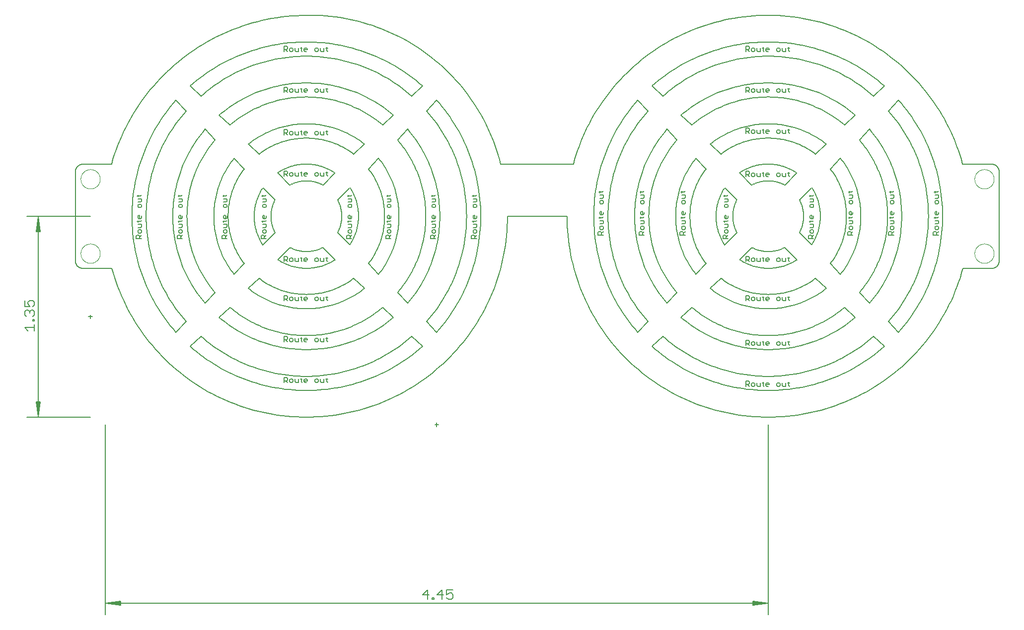
<source format=gko>
G75*
%MOIN*%
%OFA0B0*%
%FSLAX25Y25*%
%IPPOS*%
%LPD*%
%AMOC8*
5,1,8,0,0,1.08239X$1,22.5*
%
%ADD10C,0.00800*%
%ADD11C,0.00512*%
%ADD12C,0.00600*%
%ADD13C,0.00000*%
D10*
X0119595Y0181433D02*
X0126845Y0188183D01*
X0116845Y0198183D02*
X0110095Y0190933D01*
X0129595Y0210433D02*
X0136345Y0217683D01*
X0146345Y0207683D02*
X0139095Y0200933D01*
X0158595Y0220433D02*
X0165845Y0227183D01*
X0155845Y0237183D02*
X0149095Y0229933D01*
X0178595Y0239933D02*
X0186595Y0247933D01*
X0176595Y0257933D02*
X0168595Y0249933D01*
X0066845Y0303934D02*
X0067780Y0307132D01*
X0068792Y0310307D01*
X0069881Y0313457D01*
X0071047Y0316579D01*
X0072289Y0319671D01*
X0073605Y0322733D01*
X0074996Y0325761D01*
X0076460Y0328755D01*
X0077997Y0331712D01*
X0079605Y0334631D01*
X0081284Y0337510D01*
X0083033Y0340347D01*
X0084850Y0343140D01*
X0086734Y0345889D01*
X0088686Y0348591D01*
X0090702Y0351244D01*
X0092782Y0353847D01*
X0094926Y0356399D01*
X0097130Y0358898D01*
X0099395Y0361343D01*
X0101719Y0363731D01*
X0104101Y0366063D01*
X0106538Y0368335D01*
X0109030Y0370548D01*
X0111576Y0372699D01*
X0114173Y0374787D01*
X0116820Y0376812D01*
X0119515Y0378771D01*
X0122258Y0380665D01*
X0125046Y0382490D01*
X0127877Y0384248D01*
X0130751Y0385935D01*
X0133665Y0387553D01*
X0136617Y0389099D01*
X0139606Y0390572D01*
X0142631Y0391972D01*
X0145688Y0393298D01*
X0148777Y0394549D01*
X0151895Y0395725D01*
X0155041Y0396824D01*
X0158213Y0397846D01*
X0161409Y0398791D01*
X0164627Y0399657D01*
X0167865Y0400445D01*
X0171121Y0401154D01*
X0174394Y0401783D01*
X0177681Y0402332D01*
X0180980Y0402801D01*
X0184290Y0403189D01*
X0187609Y0403497D01*
X0190933Y0403724D01*
X0194263Y0403869D01*
X0197595Y0403934D01*
X0126845Y0349683D02*
X0119595Y0356433D01*
X0110095Y0346933D02*
X0116845Y0339683D01*
X0129595Y0327433D02*
X0136345Y0320183D01*
X0146345Y0330183D02*
X0139095Y0336933D01*
X0158595Y0317433D02*
X0165845Y0310683D01*
X0155845Y0300683D02*
X0149095Y0307933D01*
X0168595Y0287933D02*
X0176595Y0279933D01*
X0186345Y0289933D02*
X0178595Y0297933D01*
X0186345Y0289933D02*
X0186595Y0289933D01*
X0208595Y0289933D02*
X0208845Y0289933D01*
X0216595Y0297933D01*
X0226595Y0287933D02*
X0218595Y0279933D01*
X0328095Y0303933D02*
X0327275Y0307054D01*
X0326378Y0310153D01*
X0325406Y0313230D01*
X0324358Y0316282D01*
X0323237Y0319307D01*
X0322042Y0322304D01*
X0320774Y0325271D01*
X0319434Y0328207D01*
X0318023Y0331108D01*
X0316541Y0333974D01*
X0314990Y0336803D01*
X0313370Y0339594D01*
X0311682Y0342344D01*
X0309928Y0345052D01*
X0308108Y0347716D01*
X0306223Y0350335D01*
X0304275Y0352907D01*
X0302265Y0355431D01*
X0300194Y0357905D01*
X0298063Y0360327D01*
X0295873Y0362697D01*
X0293626Y0365013D01*
X0291323Y0367273D01*
X0288966Y0369476D01*
X0286555Y0371621D01*
X0284093Y0373706D01*
X0281581Y0375731D01*
X0279020Y0377693D01*
X0276411Y0379592D01*
X0273758Y0381428D01*
X0271060Y0383197D01*
X0268319Y0384900D01*
X0265538Y0386536D01*
X0262718Y0388104D01*
X0259860Y0389602D01*
X0256967Y0391029D01*
X0254039Y0392386D01*
X0251079Y0393670D01*
X0248089Y0394882D01*
X0245070Y0396021D01*
X0242024Y0397085D01*
X0238953Y0398075D01*
X0235859Y0398989D01*
X0232743Y0399828D01*
X0229608Y0400590D01*
X0226455Y0401275D01*
X0223286Y0401883D01*
X0220103Y0402414D01*
X0216909Y0402866D01*
X0213704Y0403241D01*
X0210491Y0403537D01*
X0207272Y0403754D01*
X0204048Y0403893D01*
X0200822Y0403952D01*
X0197596Y0403933D01*
X0268345Y0349683D02*
X0275595Y0356433D01*
X0285095Y0346933D02*
X0278345Y0339683D01*
X0265595Y0327433D02*
X0258845Y0320183D01*
X0248845Y0330183D02*
X0256095Y0336933D01*
X0236595Y0317433D02*
X0229345Y0310683D01*
X0239345Y0300683D02*
X0246095Y0307933D01*
X0258845Y0320183D02*
X0260076Y0318705D01*
X0261271Y0317198D01*
X0262429Y0315662D01*
X0263549Y0314098D01*
X0264630Y0312508D01*
X0265673Y0310891D01*
X0266676Y0309250D01*
X0267638Y0307585D01*
X0268560Y0305897D01*
X0269440Y0304186D01*
X0270278Y0302455D01*
X0271074Y0300704D01*
X0271827Y0298934D01*
X0272536Y0297146D01*
X0273202Y0295342D01*
X0273823Y0293522D01*
X0274400Y0291687D01*
X0274933Y0289838D01*
X0275419Y0287978D01*
X0275861Y0286106D01*
X0276256Y0284223D01*
X0276606Y0282332D01*
X0276910Y0280433D01*
X0277167Y0278527D01*
X0277377Y0276615D01*
X0277541Y0274698D01*
X0277658Y0272778D01*
X0277729Y0270856D01*
X0277752Y0268933D01*
X0277729Y0267010D01*
X0277658Y0265088D01*
X0277541Y0263168D01*
X0277377Y0261251D01*
X0277167Y0259339D01*
X0276910Y0257433D01*
X0276606Y0255534D01*
X0276256Y0253643D01*
X0275861Y0251760D01*
X0275419Y0249888D01*
X0274933Y0248028D01*
X0274400Y0246179D01*
X0273823Y0244344D01*
X0273202Y0242524D01*
X0272536Y0240720D01*
X0271827Y0238932D01*
X0271074Y0237162D01*
X0270278Y0235411D01*
X0269440Y0233680D01*
X0268560Y0231969D01*
X0267638Y0230281D01*
X0266676Y0228616D01*
X0265673Y0226975D01*
X0264630Y0225358D01*
X0263549Y0223768D01*
X0262429Y0222204D01*
X0261271Y0220668D01*
X0260076Y0219161D01*
X0258845Y0217683D01*
X0265595Y0210433D01*
X0256095Y0200933D02*
X0248845Y0207683D01*
X0236595Y0220433D02*
X0229345Y0227183D01*
X0239345Y0237183D02*
X0246095Y0229933D01*
X0226595Y0249933D02*
X0218595Y0257933D01*
X0208595Y0247933D02*
X0216595Y0239933D01*
X0248845Y0207683D02*
X0247367Y0206452D01*
X0245860Y0205257D01*
X0244324Y0204099D01*
X0242760Y0202979D01*
X0241170Y0201898D01*
X0239553Y0200855D01*
X0237912Y0199852D01*
X0236247Y0198890D01*
X0234559Y0197968D01*
X0232848Y0197088D01*
X0231117Y0196250D01*
X0229366Y0195454D01*
X0227596Y0194701D01*
X0225808Y0193992D01*
X0224004Y0193326D01*
X0222184Y0192705D01*
X0220349Y0192128D01*
X0218500Y0191595D01*
X0216640Y0191109D01*
X0214768Y0190667D01*
X0212885Y0190272D01*
X0210994Y0189922D01*
X0209095Y0189618D01*
X0207189Y0189361D01*
X0205277Y0189151D01*
X0203360Y0188987D01*
X0201440Y0188870D01*
X0199518Y0188799D01*
X0197595Y0188776D01*
X0195672Y0188799D01*
X0193750Y0188870D01*
X0191830Y0188987D01*
X0189913Y0189151D01*
X0188001Y0189361D01*
X0186095Y0189618D01*
X0184196Y0189922D01*
X0182305Y0190272D01*
X0180422Y0190667D01*
X0178550Y0191109D01*
X0176690Y0191595D01*
X0174841Y0192128D01*
X0173006Y0192705D01*
X0171186Y0193326D01*
X0169382Y0193992D01*
X0167594Y0194701D01*
X0165824Y0195454D01*
X0164073Y0196250D01*
X0162342Y0197088D01*
X0160631Y0197968D01*
X0158943Y0198890D01*
X0157278Y0199852D01*
X0155637Y0200855D01*
X0154020Y0201898D01*
X0152430Y0202979D01*
X0150866Y0204099D01*
X0149330Y0205257D01*
X0147823Y0206452D01*
X0146345Y0207683D01*
X0067095Y0233933D02*
X0047595Y0233933D01*
X0047455Y0233935D01*
X0047315Y0233941D01*
X0047175Y0233951D01*
X0047035Y0233964D01*
X0046896Y0233982D01*
X0046757Y0234004D01*
X0046620Y0234029D01*
X0046482Y0234058D01*
X0046346Y0234091D01*
X0046211Y0234128D01*
X0046077Y0234169D01*
X0045944Y0234214D01*
X0045812Y0234262D01*
X0045682Y0234314D01*
X0045553Y0234369D01*
X0045426Y0234428D01*
X0045300Y0234491D01*
X0045176Y0234557D01*
X0045055Y0234626D01*
X0044935Y0234699D01*
X0044817Y0234776D01*
X0044702Y0234855D01*
X0044588Y0234938D01*
X0044478Y0235024D01*
X0044369Y0235113D01*
X0044263Y0235205D01*
X0044160Y0235300D01*
X0044059Y0235397D01*
X0043962Y0235498D01*
X0043867Y0235601D01*
X0043775Y0235707D01*
X0043686Y0235816D01*
X0043600Y0235926D01*
X0043517Y0236040D01*
X0043438Y0236155D01*
X0043361Y0236273D01*
X0043288Y0236393D01*
X0043219Y0236514D01*
X0043153Y0236638D01*
X0043090Y0236764D01*
X0043031Y0236891D01*
X0042976Y0237020D01*
X0042924Y0237150D01*
X0042876Y0237282D01*
X0042831Y0237415D01*
X0042790Y0237549D01*
X0042753Y0237684D01*
X0042720Y0237820D01*
X0042691Y0237958D01*
X0042666Y0238095D01*
X0042644Y0238234D01*
X0042626Y0238373D01*
X0042613Y0238513D01*
X0042603Y0238653D01*
X0042597Y0238793D01*
X0042595Y0238933D01*
X0042595Y0298933D01*
X0042597Y0299073D01*
X0042603Y0299213D01*
X0042613Y0299353D01*
X0042626Y0299493D01*
X0042644Y0299632D01*
X0042666Y0299771D01*
X0042691Y0299908D01*
X0042720Y0300046D01*
X0042753Y0300182D01*
X0042790Y0300317D01*
X0042831Y0300451D01*
X0042876Y0300584D01*
X0042924Y0300716D01*
X0042976Y0300846D01*
X0043031Y0300975D01*
X0043090Y0301102D01*
X0043153Y0301228D01*
X0043219Y0301352D01*
X0043288Y0301473D01*
X0043361Y0301593D01*
X0043438Y0301711D01*
X0043517Y0301826D01*
X0043600Y0301940D01*
X0043686Y0302050D01*
X0043775Y0302159D01*
X0043867Y0302265D01*
X0043962Y0302368D01*
X0044059Y0302469D01*
X0044160Y0302566D01*
X0044263Y0302661D01*
X0044369Y0302753D01*
X0044478Y0302842D01*
X0044588Y0302928D01*
X0044702Y0303011D01*
X0044817Y0303090D01*
X0044935Y0303167D01*
X0045055Y0303240D01*
X0045176Y0303309D01*
X0045300Y0303375D01*
X0045426Y0303438D01*
X0045553Y0303497D01*
X0045682Y0303552D01*
X0045812Y0303604D01*
X0045944Y0303652D01*
X0046077Y0303697D01*
X0046211Y0303738D01*
X0046346Y0303775D01*
X0046482Y0303808D01*
X0046620Y0303837D01*
X0046757Y0303862D01*
X0046896Y0303884D01*
X0047035Y0303902D01*
X0047175Y0303915D01*
X0047315Y0303925D01*
X0047455Y0303931D01*
X0047595Y0303933D01*
X0066845Y0303933D01*
X0136345Y0320183D02*
X0135114Y0318705D01*
X0133919Y0317198D01*
X0132761Y0315662D01*
X0131641Y0314098D01*
X0130560Y0312508D01*
X0129517Y0310891D01*
X0128514Y0309250D01*
X0127552Y0307585D01*
X0126630Y0305897D01*
X0125750Y0304186D01*
X0124912Y0302455D01*
X0124116Y0300704D01*
X0123363Y0298934D01*
X0122654Y0297146D01*
X0121988Y0295342D01*
X0121367Y0293522D01*
X0120790Y0291687D01*
X0120257Y0289838D01*
X0119771Y0287978D01*
X0119329Y0286106D01*
X0118934Y0284223D01*
X0118584Y0282332D01*
X0118280Y0280433D01*
X0118023Y0278527D01*
X0117813Y0276615D01*
X0117649Y0274698D01*
X0117532Y0272778D01*
X0117461Y0270856D01*
X0117438Y0268933D01*
X0117461Y0267010D01*
X0117532Y0265088D01*
X0117649Y0263168D01*
X0117813Y0261251D01*
X0118023Y0259339D01*
X0118280Y0257433D01*
X0118584Y0255534D01*
X0118934Y0253643D01*
X0119329Y0251760D01*
X0119771Y0249888D01*
X0120257Y0248028D01*
X0120790Y0246179D01*
X0121367Y0244344D01*
X0121988Y0242524D01*
X0122654Y0240720D01*
X0123363Y0238932D01*
X0124116Y0237162D01*
X0124912Y0235411D01*
X0125750Y0233680D01*
X0126630Y0231969D01*
X0127552Y0230281D01*
X0128514Y0228616D01*
X0129517Y0226975D01*
X0130560Y0225358D01*
X0131641Y0223768D01*
X0132761Y0222204D01*
X0133919Y0220668D01*
X0135114Y0219161D01*
X0136345Y0217683D01*
X0116845Y0198183D02*
X0115160Y0200134D01*
X0113523Y0202125D01*
X0111934Y0204156D01*
X0110395Y0206224D01*
X0108907Y0208328D01*
X0107469Y0210468D01*
X0106084Y0212642D01*
X0104751Y0214849D01*
X0103472Y0217087D01*
X0102248Y0219355D01*
X0101079Y0221653D01*
X0099965Y0223978D01*
X0098908Y0226329D01*
X0097908Y0228705D01*
X0096966Y0231104D01*
X0096082Y0233526D01*
X0095256Y0235968D01*
X0094490Y0238429D01*
X0093783Y0240908D01*
X0093137Y0243404D01*
X0092551Y0245914D01*
X0092025Y0248438D01*
X0091561Y0250973D01*
X0091158Y0253520D01*
X0090817Y0256075D01*
X0090538Y0258637D01*
X0090320Y0261206D01*
X0090164Y0263779D01*
X0090071Y0266355D01*
X0090040Y0268933D01*
X0090071Y0271511D01*
X0090164Y0274087D01*
X0090320Y0276660D01*
X0090538Y0279229D01*
X0090817Y0281791D01*
X0091158Y0284346D01*
X0091561Y0286893D01*
X0092025Y0289428D01*
X0092551Y0291952D01*
X0093137Y0294462D01*
X0093783Y0296958D01*
X0094490Y0299437D01*
X0095256Y0301898D01*
X0096082Y0304340D01*
X0096966Y0306762D01*
X0097908Y0309161D01*
X0098908Y0311537D01*
X0099965Y0313888D01*
X0101079Y0316213D01*
X0102248Y0318511D01*
X0103472Y0320779D01*
X0104751Y0323017D01*
X0106084Y0325224D01*
X0107469Y0327398D01*
X0108907Y0329538D01*
X0110395Y0331642D01*
X0111934Y0333710D01*
X0113523Y0335741D01*
X0115160Y0337732D01*
X0116845Y0339683D01*
X0146345Y0330183D02*
X0147823Y0331414D01*
X0149330Y0332609D01*
X0150866Y0333767D01*
X0152430Y0334887D01*
X0154020Y0335968D01*
X0155637Y0337011D01*
X0157278Y0338014D01*
X0158943Y0338976D01*
X0160631Y0339898D01*
X0162342Y0340778D01*
X0164073Y0341616D01*
X0165824Y0342412D01*
X0167594Y0343165D01*
X0169382Y0343874D01*
X0171186Y0344540D01*
X0173006Y0345161D01*
X0174841Y0345738D01*
X0176690Y0346271D01*
X0178550Y0346757D01*
X0180422Y0347199D01*
X0182305Y0347594D01*
X0184196Y0347944D01*
X0186095Y0348248D01*
X0188001Y0348505D01*
X0189913Y0348715D01*
X0191830Y0348879D01*
X0193750Y0348996D01*
X0195672Y0349067D01*
X0197595Y0349090D01*
X0199518Y0349067D01*
X0201440Y0348996D01*
X0203360Y0348879D01*
X0205277Y0348715D01*
X0207189Y0348505D01*
X0209095Y0348248D01*
X0210994Y0347944D01*
X0212885Y0347594D01*
X0214768Y0347199D01*
X0216640Y0346757D01*
X0218500Y0346271D01*
X0220349Y0345738D01*
X0222184Y0345161D01*
X0224004Y0344540D01*
X0225808Y0343874D01*
X0227596Y0343165D01*
X0229366Y0342412D01*
X0231117Y0341616D01*
X0232848Y0340778D01*
X0234559Y0339898D01*
X0236247Y0338976D01*
X0237912Y0338014D01*
X0239553Y0337011D01*
X0241170Y0335968D01*
X0242760Y0334887D01*
X0244324Y0333767D01*
X0245860Y0332609D01*
X0247367Y0331414D01*
X0248845Y0330183D01*
X0328095Y0303933D02*
X0376845Y0303933D01*
X0377095Y0303933D01*
X0372595Y0268933D02*
X0332595Y0268933D01*
X0439595Y0210433D02*
X0446345Y0217683D01*
X0456345Y0207683D02*
X0449095Y0200933D01*
X0436845Y0188183D02*
X0429595Y0181433D01*
X0420095Y0190933D02*
X0426845Y0198183D01*
X0468595Y0220433D02*
X0475845Y0227183D01*
X0465845Y0237183D02*
X0459095Y0229933D01*
X0488595Y0239933D02*
X0496595Y0247933D01*
X0486595Y0257933D02*
X0478595Y0249933D01*
X0446345Y0217683D02*
X0445114Y0219161D01*
X0443919Y0220668D01*
X0442761Y0222204D01*
X0441641Y0223768D01*
X0440560Y0225358D01*
X0439517Y0226975D01*
X0438514Y0228616D01*
X0437552Y0230281D01*
X0436630Y0231969D01*
X0435750Y0233680D01*
X0434912Y0235411D01*
X0434116Y0237162D01*
X0433363Y0238932D01*
X0432654Y0240720D01*
X0431988Y0242524D01*
X0431367Y0244344D01*
X0430790Y0246179D01*
X0430257Y0248028D01*
X0429771Y0249888D01*
X0429329Y0251760D01*
X0428934Y0253643D01*
X0428584Y0255534D01*
X0428280Y0257433D01*
X0428023Y0259339D01*
X0427813Y0261251D01*
X0427649Y0263168D01*
X0427532Y0265088D01*
X0427461Y0267010D01*
X0427438Y0268933D01*
X0427461Y0270856D01*
X0427532Y0272778D01*
X0427649Y0274698D01*
X0427813Y0276615D01*
X0428023Y0278527D01*
X0428280Y0280433D01*
X0428584Y0282332D01*
X0428934Y0284223D01*
X0429329Y0286106D01*
X0429771Y0287978D01*
X0430257Y0289838D01*
X0430790Y0291687D01*
X0431367Y0293522D01*
X0431988Y0295342D01*
X0432654Y0297146D01*
X0433363Y0298934D01*
X0434116Y0300704D01*
X0434912Y0302455D01*
X0435750Y0304186D01*
X0436630Y0305897D01*
X0437552Y0307585D01*
X0438514Y0309250D01*
X0439517Y0310891D01*
X0440560Y0312508D01*
X0441641Y0314098D01*
X0442761Y0315662D01*
X0443919Y0317198D01*
X0445114Y0318705D01*
X0446345Y0320183D01*
X0439595Y0327433D01*
X0449095Y0336933D02*
X0456345Y0330183D01*
X0468595Y0317433D02*
X0475845Y0310683D01*
X0465845Y0300683D02*
X0459095Y0307933D01*
X0478595Y0287933D02*
X0486595Y0279933D01*
X0496345Y0289933D02*
X0488595Y0297933D01*
X0496345Y0289933D02*
X0496595Y0289933D01*
X0518595Y0289933D02*
X0518845Y0289933D01*
X0526595Y0297933D01*
X0536595Y0287933D02*
X0528595Y0279933D01*
X0568845Y0320183D02*
X0570076Y0318705D01*
X0571271Y0317198D01*
X0572429Y0315662D01*
X0573549Y0314098D01*
X0574630Y0312508D01*
X0575673Y0310891D01*
X0576676Y0309250D01*
X0577638Y0307585D01*
X0578560Y0305897D01*
X0579440Y0304186D01*
X0580278Y0302455D01*
X0581074Y0300704D01*
X0581827Y0298934D01*
X0582536Y0297146D01*
X0583202Y0295342D01*
X0583823Y0293522D01*
X0584400Y0291687D01*
X0584933Y0289838D01*
X0585419Y0287978D01*
X0585861Y0286106D01*
X0586256Y0284223D01*
X0586606Y0282332D01*
X0586910Y0280433D01*
X0587167Y0278527D01*
X0587377Y0276615D01*
X0587541Y0274698D01*
X0587658Y0272778D01*
X0587729Y0270856D01*
X0587752Y0268933D01*
X0587729Y0267010D01*
X0587658Y0265088D01*
X0587541Y0263168D01*
X0587377Y0261251D01*
X0587167Y0259339D01*
X0586910Y0257433D01*
X0586606Y0255534D01*
X0586256Y0253643D01*
X0585861Y0251760D01*
X0585419Y0249888D01*
X0584933Y0248028D01*
X0584400Y0246179D01*
X0583823Y0244344D01*
X0583202Y0242524D01*
X0582536Y0240720D01*
X0581827Y0238932D01*
X0581074Y0237162D01*
X0580278Y0235411D01*
X0579440Y0233680D01*
X0578560Y0231969D01*
X0577638Y0230281D01*
X0576676Y0228616D01*
X0575673Y0226975D01*
X0574630Y0225358D01*
X0573549Y0223768D01*
X0572429Y0222204D01*
X0571271Y0220668D01*
X0570076Y0219161D01*
X0568845Y0217683D01*
X0575595Y0210433D01*
X0566095Y0200933D02*
X0558845Y0207683D01*
X0546595Y0220433D02*
X0539345Y0227183D01*
X0549345Y0237183D02*
X0556095Y0229933D01*
X0526595Y0239933D02*
X0518595Y0247933D01*
X0528595Y0257933D02*
X0536595Y0249933D01*
X0558845Y0207683D02*
X0557367Y0206452D01*
X0555860Y0205257D01*
X0554324Y0204099D01*
X0552760Y0202979D01*
X0551170Y0201898D01*
X0549553Y0200855D01*
X0547912Y0199852D01*
X0546247Y0198890D01*
X0544559Y0197968D01*
X0542848Y0197088D01*
X0541117Y0196250D01*
X0539366Y0195454D01*
X0537596Y0194701D01*
X0535808Y0193992D01*
X0534004Y0193326D01*
X0532184Y0192705D01*
X0530349Y0192128D01*
X0528500Y0191595D01*
X0526640Y0191109D01*
X0524768Y0190667D01*
X0522885Y0190272D01*
X0520994Y0189922D01*
X0519095Y0189618D01*
X0517189Y0189361D01*
X0515277Y0189151D01*
X0513360Y0188987D01*
X0511440Y0188870D01*
X0509518Y0188799D01*
X0507595Y0188776D01*
X0505672Y0188799D01*
X0503750Y0188870D01*
X0501830Y0188987D01*
X0499913Y0189151D01*
X0498001Y0189361D01*
X0496095Y0189618D01*
X0494196Y0189922D01*
X0492305Y0190272D01*
X0490422Y0190667D01*
X0488550Y0191109D01*
X0486690Y0191595D01*
X0484841Y0192128D01*
X0483006Y0192705D01*
X0481186Y0193326D01*
X0479382Y0193992D01*
X0477594Y0194701D01*
X0475824Y0195454D01*
X0474073Y0196250D01*
X0472342Y0197088D01*
X0470631Y0197968D01*
X0468943Y0198890D01*
X0467278Y0199852D01*
X0465637Y0200855D01*
X0464020Y0201898D01*
X0462430Y0202979D01*
X0460866Y0204099D01*
X0459330Y0205257D01*
X0457823Y0206452D01*
X0456345Y0207683D01*
X0436845Y0188183D02*
X0438796Y0186498D01*
X0440787Y0184861D01*
X0442818Y0183272D01*
X0444886Y0181733D01*
X0446990Y0180245D01*
X0449130Y0178807D01*
X0451304Y0177422D01*
X0453511Y0176089D01*
X0455749Y0174810D01*
X0458017Y0173586D01*
X0460315Y0172417D01*
X0462640Y0171303D01*
X0464991Y0170246D01*
X0467367Y0169246D01*
X0469766Y0168304D01*
X0472188Y0167420D01*
X0474630Y0166594D01*
X0477091Y0165828D01*
X0479570Y0165121D01*
X0482066Y0164475D01*
X0484576Y0163889D01*
X0487100Y0163363D01*
X0489635Y0162899D01*
X0492182Y0162496D01*
X0494737Y0162155D01*
X0497299Y0161876D01*
X0499868Y0161658D01*
X0502441Y0161502D01*
X0505017Y0161409D01*
X0507595Y0161378D01*
X0510173Y0161409D01*
X0512749Y0161502D01*
X0515322Y0161658D01*
X0517891Y0161876D01*
X0520453Y0162155D01*
X0523008Y0162496D01*
X0525555Y0162899D01*
X0528090Y0163363D01*
X0530614Y0163889D01*
X0533124Y0164475D01*
X0535620Y0165121D01*
X0538099Y0165828D01*
X0540560Y0166594D01*
X0543002Y0167420D01*
X0545424Y0168304D01*
X0547823Y0169246D01*
X0550199Y0170246D01*
X0552550Y0171303D01*
X0554875Y0172417D01*
X0557173Y0173586D01*
X0559441Y0174810D01*
X0561679Y0176089D01*
X0563886Y0177422D01*
X0566060Y0178807D01*
X0568200Y0180245D01*
X0570304Y0181733D01*
X0572372Y0183272D01*
X0574403Y0184861D01*
X0576394Y0186498D01*
X0578345Y0188183D01*
X0585595Y0181433D01*
X0595095Y0190933D02*
X0588345Y0198183D01*
X0638345Y0233933D02*
X0657595Y0233933D01*
X0657735Y0233935D01*
X0657875Y0233941D01*
X0658015Y0233951D01*
X0658155Y0233964D01*
X0658294Y0233982D01*
X0658433Y0234004D01*
X0658570Y0234029D01*
X0658708Y0234058D01*
X0658844Y0234091D01*
X0658979Y0234128D01*
X0659113Y0234169D01*
X0659246Y0234214D01*
X0659378Y0234262D01*
X0659508Y0234314D01*
X0659637Y0234369D01*
X0659764Y0234428D01*
X0659890Y0234491D01*
X0660014Y0234557D01*
X0660135Y0234626D01*
X0660255Y0234699D01*
X0660373Y0234776D01*
X0660488Y0234855D01*
X0660602Y0234938D01*
X0660712Y0235024D01*
X0660821Y0235113D01*
X0660927Y0235205D01*
X0661030Y0235300D01*
X0661131Y0235397D01*
X0661228Y0235498D01*
X0661323Y0235601D01*
X0661415Y0235707D01*
X0661504Y0235816D01*
X0661590Y0235926D01*
X0661673Y0236040D01*
X0661752Y0236155D01*
X0661829Y0236273D01*
X0661902Y0236393D01*
X0661971Y0236514D01*
X0662037Y0236638D01*
X0662100Y0236764D01*
X0662159Y0236891D01*
X0662214Y0237020D01*
X0662266Y0237150D01*
X0662314Y0237282D01*
X0662359Y0237415D01*
X0662400Y0237549D01*
X0662437Y0237684D01*
X0662470Y0237820D01*
X0662499Y0237958D01*
X0662524Y0238095D01*
X0662546Y0238234D01*
X0662564Y0238373D01*
X0662577Y0238513D01*
X0662587Y0238653D01*
X0662593Y0238793D01*
X0662595Y0238933D01*
X0662595Y0298933D01*
X0662593Y0299073D01*
X0662587Y0299213D01*
X0662577Y0299353D01*
X0662564Y0299493D01*
X0662546Y0299632D01*
X0662524Y0299771D01*
X0662499Y0299908D01*
X0662470Y0300046D01*
X0662437Y0300182D01*
X0662400Y0300317D01*
X0662359Y0300451D01*
X0662314Y0300584D01*
X0662266Y0300716D01*
X0662214Y0300846D01*
X0662159Y0300975D01*
X0662100Y0301102D01*
X0662037Y0301228D01*
X0661971Y0301352D01*
X0661902Y0301473D01*
X0661829Y0301593D01*
X0661752Y0301711D01*
X0661673Y0301826D01*
X0661590Y0301940D01*
X0661504Y0302050D01*
X0661415Y0302159D01*
X0661323Y0302265D01*
X0661228Y0302368D01*
X0661131Y0302469D01*
X0661030Y0302566D01*
X0660927Y0302661D01*
X0660821Y0302753D01*
X0660712Y0302842D01*
X0660602Y0302928D01*
X0660488Y0303011D01*
X0660373Y0303090D01*
X0660255Y0303167D01*
X0660135Y0303240D01*
X0660014Y0303309D01*
X0659890Y0303375D01*
X0659764Y0303438D01*
X0659637Y0303497D01*
X0659508Y0303552D01*
X0659378Y0303604D01*
X0659246Y0303652D01*
X0659113Y0303697D01*
X0658979Y0303738D01*
X0658844Y0303775D01*
X0658708Y0303808D01*
X0658570Y0303837D01*
X0658433Y0303862D01*
X0658294Y0303884D01*
X0658155Y0303902D01*
X0658015Y0303915D01*
X0657875Y0303925D01*
X0657735Y0303931D01*
X0657595Y0303933D01*
X0638095Y0303933D01*
X0595095Y0346933D02*
X0588345Y0339683D01*
X0578345Y0349683D02*
X0585595Y0356433D01*
X0566095Y0336933D02*
X0558845Y0330183D01*
X0568845Y0320183D02*
X0575595Y0327433D01*
X0546595Y0317433D02*
X0539345Y0310683D01*
X0549345Y0300683D02*
X0556095Y0307933D01*
X0558845Y0330183D02*
X0557367Y0331414D01*
X0555860Y0332609D01*
X0554324Y0333767D01*
X0552760Y0334887D01*
X0551170Y0335968D01*
X0549553Y0337011D01*
X0547912Y0338014D01*
X0546247Y0338976D01*
X0544559Y0339898D01*
X0542848Y0340778D01*
X0541117Y0341616D01*
X0539366Y0342412D01*
X0537596Y0343165D01*
X0535808Y0343874D01*
X0534004Y0344540D01*
X0532184Y0345161D01*
X0530349Y0345738D01*
X0528500Y0346271D01*
X0526640Y0346757D01*
X0524768Y0347199D01*
X0522885Y0347594D01*
X0520994Y0347944D01*
X0519095Y0348248D01*
X0517189Y0348505D01*
X0515277Y0348715D01*
X0513360Y0348879D01*
X0511440Y0348996D01*
X0509518Y0349067D01*
X0507595Y0349090D01*
X0505672Y0349067D01*
X0503750Y0348996D01*
X0501830Y0348879D01*
X0499913Y0348715D01*
X0498001Y0348505D01*
X0496095Y0348248D01*
X0494196Y0347944D01*
X0492305Y0347594D01*
X0490422Y0347199D01*
X0488550Y0346757D01*
X0486690Y0346271D01*
X0484841Y0345738D01*
X0483006Y0345161D01*
X0481186Y0344540D01*
X0479382Y0343874D01*
X0477594Y0343165D01*
X0475824Y0342412D01*
X0474073Y0341616D01*
X0472342Y0340778D01*
X0470631Y0339898D01*
X0468943Y0338976D01*
X0467278Y0338014D01*
X0465637Y0337011D01*
X0464020Y0335968D01*
X0462430Y0334887D01*
X0460866Y0333767D01*
X0459330Y0332609D01*
X0457823Y0331414D01*
X0456345Y0330183D01*
X0426845Y0339683D02*
X0420095Y0346933D01*
X0429595Y0356433D02*
X0436845Y0349683D01*
X0438796Y0351368D01*
X0440787Y0353005D01*
X0442818Y0354594D01*
X0444886Y0356133D01*
X0446990Y0357621D01*
X0449130Y0359059D01*
X0451304Y0360444D01*
X0453511Y0361777D01*
X0455749Y0363056D01*
X0458017Y0364280D01*
X0460315Y0365449D01*
X0462640Y0366563D01*
X0464991Y0367620D01*
X0467367Y0368620D01*
X0469766Y0369562D01*
X0472188Y0370446D01*
X0474630Y0371272D01*
X0477091Y0372038D01*
X0479570Y0372745D01*
X0482066Y0373391D01*
X0484576Y0373977D01*
X0487100Y0374503D01*
X0489635Y0374967D01*
X0492182Y0375370D01*
X0494737Y0375711D01*
X0497299Y0375990D01*
X0499868Y0376208D01*
X0502441Y0376364D01*
X0505017Y0376457D01*
X0507595Y0376488D01*
X0510173Y0376457D01*
X0512749Y0376364D01*
X0515322Y0376208D01*
X0517891Y0375990D01*
X0520453Y0375711D01*
X0523008Y0375370D01*
X0525555Y0374967D01*
X0528090Y0374503D01*
X0530614Y0373977D01*
X0533124Y0373391D01*
X0535620Y0372745D01*
X0538099Y0372038D01*
X0540560Y0371272D01*
X0543002Y0370446D01*
X0545424Y0369562D01*
X0547823Y0368620D01*
X0550199Y0367620D01*
X0552550Y0366563D01*
X0554875Y0365449D01*
X0557173Y0364280D01*
X0559441Y0363056D01*
X0561679Y0361777D01*
X0563886Y0360444D01*
X0566060Y0359059D01*
X0568200Y0357621D01*
X0570304Y0356133D01*
X0572372Y0354594D01*
X0574403Y0353005D01*
X0576394Y0351368D01*
X0578345Y0349683D01*
X0588345Y0339683D02*
X0590030Y0337732D01*
X0591667Y0335741D01*
X0593256Y0333710D01*
X0594795Y0331642D01*
X0596283Y0329538D01*
X0597721Y0327398D01*
X0599106Y0325224D01*
X0600439Y0323017D01*
X0601718Y0320779D01*
X0602942Y0318511D01*
X0604111Y0316213D01*
X0605225Y0313888D01*
X0606282Y0311537D01*
X0607282Y0309161D01*
X0608224Y0306762D01*
X0609108Y0304340D01*
X0609934Y0301898D01*
X0610700Y0299437D01*
X0611407Y0296958D01*
X0612053Y0294462D01*
X0612639Y0291952D01*
X0613165Y0289428D01*
X0613629Y0286893D01*
X0614032Y0284346D01*
X0614373Y0281791D01*
X0614652Y0279229D01*
X0614870Y0276660D01*
X0615026Y0274087D01*
X0615119Y0271511D01*
X0615150Y0268933D01*
X0615119Y0266355D01*
X0615026Y0263779D01*
X0614870Y0261206D01*
X0614652Y0258637D01*
X0614373Y0256075D01*
X0614032Y0253520D01*
X0613629Y0250973D01*
X0613165Y0248438D01*
X0612639Y0245914D01*
X0612053Y0243404D01*
X0611407Y0240908D01*
X0610700Y0238429D01*
X0609934Y0235968D01*
X0609108Y0233526D01*
X0608224Y0231104D01*
X0607282Y0228705D01*
X0606282Y0226329D01*
X0605225Y0223978D01*
X0604111Y0221653D01*
X0602942Y0219355D01*
X0601718Y0217087D01*
X0600439Y0214849D01*
X0599106Y0212642D01*
X0597721Y0210468D01*
X0596283Y0208328D01*
X0594795Y0206224D01*
X0593256Y0204156D01*
X0591667Y0202125D01*
X0590030Y0200134D01*
X0588345Y0198183D01*
X0420095Y0190933D02*
X0418237Y0193084D01*
X0416432Y0195279D01*
X0414681Y0197517D01*
X0412984Y0199797D01*
X0411343Y0202117D01*
X0409758Y0204477D01*
X0408231Y0206873D01*
X0406762Y0209306D01*
X0405352Y0211774D01*
X0404002Y0214275D01*
X0402713Y0216808D01*
X0401485Y0219371D01*
X0400320Y0221963D01*
X0399217Y0224582D01*
X0398179Y0227228D01*
X0397204Y0229897D01*
X0396294Y0232590D01*
X0395449Y0235303D01*
X0394670Y0238036D01*
X0393957Y0240788D01*
X0393311Y0243555D01*
X0392732Y0246337D01*
X0392220Y0249133D01*
X0391776Y0251940D01*
X0391400Y0254757D01*
X0391092Y0257582D01*
X0390852Y0260414D01*
X0390680Y0263251D01*
X0390577Y0266091D01*
X0390543Y0268933D01*
X0390577Y0271775D01*
X0390680Y0274615D01*
X0390852Y0277452D01*
X0391092Y0280284D01*
X0391400Y0283109D01*
X0391776Y0285926D01*
X0392220Y0288733D01*
X0392732Y0291529D01*
X0393311Y0294311D01*
X0393957Y0297078D01*
X0394670Y0299830D01*
X0395449Y0302563D01*
X0396294Y0305276D01*
X0397204Y0307969D01*
X0398179Y0310638D01*
X0399217Y0313284D01*
X0400320Y0315903D01*
X0401485Y0318495D01*
X0402713Y0321058D01*
X0404002Y0323591D01*
X0405352Y0326092D01*
X0406762Y0328560D01*
X0408231Y0330993D01*
X0409758Y0333389D01*
X0411343Y0335749D01*
X0412984Y0338069D01*
X0414681Y0340349D01*
X0416432Y0342587D01*
X0418237Y0344782D01*
X0420095Y0346933D01*
X0426845Y0339683D02*
X0425160Y0337732D01*
X0423523Y0335741D01*
X0421934Y0333710D01*
X0420395Y0331642D01*
X0418907Y0329538D01*
X0417469Y0327398D01*
X0416084Y0325224D01*
X0414751Y0323017D01*
X0413472Y0320779D01*
X0412248Y0318511D01*
X0411079Y0316213D01*
X0409965Y0313888D01*
X0408908Y0311537D01*
X0407908Y0309161D01*
X0406966Y0306762D01*
X0406082Y0304340D01*
X0405256Y0301898D01*
X0404490Y0299437D01*
X0403783Y0296958D01*
X0403137Y0294462D01*
X0402551Y0291952D01*
X0402025Y0289428D01*
X0401561Y0286893D01*
X0401158Y0284346D01*
X0400817Y0281791D01*
X0400538Y0279229D01*
X0400320Y0276660D01*
X0400164Y0274087D01*
X0400071Y0271511D01*
X0400040Y0268933D01*
X0400071Y0266355D01*
X0400164Y0263779D01*
X0400320Y0261206D01*
X0400538Y0258637D01*
X0400817Y0256075D01*
X0401158Y0253520D01*
X0401561Y0250973D01*
X0402025Y0248438D01*
X0402551Y0245914D01*
X0403137Y0243404D01*
X0403783Y0240908D01*
X0404490Y0238429D01*
X0405256Y0235968D01*
X0406082Y0233526D01*
X0406966Y0231104D01*
X0407908Y0228705D01*
X0408908Y0226329D01*
X0409965Y0223978D01*
X0411079Y0221653D01*
X0412248Y0219355D01*
X0413472Y0217087D01*
X0414751Y0214849D01*
X0416084Y0212642D01*
X0417469Y0210468D01*
X0418907Y0208328D01*
X0420395Y0206224D01*
X0421934Y0204156D01*
X0423523Y0202125D01*
X0425160Y0200134D01*
X0426845Y0198183D01*
X0595095Y0190933D02*
X0596953Y0193084D01*
X0598758Y0195279D01*
X0600509Y0197517D01*
X0602206Y0199797D01*
X0603847Y0202117D01*
X0605432Y0204477D01*
X0606959Y0206873D01*
X0608428Y0209306D01*
X0609838Y0211774D01*
X0611188Y0214275D01*
X0612477Y0216808D01*
X0613705Y0219371D01*
X0614870Y0221963D01*
X0615973Y0224582D01*
X0617011Y0227228D01*
X0617986Y0229897D01*
X0618896Y0232590D01*
X0619741Y0235303D01*
X0620520Y0238036D01*
X0621233Y0240788D01*
X0621879Y0243555D01*
X0622458Y0246337D01*
X0622970Y0249133D01*
X0623414Y0251940D01*
X0623790Y0254757D01*
X0624098Y0257582D01*
X0624338Y0260414D01*
X0624510Y0263251D01*
X0624613Y0266091D01*
X0624647Y0268933D01*
X0624613Y0271775D01*
X0624510Y0274615D01*
X0624338Y0277452D01*
X0624098Y0280284D01*
X0623790Y0283109D01*
X0623414Y0285926D01*
X0622970Y0288733D01*
X0622458Y0291529D01*
X0621879Y0294311D01*
X0621233Y0297078D01*
X0620520Y0299830D01*
X0619741Y0302563D01*
X0618896Y0305276D01*
X0617986Y0307969D01*
X0617011Y0310638D01*
X0615973Y0313284D01*
X0614870Y0315903D01*
X0613705Y0318495D01*
X0612477Y0321058D01*
X0611188Y0323591D01*
X0609838Y0326092D01*
X0608428Y0328560D01*
X0606959Y0330993D01*
X0605432Y0333389D01*
X0603847Y0335749D01*
X0602206Y0338069D01*
X0600509Y0340349D01*
X0598758Y0342587D01*
X0596953Y0344782D01*
X0595095Y0346933D01*
X0585595Y0181433D02*
X0583444Y0179575D01*
X0581249Y0177770D01*
X0579011Y0176019D01*
X0576731Y0174322D01*
X0574411Y0172681D01*
X0572051Y0171096D01*
X0569655Y0169569D01*
X0567222Y0168100D01*
X0564754Y0166690D01*
X0562253Y0165340D01*
X0559720Y0164051D01*
X0557157Y0162823D01*
X0554565Y0161658D01*
X0551946Y0160555D01*
X0549300Y0159517D01*
X0546631Y0158542D01*
X0543938Y0157632D01*
X0541225Y0156787D01*
X0538492Y0156008D01*
X0535740Y0155295D01*
X0532973Y0154649D01*
X0530191Y0154070D01*
X0527395Y0153558D01*
X0524588Y0153114D01*
X0521771Y0152738D01*
X0518946Y0152430D01*
X0516114Y0152190D01*
X0513277Y0152018D01*
X0510437Y0151915D01*
X0507595Y0151881D01*
X0504753Y0151915D01*
X0501913Y0152018D01*
X0499076Y0152190D01*
X0496244Y0152430D01*
X0493419Y0152738D01*
X0490602Y0153114D01*
X0487795Y0153558D01*
X0484999Y0154070D01*
X0482217Y0154649D01*
X0479450Y0155295D01*
X0476698Y0156008D01*
X0473965Y0156787D01*
X0471252Y0157632D01*
X0468559Y0158542D01*
X0465890Y0159517D01*
X0463244Y0160555D01*
X0460625Y0161658D01*
X0458033Y0162823D01*
X0455470Y0164051D01*
X0452937Y0165340D01*
X0450436Y0166690D01*
X0447968Y0168100D01*
X0445535Y0169569D01*
X0443139Y0171096D01*
X0440779Y0172681D01*
X0438459Y0174322D01*
X0436179Y0176019D01*
X0433941Y0177770D01*
X0431746Y0179575D01*
X0429595Y0181433D01*
X0429595Y0356433D02*
X0431746Y0358291D01*
X0433941Y0360096D01*
X0436179Y0361847D01*
X0438459Y0363544D01*
X0440779Y0365185D01*
X0443139Y0366770D01*
X0445535Y0368297D01*
X0447968Y0369766D01*
X0450436Y0371176D01*
X0452937Y0372526D01*
X0455470Y0373815D01*
X0458033Y0375043D01*
X0460625Y0376208D01*
X0463244Y0377311D01*
X0465890Y0378349D01*
X0468559Y0379324D01*
X0471252Y0380234D01*
X0473965Y0381079D01*
X0476698Y0381858D01*
X0479450Y0382571D01*
X0482217Y0383217D01*
X0484999Y0383796D01*
X0487795Y0384308D01*
X0490602Y0384752D01*
X0493419Y0385128D01*
X0496244Y0385436D01*
X0499076Y0385676D01*
X0501913Y0385848D01*
X0504753Y0385951D01*
X0507595Y0385985D01*
X0510437Y0385951D01*
X0513277Y0385848D01*
X0516114Y0385676D01*
X0518946Y0385436D01*
X0521771Y0385128D01*
X0524588Y0384752D01*
X0527395Y0384308D01*
X0530191Y0383796D01*
X0532973Y0383217D01*
X0535740Y0382571D01*
X0538492Y0381858D01*
X0541225Y0381079D01*
X0543938Y0380234D01*
X0546631Y0379324D01*
X0549300Y0378349D01*
X0551946Y0377311D01*
X0554565Y0376208D01*
X0557157Y0375043D01*
X0559720Y0373815D01*
X0562253Y0372526D01*
X0564754Y0371176D01*
X0567222Y0369766D01*
X0569655Y0368297D01*
X0572051Y0366770D01*
X0574411Y0365185D01*
X0576731Y0363544D01*
X0579011Y0361847D01*
X0581249Y0360096D01*
X0583444Y0358291D01*
X0585595Y0356433D01*
X0546595Y0220433D02*
X0545385Y0219495D01*
X0544153Y0218587D01*
X0542899Y0217709D01*
X0541624Y0216862D01*
X0540329Y0216046D01*
X0539014Y0215262D01*
X0537681Y0214511D01*
X0536329Y0213792D01*
X0534960Y0213107D01*
X0533575Y0212455D01*
X0532175Y0211837D01*
X0530759Y0211254D01*
X0529330Y0210705D01*
X0527888Y0210192D01*
X0526434Y0209714D01*
X0524968Y0209271D01*
X0523493Y0208865D01*
X0522007Y0208494D01*
X0520513Y0208160D01*
X0519012Y0207863D01*
X0517503Y0207603D01*
X0515989Y0207379D01*
X0514470Y0207192D01*
X0512946Y0207043D01*
X0511420Y0206931D01*
X0509891Y0206856D01*
X0508360Y0206819D01*
X0506830Y0206819D01*
X0505299Y0206856D01*
X0503770Y0206931D01*
X0502244Y0207043D01*
X0500720Y0207192D01*
X0499201Y0207379D01*
X0497687Y0207603D01*
X0496178Y0207863D01*
X0494677Y0208160D01*
X0493183Y0208494D01*
X0491697Y0208865D01*
X0490222Y0209271D01*
X0488756Y0209714D01*
X0487302Y0210192D01*
X0485860Y0210705D01*
X0484431Y0211254D01*
X0483015Y0211837D01*
X0481615Y0212455D01*
X0480230Y0213107D01*
X0478861Y0213792D01*
X0477509Y0214511D01*
X0476176Y0215262D01*
X0474861Y0216046D01*
X0473566Y0216862D01*
X0472291Y0217709D01*
X0471037Y0218587D01*
X0469805Y0219495D01*
X0468595Y0220433D01*
X0507595Y0403934D02*
X0510866Y0403889D01*
X0514135Y0403765D01*
X0517401Y0403563D01*
X0520660Y0403281D01*
X0523912Y0402921D01*
X0527154Y0402483D01*
X0530385Y0401966D01*
X0533602Y0401371D01*
X0536804Y0400699D01*
X0539988Y0399950D01*
X0543154Y0399124D01*
X0546299Y0398222D01*
X0549421Y0397244D01*
X0552518Y0396191D01*
X0555589Y0395063D01*
X0558633Y0393862D01*
X0561646Y0392587D01*
X0564627Y0391240D01*
X0567575Y0389821D01*
X0570488Y0388332D01*
X0573364Y0386772D01*
X0576202Y0385144D01*
X0578999Y0383448D01*
X0581755Y0381684D01*
X0584467Y0379855D01*
X0587134Y0377960D01*
X0589755Y0376002D01*
X0592328Y0373980D01*
X0594851Y0371898D01*
X0597323Y0369755D01*
X0599742Y0367553D01*
X0602108Y0365293D01*
X0604418Y0362976D01*
X0606672Y0360605D01*
X0608868Y0358179D01*
X0611005Y0355702D01*
X0613081Y0353173D01*
X0615095Y0350595D01*
X0617047Y0347969D01*
X0618934Y0345297D01*
X0620757Y0342580D01*
X0622513Y0339820D01*
X0624202Y0337018D01*
X0625823Y0334176D01*
X0627375Y0331296D01*
X0628857Y0328379D01*
X0630268Y0325427D01*
X0631607Y0322442D01*
X0632873Y0319426D01*
X0634067Y0316380D01*
X0635186Y0313306D01*
X0636231Y0310205D01*
X0637201Y0307081D01*
X0638095Y0303934D01*
X0459095Y0307933D02*
X0458157Y0306723D01*
X0457249Y0305491D01*
X0456371Y0304237D01*
X0455524Y0302962D01*
X0454708Y0301667D01*
X0453924Y0300352D01*
X0453173Y0299019D01*
X0452454Y0297667D01*
X0451769Y0296298D01*
X0451117Y0294913D01*
X0450499Y0293513D01*
X0449916Y0292097D01*
X0449367Y0290668D01*
X0448854Y0289226D01*
X0448376Y0287772D01*
X0447933Y0286306D01*
X0447527Y0284831D01*
X0447156Y0283345D01*
X0446822Y0281851D01*
X0446525Y0280350D01*
X0446265Y0278841D01*
X0446041Y0277327D01*
X0445854Y0275808D01*
X0445705Y0274284D01*
X0445593Y0272758D01*
X0445518Y0271229D01*
X0445481Y0269698D01*
X0445481Y0268168D01*
X0445518Y0266637D01*
X0445593Y0265108D01*
X0445705Y0263582D01*
X0445854Y0262058D01*
X0446041Y0260539D01*
X0446265Y0259025D01*
X0446525Y0257516D01*
X0446822Y0256015D01*
X0447156Y0254521D01*
X0447527Y0253035D01*
X0447933Y0251560D01*
X0448376Y0250094D01*
X0448854Y0248640D01*
X0449367Y0247198D01*
X0449916Y0245769D01*
X0450499Y0244353D01*
X0451117Y0242953D01*
X0451769Y0241568D01*
X0452454Y0240199D01*
X0453173Y0238847D01*
X0453924Y0237514D01*
X0454708Y0236199D01*
X0455524Y0234904D01*
X0456371Y0233629D01*
X0457249Y0232375D01*
X0458157Y0231143D01*
X0459095Y0229933D01*
X0556095Y0229933D02*
X0557033Y0231143D01*
X0557941Y0232375D01*
X0558819Y0233629D01*
X0559666Y0234904D01*
X0560482Y0236199D01*
X0561266Y0237514D01*
X0562017Y0238847D01*
X0562736Y0240199D01*
X0563421Y0241568D01*
X0564073Y0242953D01*
X0564691Y0244353D01*
X0565274Y0245769D01*
X0565823Y0247198D01*
X0566336Y0248640D01*
X0566814Y0250094D01*
X0567257Y0251560D01*
X0567663Y0253035D01*
X0568034Y0254521D01*
X0568368Y0256015D01*
X0568665Y0257516D01*
X0568925Y0259025D01*
X0569149Y0260539D01*
X0569336Y0262058D01*
X0569485Y0263582D01*
X0569597Y0265108D01*
X0569672Y0266637D01*
X0569709Y0268168D01*
X0569709Y0269698D01*
X0569672Y0271229D01*
X0569597Y0272758D01*
X0569485Y0274284D01*
X0569336Y0275808D01*
X0569149Y0277327D01*
X0568925Y0278841D01*
X0568665Y0280350D01*
X0568368Y0281851D01*
X0568034Y0283345D01*
X0567663Y0284831D01*
X0567257Y0286306D01*
X0566814Y0287772D01*
X0566336Y0289226D01*
X0565823Y0290668D01*
X0565274Y0292097D01*
X0564691Y0293513D01*
X0564073Y0294913D01*
X0563421Y0296298D01*
X0562736Y0297667D01*
X0562017Y0299019D01*
X0561266Y0300352D01*
X0560482Y0301667D01*
X0559666Y0302962D01*
X0558819Y0304237D01*
X0557941Y0305491D01*
X0557033Y0306723D01*
X0556095Y0307933D01*
X0439596Y0327433D02*
X0438190Y0325746D01*
X0436826Y0324025D01*
X0435505Y0322272D01*
X0434226Y0320487D01*
X0432992Y0318672D01*
X0431802Y0316827D01*
X0430657Y0314953D01*
X0429559Y0313052D01*
X0428507Y0311125D01*
X0427502Y0309173D01*
X0426545Y0307197D01*
X0425637Y0305198D01*
X0424778Y0303178D01*
X0423968Y0301137D01*
X0423208Y0299078D01*
X0422498Y0297000D01*
X0421840Y0294906D01*
X0421232Y0292796D01*
X0420677Y0290672D01*
X0420173Y0288535D01*
X0419721Y0286386D01*
X0419322Y0284227D01*
X0418976Y0282059D01*
X0418682Y0279884D01*
X0418442Y0277701D01*
X0418255Y0275514D01*
X0418121Y0273322D01*
X0418041Y0271128D01*
X0418014Y0268933D01*
X0418041Y0266738D01*
X0418121Y0264544D01*
X0418255Y0262352D01*
X0418442Y0260165D01*
X0418682Y0257982D01*
X0418976Y0255807D01*
X0419322Y0253639D01*
X0419721Y0251480D01*
X0420173Y0249331D01*
X0420677Y0247194D01*
X0421232Y0245070D01*
X0421840Y0242960D01*
X0422498Y0240866D01*
X0423208Y0238788D01*
X0423968Y0236729D01*
X0424778Y0234688D01*
X0425637Y0232668D01*
X0426545Y0230669D01*
X0427502Y0228693D01*
X0428507Y0226741D01*
X0429559Y0224814D01*
X0430657Y0222913D01*
X0431802Y0221039D01*
X0432992Y0219194D01*
X0434226Y0217379D01*
X0435505Y0215594D01*
X0436826Y0213841D01*
X0438190Y0212120D01*
X0439596Y0210433D01*
X0575594Y0210433D02*
X0577000Y0212120D01*
X0578364Y0213841D01*
X0579685Y0215594D01*
X0580964Y0217379D01*
X0582198Y0219194D01*
X0583388Y0221039D01*
X0584533Y0222913D01*
X0585631Y0224814D01*
X0586683Y0226741D01*
X0587688Y0228693D01*
X0588645Y0230669D01*
X0589553Y0232668D01*
X0590412Y0234688D01*
X0591222Y0236729D01*
X0591982Y0238788D01*
X0592692Y0240866D01*
X0593350Y0242960D01*
X0593958Y0245070D01*
X0594513Y0247194D01*
X0595017Y0249331D01*
X0595469Y0251480D01*
X0595868Y0253639D01*
X0596214Y0255807D01*
X0596508Y0257982D01*
X0596748Y0260165D01*
X0596935Y0262352D01*
X0597069Y0264544D01*
X0597149Y0266738D01*
X0597176Y0268933D01*
X0597149Y0271128D01*
X0597069Y0273322D01*
X0596935Y0275514D01*
X0596748Y0277701D01*
X0596508Y0279884D01*
X0596214Y0282059D01*
X0595868Y0284227D01*
X0595469Y0286386D01*
X0595017Y0288535D01*
X0594513Y0290672D01*
X0593958Y0292796D01*
X0593350Y0294906D01*
X0592692Y0297000D01*
X0591982Y0299078D01*
X0591222Y0301137D01*
X0590412Y0303178D01*
X0589553Y0305198D01*
X0588645Y0307197D01*
X0587688Y0309173D01*
X0586683Y0311125D01*
X0585631Y0313052D01*
X0584533Y0314953D01*
X0583388Y0316827D01*
X0582198Y0318672D01*
X0580964Y0320487D01*
X0579685Y0322272D01*
X0578364Y0324025D01*
X0577000Y0325746D01*
X0575594Y0327433D01*
X0536845Y0288183D02*
X0537302Y0287474D01*
X0537742Y0286753D01*
X0538164Y0286022D01*
X0538569Y0285281D01*
X0538955Y0284530D01*
X0539322Y0283771D01*
X0539672Y0283002D01*
X0540002Y0282225D01*
X0540313Y0281441D01*
X0540605Y0280648D01*
X0540878Y0279850D01*
X0541131Y0279044D01*
X0541364Y0278233D01*
X0541578Y0277416D01*
X0541771Y0276595D01*
X0541945Y0275769D01*
X0542098Y0274939D01*
X0542231Y0274105D01*
X0542344Y0273268D01*
X0542437Y0272429D01*
X0542508Y0271588D01*
X0542560Y0270746D01*
X0542591Y0269902D01*
X0542601Y0269058D01*
X0542591Y0268214D01*
X0542560Y0267370D01*
X0542508Y0266528D01*
X0542437Y0265687D01*
X0542344Y0264848D01*
X0542231Y0264011D01*
X0542098Y0263177D01*
X0541945Y0262347D01*
X0541771Y0261521D01*
X0541578Y0260700D01*
X0541364Y0259883D01*
X0541131Y0259072D01*
X0540878Y0258266D01*
X0540605Y0257468D01*
X0540313Y0256675D01*
X0540002Y0255891D01*
X0539672Y0255114D01*
X0539322Y0254345D01*
X0538955Y0253586D01*
X0538569Y0252835D01*
X0538164Y0252094D01*
X0537742Y0251363D01*
X0537302Y0250642D01*
X0536845Y0249933D01*
X0549345Y0237183D02*
X0550103Y0238195D01*
X0550835Y0239226D01*
X0551543Y0240273D01*
X0552225Y0241338D01*
X0552881Y0242419D01*
X0553510Y0243515D01*
X0554113Y0244627D01*
X0554688Y0245752D01*
X0555236Y0246891D01*
X0555757Y0248044D01*
X0556249Y0249208D01*
X0556713Y0250384D01*
X0557148Y0251571D01*
X0557555Y0252768D01*
X0557932Y0253975D01*
X0558280Y0255190D01*
X0558598Y0256414D01*
X0558887Y0257645D01*
X0559145Y0258882D01*
X0559374Y0260125D01*
X0559572Y0261374D01*
X0559740Y0262627D01*
X0559878Y0263884D01*
X0559985Y0265144D01*
X0560062Y0266405D01*
X0560108Y0267669D01*
X0560123Y0268933D01*
X0560108Y0270197D01*
X0560062Y0271461D01*
X0559985Y0272722D01*
X0559878Y0273982D01*
X0559740Y0275239D01*
X0559572Y0276492D01*
X0559374Y0277741D01*
X0559145Y0278984D01*
X0558887Y0280221D01*
X0558598Y0281452D01*
X0558280Y0282676D01*
X0557932Y0283891D01*
X0557555Y0285098D01*
X0557148Y0286295D01*
X0556713Y0287482D01*
X0556249Y0288658D01*
X0555757Y0289822D01*
X0555236Y0290975D01*
X0554688Y0292114D01*
X0554113Y0293239D01*
X0553510Y0294351D01*
X0552881Y0295447D01*
X0552225Y0296528D01*
X0551543Y0297593D01*
X0550835Y0298640D01*
X0550103Y0299671D01*
X0549345Y0300683D01*
X0566095Y0200934D02*
X0564408Y0199528D01*
X0562687Y0198164D01*
X0560934Y0196843D01*
X0559149Y0195564D01*
X0557334Y0194330D01*
X0555489Y0193140D01*
X0553615Y0191995D01*
X0551714Y0190897D01*
X0549787Y0189845D01*
X0547835Y0188840D01*
X0545859Y0187883D01*
X0543860Y0186975D01*
X0541840Y0186116D01*
X0539799Y0185306D01*
X0537740Y0184546D01*
X0535662Y0183836D01*
X0533568Y0183178D01*
X0531458Y0182570D01*
X0529334Y0182015D01*
X0527197Y0181511D01*
X0525048Y0181059D01*
X0522889Y0180660D01*
X0520721Y0180314D01*
X0518546Y0180020D01*
X0516363Y0179780D01*
X0514176Y0179593D01*
X0511984Y0179459D01*
X0509790Y0179379D01*
X0507595Y0179352D01*
X0505400Y0179379D01*
X0503206Y0179459D01*
X0501014Y0179593D01*
X0498827Y0179780D01*
X0496644Y0180020D01*
X0494469Y0180314D01*
X0492301Y0180660D01*
X0490142Y0181059D01*
X0487993Y0181511D01*
X0485856Y0182015D01*
X0483732Y0182570D01*
X0481622Y0183178D01*
X0479528Y0183836D01*
X0477450Y0184546D01*
X0475391Y0185306D01*
X0473350Y0186116D01*
X0471330Y0186975D01*
X0469331Y0187883D01*
X0467355Y0188840D01*
X0465403Y0189845D01*
X0463476Y0190897D01*
X0461575Y0191995D01*
X0459701Y0193140D01*
X0457856Y0194330D01*
X0456041Y0195564D01*
X0454256Y0196843D01*
X0452503Y0198164D01*
X0450782Y0199528D01*
X0449095Y0200934D01*
X0468595Y0317433D02*
X0469805Y0318371D01*
X0471037Y0319279D01*
X0472291Y0320157D01*
X0473566Y0321004D01*
X0474861Y0321820D01*
X0476176Y0322604D01*
X0477509Y0323355D01*
X0478861Y0324074D01*
X0480230Y0324759D01*
X0481615Y0325411D01*
X0483015Y0326029D01*
X0484431Y0326612D01*
X0485860Y0327161D01*
X0487302Y0327674D01*
X0488756Y0328152D01*
X0490222Y0328595D01*
X0491697Y0329001D01*
X0493183Y0329372D01*
X0494677Y0329706D01*
X0496178Y0330003D01*
X0497687Y0330263D01*
X0499201Y0330487D01*
X0500720Y0330674D01*
X0502244Y0330823D01*
X0503770Y0330935D01*
X0505299Y0331010D01*
X0506830Y0331047D01*
X0508360Y0331047D01*
X0509891Y0331010D01*
X0511420Y0330935D01*
X0512946Y0330823D01*
X0514470Y0330674D01*
X0515989Y0330487D01*
X0517503Y0330263D01*
X0519012Y0330003D01*
X0520513Y0329706D01*
X0522007Y0329372D01*
X0523493Y0329001D01*
X0524968Y0328595D01*
X0526434Y0328152D01*
X0527888Y0327674D01*
X0529330Y0327161D01*
X0530759Y0326612D01*
X0532175Y0326029D01*
X0533575Y0325411D01*
X0534960Y0324759D01*
X0536329Y0324074D01*
X0537681Y0323355D01*
X0539014Y0322604D01*
X0540329Y0321820D01*
X0541624Y0321004D01*
X0542899Y0320157D01*
X0544153Y0319279D01*
X0545385Y0318371D01*
X0546595Y0317433D01*
X0638345Y0233933D02*
X0637449Y0230782D01*
X0636477Y0227653D01*
X0635430Y0224549D01*
X0634308Y0221471D01*
X0633111Y0218422D01*
X0631842Y0215402D01*
X0630500Y0212413D01*
X0629085Y0209458D01*
X0627600Y0206538D01*
X0626045Y0203654D01*
X0624420Y0200810D01*
X0622727Y0198005D01*
X0620967Y0195242D01*
X0619141Y0192522D01*
X0617249Y0189848D01*
X0615293Y0187219D01*
X0613274Y0184639D01*
X0611193Y0182109D01*
X0609052Y0179629D01*
X0606852Y0177202D01*
X0604593Y0174829D01*
X0602278Y0172512D01*
X0599907Y0170251D01*
X0597482Y0168047D01*
X0595005Y0165904D01*
X0592477Y0163820D01*
X0589899Y0161799D01*
X0587273Y0159840D01*
X0584600Y0157946D01*
X0581882Y0156116D01*
X0579121Y0154353D01*
X0576318Y0152657D01*
X0573475Y0151030D01*
X0570593Y0149471D01*
X0567675Y0147983D01*
X0564721Y0146566D01*
X0561734Y0145221D01*
X0558715Y0143948D01*
X0555667Y0142748D01*
X0552590Y0141623D01*
X0549487Y0140572D01*
X0546359Y0139597D01*
X0543209Y0138698D01*
X0540038Y0137875D01*
X0536848Y0137129D01*
X0533641Y0136460D01*
X0530419Y0135869D01*
X0527183Y0135357D01*
X0523936Y0134922D01*
X0520679Y0134566D01*
X0517415Y0134289D01*
X0514145Y0134091D01*
X0510871Y0133973D01*
X0507595Y0133933D01*
X0566095Y0336932D02*
X0564408Y0338338D01*
X0562687Y0339702D01*
X0560934Y0341023D01*
X0559149Y0342302D01*
X0557334Y0343536D01*
X0555489Y0344726D01*
X0553615Y0345871D01*
X0551714Y0346969D01*
X0549787Y0348021D01*
X0547835Y0349026D01*
X0545859Y0349983D01*
X0543860Y0350891D01*
X0541840Y0351750D01*
X0539799Y0352560D01*
X0537740Y0353320D01*
X0535662Y0354030D01*
X0533568Y0354688D01*
X0531458Y0355296D01*
X0529334Y0355851D01*
X0527197Y0356355D01*
X0525048Y0356807D01*
X0522889Y0357206D01*
X0520721Y0357552D01*
X0518546Y0357846D01*
X0516363Y0358086D01*
X0514176Y0358273D01*
X0511984Y0358407D01*
X0509790Y0358487D01*
X0507595Y0358514D01*
X0505400Y0358487D01*
X0503206Y0358407D01*
X0501014Y0358273D01*
X0498827Y0358086D01*
X0496644Y0357846D01*
X0494469Y0357552D01*
X0492301Y0357206D01*
X0490142Y0356807D01*
X0487993Y0356355D01*
X0485856Y0355851D01*
X0483732Y0355296D01*
X0481622Y0354688D01*
X0479528Y0354030D01*
X0477450Y0353320D01*
X0475391Y0352560D01*
X0473350Y0351750D01*
X0471330Y0350891D01*
X0469331Y0349983D01*
X0467355Y0349026D01*
X0465403Y0348021D01*
X0463476Y0346969D01*
X0461575Y0345871D01*
X0459701Y0344726D01*
X0457856Y0343536D01*
X0456041Y0342302D01*
X0454256Y0341023D01*
X0452503Y0339702D01*
X0450782Y0338338D01*
X0449095Y0336932D01*
X0488345Y0298183D02*
X0489054Y0298640D01*
X0489775Y0299080D01*
X0490506Y0299502D01*
X0491247Y0299907D01*
X0491998Y0300293D01*
X0492757Y0300660D01*
X0493526Y0301010D01*
X0494303Y0301340D01*
X0495087Y0301651D01*
X0495880Y0301943D01*
X0496678Y0302216D01*
X0497484Y0302469D01*
X0498295Y0302702D01*
X0499112Y0302916D01*
X0499933Y0303109D01*
X0500759Y0303283D01*
X0501589Y0303436D01*
X0502423Y0303569D01*
X0503260Y0303682D01*
X0504099Y0303775D01*
X0504940Y0303846D01*
X0505782Y0303898D01*
X0506626Y0303929D01*
X0507470Y0303939D01*
X0508314Y0303929D01*
X0509158Y0303898D01*
X0510000Y0303846D01*
X0510841Y0303775D01*
X0511680Y0303682D01*
X0512517Y0303569D01*
X0513351Y0303436D01*
X0514181Y0303283D01*
X0515007Y0303109D01*
X0515828Y0302916D01*
X0516645Y0302702D01*
X0517456Y0302469D01*
X0518262Y0302216D01*
X0519060Y0301943D01*
X0519853Y0301651D01*
X0520637Y0301340D01*
X0521414Y0301010D01*
X0522183Y0300660D01*
X0522942Y0300293D01*
X0523693Y0299907D01*
X0524434Y0299502D01*
X0525165Y0299080D01*
X0525886Y0298640D01*
X0526595Y0298183D01*
X0539345Y0310683D02*
X0538333Y0311441D01*
X0537302Y0312173D01*
X0536255Y0312881D01*
X0535190Y0313563D01*
X0534109Y0314219D01*
X0533013Y0314848D01*
X0531901Y0315451D01*
X0530776Y0316026D01*
X0529637Y0316574D01*
X0528484Y0317095D01*
X0527320Y0317587D01*
X0526144Y0318051D01*
X0524957Y0318486D01*
X0523760Y0318893D01*
X0522553Y0319270D01*
X0521338Y0319618D01*
X0520114Y0319936D01*
X0518883Y0320225D01*
X0517646Y0320483D01*
X0516403Y0320712D01*
X0515154Y0320910D01*
X0513901Y0321078D01*
X0512644Y0321216D01*
X0511384Y0321323D01*
X0510123Y0321400D01*
X0508859Y0321446D01*
X0507595Y0321461D01*
X0506331Y0321446D01*
X0505067Y0321400D01*
X0503806Y0321323D01*
X0502546Y0321216D01*
X0501289Y0321078D01*
X0500036Y0320910D01*
X0498787Y0320712D01*
X0497544Y0320483D01*
X0496307Y0320225D01*
X0495076Y0319936D01*
X0493852Y0319618D01*
X0492637Y0319270D01*
X0491430Y0318893D01*
X0490233Y0318486D01*
X0489046Y0318051D01*
X0487870Y0317587D01*
X0486706Y0317095D01*
X0485553Y0316574D01*
X0484414Y0316026D01*
X0483289Y0315451D01*
X0482177Y0314848D01*
X0481081Y0314219D01*
X0480000Y0313563D01*
X0478935Y0312881D01*
X0477888Y0312173D01*
X0476857Y0311441D01*
X0475845Y0310683D01*
X0496595Y0289933D02*
X0497104Y0290196D01*
X0497619Y0290446D01*
X0498140Y0290683D01*
X0498666Y0290908D01*
X0499198Y0291120D01*
X0499735Y0291318D01*
X0500277Y0291504D01*
X0500823Y0291676D01*
X0501373Y0291835D01*
X0501927Y0291980D01*
X0502484Y0292112D01*
X0503044Y0292230D01*
X0503607Y0292334D01*
X0504172Y0292425D01*
X0504739Y0292501D01*
X0505309Y0292564D01*
X0505879Y0292613D01*
X0506450Y0292648D01*
X0507023Y0292669D01*
X0507595Y0292676D01*
X0508167Y0292669D01*
X0508740Y0292648D01*
X0509311Y0292613D01*
X0509881Y0292564D01*
X0510451Y0292501D01*
X0511018Y0292425D01*
X0511583Y0292334D01*
X0512146Y0292230D01*
X0512706Y0292112D01*
X0513263Y0291980D01*
X0513817Y0291835D01*
X0514367Y0291676D01*
X0514913Y0291504D01*
X0515455Y0291318D01*
X0515992Y0291120D01*
X0516524Y0290908D01*
X0517050Y0290683D01*
X0517571Y0290446D01*
X0518086Y0290196D01*
X0518595Y0289933D01*
X0528595Y0279933D02*
X0528858Y0279424D01*
X0529108Y0278909D01*
X0529345Y0278388D01*
X0529570Y0277862D01*
X0529782Y0277330D01*
X0529980Y0276793D01*
X0530166Y0276251D01*
X0530338Y0275705D01*
X0530497Y0275155D01*
X0530642Y0274601D01*
X0530774Y0274044D01*
X0530892Y0273484D01*
X0530996Y0272921D01*
X0531087Y0272356D01*
X0531163Y0271789D01*
X0531226Y0271219D01*
X0531275Y0270649D01*
X0531310Y0270078D01*
X0531331Y0269505D01*
X0531338Y0268933D01*
X0531331Y0268361D01*
X0531310Y0267788D01*
X0531275Y0267217D01*
X0531226Y0266647D01*
X0531163Y0266077D01*
X0531087Y0265510D01*
X0530996Y0264945D01*
X0530892Y0264382D01*
X0530774Y0263822D01*
X0530642Y0263265D01*
X0530497Y0262711D01*
X0530338Y0262161D01*
X0530166Y0261615D01*
X0529980Y0261073D01*
X0529782Y0260536D01*
X0529570Y0260004D01*
X0529345Y0259478D01*
X0529108Y0258957D01*
X0528858Y0258442D01*
X0528595Y0257933D01*
X0526845Y0239683D02*
X0526136Y0239226D01*
X0525415Y0238786D01*
X0524684Y0238364D01*
X0523943Y0237959D01*
X0523192Y0237573D01*
X0522433Y0237206D01*
X0521664Y0236856D01*
X0520887Y0236526D01*
X0520103Y0236215D01*
X0519310Y0235923D01*
X0518512Y0235650D01*
X0517706Y0235397D01*
X0516895Y0235164D01*
X0516078Y0234950D01*
X0515257Y0234757D01*
X0514431Y0234583D01*
X0513601Y0234430D01*
X0512767Y0234297D01*
X0511930Y0234184D01*
X0511091Y0234091D01*
X0510250Y0234020D01*
X0509408Y0233968D01*
X0508564Y0233937D01*
X0507720Y0233927D01*
X0506876Y0233937D01*
X0506032Y0233968D01*
X0505190Y0234020D01*
X0504349Y0234091D01*
X0503510Y0234184D01*
X0502673Y0234297D01*
X0501839Y0234430D01*
X0501009Y0234583D01*
X0500183Y0234757D01*
X0499362Y0234950D01*
X0498545Y0235164D01*
X0497734Y0235397D01*
X0496928Y0235650D01*
X0496130Y0235923D01*
X0495337Y0236215D01*
X0494553Y0236526D01*
X0493776Y0236856D01*
X0493007Y0237206D01*
X0492248Y0237573D01*
X0491497Y0237959D01*
X0490756Y0238364D01*
X0490025Y0238786D01*
X0489304Y0239226D01*
X0488595Y0239683D01*
X0475845Y0227183D02*
X0476857Y0226425D01*
X0477888Y0225693D01*
X0478935Y0224985D01*
X0480000Y0224303D01*
X0481081Y0223647D01*
X0482177Y0223018D01*
X0483289Y0222415D01*
X0484414Y0221840D01*
X0485553Y0221292D01*
X0486706Y0220771D01*
X0487870Y0220279D01*
X0489046Y0219815D01*
X0490233Y0219380D01*
X0491430Y0218973D01*
X0492637Y0218596D01*
X0493852Y0218248D01*
X0495076Y0217930D01*
X0496307Y0217641D01*
X0497544Y0217383D01*
X0498787Y0217154D01*
X0500036Y0216956D01*
X0501289Y0216788D01*
X0502546Y0216650D01*
X0503806Y0216543D01*
X0505067Y0216466D01*
X0506331Y0216420D01*
X0507595Y0216405D01*
X0508859Y0216420D01*
X0510123Y0216466D01*
X0511384Y0216543D01*
X0512644Y0216650D01*
X0513901Y0216788D01*
X0515154Y0216956D01*
X0516403Y0217154D01*
X0517646Y0217383D01*
X0518883Y0217641D01*
X0520114Y0217930D01*
X0521338Y0218248D01*
X0522553Y0218596D01*
X0523760Y0218973D01*
X0524957Y0219380D01*
X0526144Y0219815D01*
X0527320Y0220279D01*
X0528484Y0220771D01*
X0529637Y0221292D01*
X0530776Y0221840D01*
X0531901Y0222415D01*
X0533013Y0223018D01*
X0534109Y0223647D01*
X0535190Y0224303D01*
X0536255Y0224985D01*
X0537302Y0225693D01*
X0538333Y0226425D01*
X0539345Y0227183D01*
X0518595Y0247933D02*
X0518086Y0247670D01*
X0517571Y0247420D01*
X0517050Y0247183D01*
X0516524Y0246958D01*
X0515992Y0246746D01*
X0515455Y0246548D01*
X0514913Y0246362D01*
X0514367Y0246190D01*
X0513817Y0246031D01*
X0513263Y0245886D01*
X0512706Y0245754D01*
X0512146Y0245636D01*
X0511583Y0245532D01*
X0511018Y0245441D01*
X0510451Y0245365D01*
X0509881Y0245302D01*
X0509311Y0245253D01*
X0508740Y0245218D01*
X0508167Y0245197D01*
X0507595Y0245190D01*
X0507023Y0245197D01*
X0506450Y0245218D01*
X0505879Y0245253D01*
X0505309Y0245302D01*
X0504739Y0245365D01*
X0504172Y0245441D01*
X0503607Y0245532D01*
X0503044Y0245636D01*
X0502484Y0245754D01*
X0501927Y0245886D01*
X0501373Y0246031D01*
X0500823Y0246190D01*
X0500277Y0246362D01*
X0499735Y0246548D01*
X0499198Y0246746D01*
X0498666Y0246958D01*
X0498140Y0247183D01*
X0497619Y0247420D01*
X0497104Y0247670D01*
X0496595Y0247933D01*
X0376844Y0303933D02*
X0377736Y0307087D01*
X0378703Y0310218D01*
X0379747Y0313325D01*
X0380865Y0316406D01*
X0382058Y0319458D01*
X0383324Y0322481D01*
X0384663Y0325472D01*
X0386074Y0328430D01*
X0387557Y0331352D01*
X0389110Y0334238D01*
X0390732Y0337086D01*
X0392423Y0339893D01*
X0394182Y0342659D01*
X0396007Y0345381D01*
X0397897Y0348058D01*
X0399852Y0350688D01*
X0401870Y0353270D01*
X0403950Y0355803D01*
X0406091Y0358284D01*
X0408291Y0360713D01*
X0410550Y0363088D01*
X0412865Y0365407D01*
X0415236Y0367670D01*
X0417661Y0369874D01*
X0420139Y0372019D01*
X0422668Y0374103D01*
X0425247Y0376126D01*
X0427874Y0378085D01*
X0430548Y0379980D01*
X0433267Y0381809D01*
X0436029Y0383573D01*
X0438834Y0385268D01*
X0441678Y0386896D01*
X0444562Y0388453D01*
X0447482Y0389941D01*
X0450437Y0391357D01*
X0453426Y0392701D01*
X0456447Y0393973D01*
X0459497Y0395170D01*
X0462576Y0396294D01*
X0465681Y0397342D01*
X0468810Y0398315D01*
X0471962Y0399212D01*
X0475135Y0400032D01*
X0478327Y0400775D01*
X0481536Y0401441D01*
X0484760Y0402028D01*
X0487998Y0402537D01*
X0491247Y0402968D01*
X0494505Y0403319D01*
X0497771Y0403592D01*
X0501042Y0403785D01*
X0504318Y0403899D01*
X0507595Y0403934D01*
X0372595Y0268933D02*
X0372634Y0265671D01*
X0372753Y0262411D01*
X0372950Y0259154D01*
X0373225Y0255904D01*
X0373579Y0252661D01*
X0374012Y0249427D01*
X0374522Y0246205D01*
X0375110Y0242996D01*
X0375775Y0239802D01*
X0376518Y0236625D01*
X0377337Y0233468D01*
X0378232Y0230330D01*
X0379202Y0227216D01*
X0380248Y0224125D01*
X0381368Y0221061D01*
X0382561Y0218025D01*
X0383828Y0215019D01*
X0385167Y0212044D01*
X0386577Y0209102D01*
X0388058Y0206195D01*
X0389609Y0203325D01*
X0391229Y0200493D01*
X0392917Y0197702D01*
X0394672Y0194951D01*
X0396492Y0192244D01*
X0398378Y0189582D01*
X0400327Y0186966D01*
X0402339Y0184398D01*
X0404412Y0181879D01*
X0406546Y0179411D01*
X0408739Y0176996D01*
X0410989Y0174634D01*
X0413296Y0172327D01*
X0415658Y0170077D01*
X0418073Y0167884D01*
X0420541Y0165750D01*
X0423060Y0163677D01*
X0425628Y0161665D01*
X0428244Y0159716D01*
X0430906Y0157830D01*
X0433613Y0156010D01*
X0436364Y0154255D01*
X0439155Y0152567D01*
X0441987Y0150947D01*
X0444857Y0149396D01*
X0447764Y0147915D01*
X0450706Y0146505D01*
X0453681Y0145166D01*
X0456687Y0143899D01*
X0459723Y0142706D01*
X0462787Y0141586D01*
X0465878Y0140540D01*
X0468992Y0139570D01*
X0472130Y0138675D01*
X0475287Y0137856D01*
X0478464Y0137113D01*
X0481658Y0136448D01*
X0484867Y0135860D01*
X0488089Y0135350D01*
X0491323Y0134917D01*
X0494566Y0134563D01*
X0497816Y0134288D01*
X0501073Y0134091D01*
X0504333Y0133972D01*
X0507595Y0133933D01*
X0478345Y0249683D02*
X0477888Y0250392D01*
X0477448Y0251113D01*
X0477026Y0251844D01*
X0476621Y0252585D01*
X0476235Y0253336D01*
X0475868Y0254095D01*
X0475518Y0254864D01*
X0475188Y0255641D01*
X0474877Y0256425D01*
X0474585Y0257218D01*
X0474312Y0258016D01*
X0474059Y0258822D01*
X0473826Y0259633D01*
X0473612Y0260450D01*
X0473419Y0261271D01*
X0473245Y0262097D01*
X0473092Y0262927D01*
X0472959Y0263761D01*
X0472846Y0264598D01*
X0472753Y0265437D01*
X0472682Y0266278D01*
X0472630Y0267120D01*
X0472599Y0267964D01*
X0472589Y0268808D01*
X0472599Y0269652D01*
X0472630Y0270496D01*
X0472682Y0271338D01*
X0472753Y0272179D01*
X0472846Y0273018D01*
X0472959Y0273855D01*
X0473092Y0274689D01*
X0473245Y0275519D01*
X0473419Y0276345D01*
X0473612Y0277166D01*
X0473826Y0277983D01*
X0474059Y0278794D01*
X0474312Y0279600D01*
X0474585Y0280398D01*
X0474877Y0281191D01*
X0475188Y0281975D01*
X0475518Y0282752D01*
X0475868Y0283521D01*
X0476235Y0284280D01*
X0476621Y0285031D01*
X0477026Y0285772D01*
X0477448Y0286503D01*
X0477888Y0287224D01*
X0478345Y0287933D01*
X0465846Y0300683D02*
X0465088Y0299671D01*
X0464356Y0298640D01*
X0463648Y0297593D01*
X0462966Y0296528D01*
X0462310Y0295447D01*
X0461681Y0294351D01*
X0461078Y0293239D01*
X0460503Y0292114D01*
X0459955Y0290975D01*
X0459434Y0289822D01*
X0458942Y0288658D01*
X0458478Y0287482D01*
X0458043Y0286295D01*
X0457636Y0285098D01*
X0457259Y0283891D01*
X0456911Y0282676D01*
X0456593Y0281452D01*
X0456304Y0280221D01*
X0456046Y0278984D01*
X0455817Y0277741D01*
X0455619Y0276492D01*
X0455451Y0275239D01*
X0455313Y0273982D01*
X0455206Y0272722D01*
X0455129Y0271461D01*
X0455083Y0270197D01*
X0455068Y0268933D01*
X0455083Y0267669D01*
X0455129Y0266405D01*
X0455206Y0265144D01*
X0455313Y0263884D01*
X0455451Y0262627D01*
X0455619Y0261374D01*
X0455817Y0260125D01*
X0456046Y0258882D01*
X0456304Y0257645D01*
X0456593Y0256414D01*
X0456911Y0255190D01*
X0457259Y0253975D01*
X0457636Y0252768D01*
X0458043Y0251571D01*
X0458478Y0250384D01*
X0458942Y0249208D01*
X0459434Y0248044D01*
X0459955Y0246891D01*
X0460503Y0245752D01*
X0461078Y0244627D01*
X0461681Y0243515D01*
X0462310Y0242419D01*
X0462966Y0241338D01*
X0463648Y0240273D01*
X0464356Y0239226D01*
X0465088Y0238195D01*
X0465846Y0237183D01*
X0486595Y0257933D02*
X0486332Y0258442D01*
X0486082Y0258957D01*
X0485845Y0259478D01*
X0485620Y0260004D01*
X0485408Y0260536D01*
X0485210Y0261073D01*
X0485024Y0261615D01*
X0484852Y0262161D01*
X0484693Y0262711D01*
X0484548Y0263265D01*
X0484416Y0263822D01*
X0484298Y0264382D01*
X0484194Y0264945D01*
X0484103Y0265510D01*
X0484027Y0266077D01*
X0483964Y0266647D01*
X0483915Y0267217D01*
X0483880Y0267788D01*
X0483859Y0268361D01*
X0483852Y0268933D01*
X0483859Y0269505D01*
X0483880Y0270078D01*
X0483915Y0270649D01*
X0483964Y0271219D01*
X0484027Y0271789D01*
X0484103Y0272356D01*
X0484194Y0272921D01*
X0484298Y0273484D01*
X0484416Y0274044D01*
X0484548Y0274601D01*
X0484693Y0275155D01*
X0484852Y0275705D01*
X0485024Y0276251D01*
X0485210Y0276793D01*
X0485408Y0277330D01*
X0485620Y0277862D01*
X0485845Y0278388D01*
X0486082Y0278909D01*
X0486332Y0279424D01*
X0486595Y0279933D01*
X0285095Y0190933D02*
X0278345Y0198183D01*
X0268345Y0188183D02*
X0275595Y0181433D01*
X0268345Y0188183D02*
X0266394Y0186498D01*
X0264403Y0184861D01*
X0262372Y0183272D01*
X0260304Y0181733D01*
X0258200Y0180245D01*
X0256060Y0178807D01*
X0253886Y0177422D01*
X0251679Y0176089D01*
X0249441Y0174810D01*
X0247173Y0173586D01*
X0244875Y0172417D01*
X0242550Y0171303D01*
X0240199Y0170246D01*
X0237823Y0169246D01*
X0235424Y0168304D01*
X0233002Y0167420D01*
X0230560Y0166594D01*
X0228099Y0165828D01*
X0225620Y0165121D01*
X0223124Y0164475D01*
X0220614Y0163889D01*
X0218090Y0163363D01*
X0215555Y0162899D01*
X0213008Y0162496D01*
X0210453Y0162155D01*
X0207891Y0161876D01*
X0205322Y0161658D01*
X0202749Y0161502D01*
X0200173Y0161409D01*
X0197595Y0161378D01*
X0195017Y0161409D01*
X0192441Y0161502D01*
X0189868Y0161658D01*
X0187299Y0161876D01*
X0184737Y0162155D01*
X0182182Y0162496D01*
X0179635Y0162899D01*
X0177100Y0163363D01*
X0174576Y0163889D01*
X0172066Y0164475D01*
X0169570Y0165121D01*
X0167091Y0165828D01*
X0164630Y0166594D01*
X0162188Y0167420D01*
X0159766Y0168304D01*
X0157367Y0169246D01*
X0154991Y0170246D01*
X0152640Y0171303D01*
X0150315Y0172417D01*
X0148017Y0173586D01*
X0145749Y0174810D01*
X0143511Y0176089D01*
X0141304Y0177422D01*
X0139130Y0178807D01*
X0136990Y0180245D01*
X0134886Y0181733D01*
X0132818Y0183272D01*
X0130787Y0184861D01*
X0128796Y0186498D01*
X0126845Y0188183D01*
X0119595Y0356433D02*
X0121746Y0358291D01*
X0123941Y0360096D01*
X0126179Y0361847D01*
X0128459Y0363544D01*
X0130779Y0365185D01*
X0133139Y0366770D01*
X0135535Y0368297D01*
X0137968Y0369766D01*
X0140436Y0371176D01*
X0142937Y0372526D01*
X0145470Y0373815D01*
X0148033Y0375043D01*
X0150625Y0376208D01*
X0153244Y0377311D01*
X0155890Y0378349D01*
X0158559Y0379324D01*
X0161252Y0380234D01*
X0163965Y0381079D01*
X0166698Y0381858D01*
X0169450Y0382571D01*
X0172217Y0383217D01*
X0174999Y0383796D01*
X0177795Y0384308D01*
X0180602Y0384752D01*
X0183419Y0385128D01*
X0186244Y0385436D01*
X0189076Y0385676D01*
X0191913Y0385848D01*
X0194753Y0385951D01*
X0197595Y0385985D01*
X0200437Y0385951D01*
X0203277Y0385848D01*
X0206114Y0385676D01*
X0208946Y0385436D01*
X0211771Y0385128D01*
X0214588Y0384752D01*
X0217395Y0384308D01*
X0220191Y0383796D01*
X0222973Y0383217D01*
X0225740Y0382571D01*
X0228492Y0381858D01*
X0231225Y0381079D01*
X0233938Y0380234D01*
X0236631Y0379324D01*
X0239300Y0378349D01*
X0241946Y0377311D01*
X0244565Y0376208D01*
X0247157Y0375043D01*
X0249720Y0373815D01*
X0252253Y0372526D01*
X0254754Y0371176D01*
X0257222Y0369766D01*
X0259655Y0368297D01*
X0262051Y0366770D01*
X0264411Y0365185D01*
X0266731Y0363544D01*
X0269011Y0361847D01*
X0271249Y0360096D01*
X0273444Y0358291D01*
X0275595Y0356433D01*
X0268345Y0349683D02*
X0266394Y0351368D01*
X0264403Y0353005D01*
X0262372Y0354594D01*
X0260304Y0356133D01*
X0258200Y0357621D01*
X0256060Y0359059D01*
X0253886Y0360444D01*
X0251679Y0361777D01*
X0249441Y0363056D01*
X0247173Y0364280D01*
X0244875Y0365449D01*
X0242550Y0366563D01*
X0240199Y0367620D01*
X0237823Y0368620D01*
X0235424Y0369562D01*
X0233002Y0370446D01*
X0230560Y0371272D01*
X0228099Y0372038D01*
X0225620Y0372745D01*
X0223124Y0373391D01*
X0220614Y0373977D01*
X0218090Y0374503D01*
X0215555Y0374967D01*
X0213008Y0375370D01*
X0210453Y0375711D01*
X0207891Y0375990D01*
X0205322Y0376208D01*
X0202749Y0376364D01*
X0200173Y0376457D01*
X0197595Y0376488D01*
X0195017Y0376457D01*
X0192441Y0376364D01*
X0189868Y0376208D01*
X0187299Y0375990D01*
X0184737Y0375711D01*
X0182182Y0375370D01*
X0179635Y0374967D01*
X0177100Y0374503D01*
X0174576Y0373977D01*
X0172066Y0373391D01*
X0169570Y0372745D01*
X0167091Y0372038D01*
X0164630Y0371272D01*
X0162188Y0370446D01*
X0159766Y0369562D01*
X0157367Y0368620D01*
X0154991Y0367620D01*
X0152640Y0366563D01*
X0150315Y0365449D01*
X0148017Y0364280D01*
X0145749Y0363056D01*
X0143511Y0361777D01*
X0141304Y0360444D01*
X0139130Y0359059D01*
X0136990Y0357621D01*
X0134886Y0356133D01*
X0132818Y0354594D01*
X0130787Y0353005D01*
X0128796Y0351368D01*
X0126845Y0349683D01*
X0119595Y0181433D02*
X0121746Y0179575D01*
X0123941Y0177770D01*
X0126179Y0176019D01*
X0128459Y0174322D01*
X0130779Y0172681D01*
X0133139Y0171096D01*
X0135535Y0169569D01*
X0137968Y0168100D01*
X0140436Y0166690D01*
X0142937Y0165340D01*
X0145470Y0164051D01*
X0148033Y0162823D01*
X0150625Y0161658D01*
X0153244Y0160555D01*
X0155890Y0159517D01*
X0158559Y0158542D01*
X0161252Y0157632D01*
X0163965Y0156787D01*
X0166698Y0156008D01*
X0169450Y0155295D01*
X0172217Y0154649D01*
X0174999Y0154070D01*
X0177795Y0153558D01*
X0180602Y0153114D01*
X0183419Y0152738D01*
X0186244Y0152430D01*
X0189076Y0152190D01*
X0191913Y0152018D01*
X0194753Y0151915D01*
X0197595Y0151881D01*
X0200437Y0151915D01*
X0203277Y0152018D01*
X0206114Y0152190D01*
X0208946Y0152430D01*
X0211771Y0152738D01*
X0214588Y0153114D01*
X0217395Y0153558D01*
X0220191Y0154070D01*
X0222973Y0154649D01*
X0225740Y0155295D01*
X0228492Y0156008D01*
X0231225Y0156787D01*
X0233938Y0157632D01*
X0236631Y0158542D01*
X0239300Y0159517D01*
X0241946Y0160555D01*
X0244565Y0161658D01*
X0247157Y0162823D01*
X0249720Y0164051D01*
X0252253Y0165340D01*
X0254754Y0166690D01*
X0257222Y0168100D01*
X0259655Y0169569D01*
X0262051Y0171096D01*
X0264411Y0172681D01*
X0266731Y0174322D01*
X0269011Y0176019D01*
X0271249Y0177770D01*
X0273444Y0179575D01*
X0275595Y0181433D01*
X0278345Y0198183D02*
X0280030Y0200134D01*
X0281667Y0202125D01*
X0283256Y0204156D01*
X0284795Y0206224D01*
X0286283Y0208328D01*
X0287721Y0210468D01*
X0289106Y0212642D01*
X0290439Y0214849D01*
X0291718Y0217087D01*
X0292942Y0219355D01*
X0294111Y0221653D01*
X0295225Y0223978D01*
X0296282Y0226329D01*
X0297282Y0228705D01*
X0298224Y0231104D01*
X0299108Y0233526D01*
X0299934Y0235968D01*
X0300700Y0238429D01*
X0301407Y0240908D01*
X0302053Y0243404D01*
X0302639Y0245914D01*
X0303165Y0248438D01*
X0303629Y0250973D01*
X0304032Y0253520D01*
X0304373Y0256075D01*
X0304652Y0258637D01*
X0304870Y0261206D01*
X0305026Y0263779D01*
X0305119Y0266355D01*
X0305150Y0268933D01*
X0305119Y0271511D01*
X0305026Y0274087D01*
X0304870Y0276660D01*
X0304652Y0279229D01*
X0304373Y0281791D01*
X0304032Y0284346D01*
X0303629Y0286893D01*
X0303165Y0289428D01*
X0302639Y0291952D01*
X0302053Y0294462D01*
X0301407Y0296958D01*
X0300700Y0299437D01*
X0299934Y0301898D01*
X0299108Y0304340D01*
X0298224Y0306762D01*
X0297282Y0309161D01*
X0296282Y0311537D01*
X0295225Y0313888D01*
X0294111Y0316213D01*
X0292942Y0318511D01*
X0291718Y0320779D01*
X0290439Y0323017D01*
X0289106Y0325224D01*
X0287721Y0327398D01*
X0286283Y0329538D01*
X0284795Y0331642D01*
X0283256Y0333710D01*
X0281667Y0335741D01*
X0280030Y0337732D01*
X0278345Y0339683D01*
X0110095Y0346933D02*
X0108237Y0344782D01*
X0106432Y0342587D01*
X0104681Y0340349D01*
X0102984Y0338069D01*
X0101343Y0335749D01*
X0099758Y0333389D01*
X0098231Y0330993D01*
X0096762Y0328560D01*
X0095352Y0326092D01*
X0094002Y0323591D01*
X0092713Y0321058D01*
X0091485Y0318495D01*
X0090320Y0315903D01*
X0089217Y0313284D01*
X0088179Y0310638D01*
X0087204Y0307969D01*
X0086294Y0305276D01*
X0085449Y0302563D01*
X0084670Y0299830D01*
X0083957Y0297078D01*
X0083311Y0294311D01*
X0082732Y0291529D01*
X0082220Y0288733D01*
X0081776Y0285926D01*
X0081400Y0283109D01*
X0081092Y0280284D01*
X0080852Y0277452D01*
X0080680Y0274615D01*
X0080577Y0271775D01*
X0080543Y0268933D01*
X0080577Y0266091D01*
X0080680Y0263251D01*
X0080852Y0260414D01*
X0081092Y0257582D01*
X0081400Y0254757D01*
X0081776Y0251940D01*
X0082220Y0249133D01*
X0082732Y0246337D01*
X0083311Y0243555D01*
X0083957Y0240788D01*
X0084670Y0238036D01*
X0085449Y0235303D01*
X0086294Y0232590D01*
X0087204Y0229897D01*
X0088179Y0227228D01*
X0089217Y0224582D01*
X0090320Y0221963D01*
X0091485Y0219371D01*
X0092713Y0216808D01*
X0094002Y0214275D01*
X0095352Y0211774D01*
X0096762Y0209306D01*
X0098231Y0206873D01*
X0099758Y0204477D01*
X0101343Y0202117D01*
X0102984Y0199797D01*
X0104681Y0197517D01*
X0106432Y0195279D01*
X0108237Y0193084D01*
X0110095Y0190933D01*
X0285095Y0190933D02*
X0286953Y0193084D01*
X0288758Y0195279D01*
X0290509Y0197517D01*
X0292206Y0199797D01*
X0293847Y0202117D01*
X0295432Y0204477D01*
X0296959Y0206873D01*
X0298428Y0209306D01*
X0299838Y0211774D01*
X0301188Y0214275D01*
X0302477Y0216808D01*
X0303705Y0219371D01*
X0304870Y0221963D01*
X0305973Y0224582D01*
X0307011Y0227228D01*
X0307986Y0229897D01*
X0308896Y0232590D01*
X0309741Y0235303D01*
X0310520Y0238036D01*
X0311233Y0240788D01*
X0311879Y0243555D01*
X0312458Y0246337D01*
X0312970Y0249133D01*
X0313414Y0251940D01*
X0313790Y0254757D01*
X0314098Y0257582D01*
X0314338Y0260414D01*
X0314510Y0263251D01*
X0314613Y0266091D01*
X0314647Y0268933D01*
X0314613Y0271775D01*
X0314510Y0274615D01*
X0314338Y0277452D01*
X0314098Y0280284D01*
X0313790Y0283109D01*
X0313414Y0285926D01*
X0312970Y0288733D01*
X0312458Y0291529D01*
X0311879Y0294311D01*
X0311233Y0297078D01*
X0310520Y0299830D01*
X0309741Y0302563D01*
X0308896Y0305276D01*
X0307986Y0307969D01*
X0307011Y0310638D01*
X0305973Y0313284D01*
X0304870Y0315903D01*
X0303705Y0318495D01*
X0302477Y0321058D01*
X0301188Y0323591D01*
X0299838Y0326092D01*
X0298428Y0328560D01*
X0296959Y0330993D01*
X0295432Y0333389D01*
X0293847Y0335749D01*
X0292206Y0338069D01*
X0290509Y0340349D01*
X0288758Y0342587D01*
X0286953Y0344782D01*
X0285095Y0346933D01*
X0149095Y0307933D02*
X0148157Y0306723D01*
X0147249Y0305491D01*
X0146371Y0304237D01*
X0145524Y0302962D01*
X0144708Y0301667D01*
X0143924Y0300352D01*
X0143173Y0299019D01*
X0142454Y0297667D01*
X0141769Y0296298D01*
X0141117Y0294913D01*
X0140499Y0293513D01*
X0139916Y0292097D01*
X0139367Y0290668D01*
X0138854Y0289226D01*
X0138376Y0287772D01*
X0137933Y0286306D01*
X0137527Y0284831D01*
X0137156Y0283345D01*
X0136822Y0281851D01*
X0136525Y0280350D01*
X0136265Y0278841D01*
X0136041Y0277327D01*
X0135854Y0275808D01*
X0135705Y0274284D01*
X0135593Y0272758D01*
X0135518Y0271229D01*
X0135481Y0269698D01*
X0135481Y0268168D01*
X0135518Y0266637D01*
X0135593Y0265108D01*
X0135705Y0263582D01*
X0135854Y0262058D01*
X0136041Y0260539D01*
X0136265Y0259025D01*
X0136525Y0257516D01*
X0136822Y0256015D01*
X0137156Y0254521D01*
X0137527Y0253035D01*
X0137933Y0251560D01*
X0138376Y0250094D01*
X0138854Y0248640D01*
X0139367Y0247198D01*
X0139916Y0245769D01*
X0140499Y0244353D01*
X0141117Y0242953D01*
X0141769Y0241568D01*
X0142454Y0240199D01*
X0143173Y0238847D01*
X0143924Y0237514D01*
X0144708Y0236199D01*
X0145524Y0234904D01*
X0146371Y0233629D01*
X0147249Y0232375D01*
X0148157Y0231143D01*
X0149095Y0229933D01*
X0246095Y0229933D02*
X0247033Y0231143D01*
X0247941Y0232375D01*
X0248819Y0233629D01*
X0249666Y0234904D01*
X0250482Y0236199D01*
X0251266Y0237514D01*
X0252017Y0238847D01*
X0252736Y0240199D01*
X0253421Y0241568D01*
X0254073Y0242953D01*
X0254691Y0244353D01*
X0255274Y0245769D01*
X0255823Y0247198D01*
X0256336Y0248640D01*
X0256814Y0250094D01*
X0257257Y0251560D01*
X0257663Y0253035D01*
X0258034Y0254521D01*
X0258368Y0256015D01*
X0258665Y0257516D01*
X0258925Y0259025D01*
X0259149Y0260539D01*
X0259336Y0262058D01*
X0259485Y0263582D01*
X0259597Y0265108D01*
X0259672Y0266637D01*
X0259709Y0268168D01*
X0259709Y0269698D01*
X0259672Y0271229D01*
X0259597Y0272758D01*
X0259485Y0274284D01*
X0259336Y0275808D01*
X0259149Y0277327D01*
X0258925Y0278841D01*
X0258665Y0280350D01*
X0258368Y0281851D01*
X0258034Y0283345D01*
X0257663Y0284831D01*
X0257257Y0286306D01*
X0256814Y0287772D01*
X0256336Y0289226D01*
X0255823Y0290668D01*
X0255274Y0292097D01*
X0254691Y0293513D01*
X0254073Y0294913D01*
X0253421Y0296298D01*
X0252736Y0297667D01*
X0252017Y0299019D01*
X0251266Y0300352D01*
X0250482Y0301667D01*
X0249666Y0302962D01*
X0248819Y0304237D01*
X0247941Y0305491D01*
X0247033Y0306723D01*
X0246095Y0307933D01*
X0129596Y0327433D02*
X0128190Y0325746D01*
X0126826Y0324025D01*
X0125505Y0322272D01*
X0124226Y0320487D01*
X0122992Y0318672D01*
X0121802Y0316827D01*
X0120657Y0314953D01*
X0119559Y0313052D01*
X0118507Y0311125D01*
X0117502Y0309173D01*
X0116545Y0307197D01*
X0115637Y0305198D01*
X0114778Y0303178D01*
X0113968Y0301137D01*
X0113208Y0299078D01*
X0112498Y0297000D01*
X0111840Y0294906D01*
X0111232Y0292796D01*
X0110677Y0290672D01*
X0110173Y0288535D01*
X0109721Y0286386D01*
X0109322Y0284227D01*
X0108976Y0282059D01*
X0108682Y0279884D01*
X0108442Y0277701D01*
X0108255Y0275514D01*
X0108121Y0273322D01*
X0108041Y0271128D01*
X0108014Y0268933D01*
X0108041Y0266738D01*
X0108121Y0264544D01*
X0108255Y0262352D01*
X0108442Y0260165D01*
X0108682Y0257982D01*
X0108976Y0255807D01*
X0109322Y0253639D01*
X0109721Y0251480D01*
X0110173Y0249331D01*
X0110677Y0247194D01*
X0111232Y0245070D01*
X0111840Y0242960D01*
X0112498Y0240866D01*
X0113208Y0238788D01*
X0113968Y0236729D01*
X0114778Y0234688D01*
X0115637Y0232668D01*
X0116545Y0230669D01*
X0117502Y0228693D01*
X0118507Y0226741D01*
X0119559Y0224814D01*
X0120657Y0222913D01*
X0121802Y0221039D01*
X0122992Y0219194D01*
X0124226Y0217379D01*
X0125505Y0215594D01*
X0126826Y0213841D01*
X0128190Y0212120D01*
X0129596Y0210433D01*
X0265594Y0210433D02*
X0267000Y0212120D01*
X0268364Y0213841D01*
X0269685Y0215594D01*
X0270964Y0217379D01*
X0272198Y0219194D01*
X0273388Y0221039D01*
X0274533Y0222913D01*
X0275631Y0224814D01*
X0276683Y0226741D01*
X0277688Y0228693D01*
X0278645Y0230669D01*
X0279553Y0232668D01*
X0280412Y0234688D01*
X0281222Y0236729D01*
X0281982Y0238788D01*
X0282692Y0240866D01*
X0283350Y0242960D01*
X0283958Y0245070D01*
X0284513Y0247194D01*
X0285017Y0249331D01*
X0285469Y0251480D01*
X0285868Y0253639D01*
X0286214Y0255807D01*
X0286508Y0257982D01*
X0286748Y0260165D01*
X0286935Y0262352D01*
X0287069Y0264544D01*
X0287149Y0266738D01*
X0287176Y0268933D01*
X0287149Y0271128D01*
X0287069Y0273322D01*
X0286935Y0275514D01*
X0286748Y0277701D01*
X0286508Y0279884D01*
X0286214Y0282059D01*
X0285868Y0284227D01*
X0285469Y0286386D01*
X0285017Y0288535D01*
X0284513Y0290672D01*
X0283958Y0292796D01*
X0283350Y0294906D01*
X0282692Y0297000D01*
X0281982Y0299078D01*
X0281222Y0301137D01*
X0280412Y0303178D01*
X0279553Y0305198D01*
X0278645Y0307197D01*
X0277688Y0309173D01*
X0276683Y0311125D01*
X0275631Y0313052D01*
X0274533Y0314953D01*
X0273388Y0316827D01*
X0272198Y0318672D01*
X0270964Y0320487D01*
X0269685Y0322272D01*
X0268364Y0324025D01*
X0267000Y0325746D01*
X0265594Y0327433D01*
X0226845Y0288183D02*
X0227302Y0287474D01*
X0227742Y0286753D01*
X0228164Y0286022D01*
X0228569Y0285281D01*
X0228955Y0284530D01*
X0229322Y0283771D01*
X0229672Y0283002D01*
X0230002Y0282225D01*
X0230313Y0281441D01*
X0230605Y0280648D01*
X0230878Y0279850D01*
X0231131Y0279044D01*
X0231364Y0278233D01*
X0231578Y0277416D01*
X0231771Y0276595D01*
X0231945Y0275769D01*
X0232098Y0274939D01*
X0232231Y0274105D01*
X0232344Y0273268D01*
X0232437Y0272429D01*
X0232508Y0271588D01*
X0232560Y0270746D01*
X0232591Y0269902D01*
X0232601Y0269058D01*
X0232591Y0268214D01*
X0232560Y0267370D01*
X0232508Y0266528D01*
X0232437Y0265687D01*
X0232344Y0264848D01*
X0232231Y0264011D01*
X0232098Y0263177D01*
X0231945Y0262347D01*
X0231771Y0261521D01*
X0231578Y0260700D01*
X0231364Y0259883D01*
X0231131Y0259072D01*
X0230878Y0258266D01*
X0230605Y0257468D01*
X0230313Y0256675D01*
X0230002Y0255891D01*
X0229672Y0255114D01*
X0229322Y0254345D01*
X0228955Y0253586D01*
X0228569Y0252835D01*
X0228164Y0252094D01*
X0227742Y0251363D01*
X0227302Y0250642D01*
X0226845Y0249933D01*
X0239345Y0237183D02*
X0240103Y0238195D01*
X0240835Y0239226D01*
X0241543Y0240273D01*
X0242225Y0241338D01*
X0242881Y0242419D01*
X0243510Y0243515D01*
X0244113Y0244627D01*
X0244688Y0245752D01*
X0245236Y0246891D01*
X0245757Y0248044D01*
X0246249Y0249208D01*
X0246713Y0250384D01*
X0247148Y0251571D01*
X0247555Y0252768D01*
X0247932Y0253975D01*
X0248280Y0255190D01*
X0248598Y0256414D01*
X0248887Y0257645D01*
X0249145Y0258882D01*
X0249374Y0260125D01*
X0249572Y0261374D01*
X0249740Y0262627D01*
X0249878Y0263884D01*
X0249985Y0265144D01*
X0250062Y0266405D01*
X0250108Y0267669D01*
X0250123Y0268933D01*
X0250108Y0270197D01*
X0250062Y0271461D01*
X0249985Y0272722D01*
X0249878Y0273982D01*
X0249740Y0275239D01*
X0249572Y0276492D01*
X0249374Y0277741D01*
X0249145Y0278984D01*
X0248887Y0280221D01*
X0248598Y0281452D01*
X0248280Y0282676D01*
X0247932Y0283891D01*
X0247555Y0285098D01*
X0247148Y0286295D01*
X0246713Y0287482D01*
X0246249Y0288658D01*
X0245757Y0289822D01*
X0245236Y0290975D01*
X0244688Y0292114D01*
X0244113Y0293239D01*
X0243510Y0294351D01*
X0242881Y0295447D01*
X0242225Y0296528D01*
X0241543Y0297593D01*
X0240835Y0298640D01*
X0240103Y0299671D01*
X0239345Y0300683D01*
X0236595Y0220433D02*
X0235385Y0219495D01*
X0234153Y0218587D01*
X0232899Y0217709D01*
X0231624Y0216862D01*
X0230329Y0216046D01*
X0229014Y0215262D01*
X0227681Y0214511D01*
X0226329Y0213792D01*
X0224960Y0213107D01*
X0223575Y0212455D01*
X0222175Y0211837D01*
X0220759Y0211254D01*
X0219330Y0210705D01*
X0217888Y0210192D01*
X0216434Y0209714D01*
X0214968Y0209271D01*
X0213493Y0208865D01*
X0212007Y0208494D01*
X0210513Y0208160D01*
X0209012Y0207863D01*
X0207503Y0207603D01*
X0205989Y0207379D01*
X0204470Y0207192D01*
X0202946Y0207043D01*
X0201420Y0206931D01*
X0199891Y0206856D01*
X0198360Y0206819D01*
X0196830Y0206819D01*
X0195299Y0206856D01*
X0193770Y0206931D01*
X0192244Y0207043D01*
X0190720Y0207192D01*
X0189201Y0207379D01*
X0187687Y0207603D01*
X0186178Y0207863D01*
X0184677Y0208160D01*
X0183183Y0208494D01*
X0181697Y0208865D01*
X0180222Y0209271D01*
X0178756Y0209714D01*
X0177302Y0210192D01*
X0175860Y0210705D01*
X0174431Y0211254D01*
X0173015Y0211837D01*
X0171615Y0212455D01*
X0170230Y0213107D01*
X0168861Y0213792D01*
X0167509Y0214511D01*
X0166176Y0215262D01*
X0164861Y0216046D01*
X0163566Y0216862D01*
X0162291Y0217709D01*
X0161037Y0218587D01*
X0159805Y0219495D01*
X0158595Y0220433D01*
X0158595Y0317433D02*
X0159805Y0318371D01*
X0161037Y0319279D01*
X0162291Y0320157D01*
X0163566Y0321004D01*
X0164861Y0321820D01*
X0166176Y0322604D01*
X0167509Y0323355D01*
X0168861Y0324074D01*
X0170230Y0324759D01*
X0171615Y0325411D01*
X0173015Y0326029D01*
X0174431Y0326612D01*
X0175860Y0327161D01*
X0177302Y0327674D01*
X0178756Y0328152D01*
X0180222Y0328595D01*
X0181697Y0329001D01*
X0183183Y0329372D01*
X0184677Y0329706D01*
X0186178Y0330003D01*
X0187687Y0330263D01*
X0189201Y0330487D01*
X0190720Y0330674D01*
X0192244Y0330823D01*
X0193770Y0330935D01*
X0195299Y0331010D01*
X0196830Y0331047D01*
X0198360Y0331047D01*
X0199891Y0331010D01*
X0201420Y0330935D01*
X0202946Y0330823D01*
X0204470Y0330674D01*
X0205989Y0330487D01*
X0207503Y0330263D01*
X0209012Y0330003D01*
X0210513Y0329706D01*
X0212007Y0329372D01*
X0213493Y0329001D01*
X0214968Y0328595D01*
X0216434Y0328152D01*
X0217888Y0327674D01*
X0219330Y0327161D01*
X0220759Y0326612D01*
X0222175Y0326029D01*
X0223575Y0325411D01*
X0224960Y0324759D01*
X0226329Y0324074D01*
X0227681Y0323355D01*
X0229014Y0322604D01*
X0230329Y0321820D01*
X0231624Y0321004D01*
X0232899Y0320157D01*
X0234153Y0319279D01*
X0235385Y0318371D01*
X0236595Y0317433D01*
X0256095Y0200934D02*
X0254408Y0199528D01*
X0252687Y0198164D01*
X0250934Y0196843D01*
X0249149Y0195564D01*
X0247334Y0194330D01*
X0245489Y0193140D01*
X0243615Y0191995D01*
X0241714Y0190897D01*
X0239787Y0189845D01*
X0237835Y0188840D01*
X0235859Y0187883D01*
X0233860Y0186975D01*
X0231840Y0186116D01*
X0229799Y0185306D01*
X0227740Y0184546D01*
X0225662Y0183836D01*
X0223568Y0183178D01*
X0221458Y0182570D01*
X0219334Y0182015D01*
X0217197Y0181511D01*
X0215048Y0181059D01*
X0212889Y0180660D01*
X0210721Y0180314D01*
X0208546Y0180020D01*
X0206363Y0179780D01*
X0204176Y0179593D01*
X0201984Y0179459D01*
X0199790Y0179379D01*
X0197595Y0179352D01*
X0195400Y0179379D01*
X0193206Y0179459D01*
X0191014Y0179593D01*
X0188827Y0179780D01*
X0186644Y0180020D01*
X0184469Y0180314D01*
X0182301Y0180660D01*
X0180142Y0181059D01*
X0177993Y0181511D01*
X0175856Y0182015D01*
X0173732Y0182570D01*
X0171622Y0183178D01*
X0169528Y0183836D01*
X0167450Y0184546D01*
X0165391Y0185306D01*
X0163350Y0186116D01*
X0161330Y0186975D01*
X0159331Y0187883D01*
X0157355Y0188840D01*
X0155403Y0189845D01*
X0153476Y0190897D01*
X0151575Y0191995D01*
X0149701Y0193140D01*
X0147856Y0194330D01*
X0146041Y0195564D01*
X0144256Y0196843D01*
X0142503Y0198164D01*
X0140782Y0199528D01*
X0139095Y0200934D01*
X0139095Y0336932D02*
X0140782Y0338338D01*
X0142503Y0339702D01*
X0144256Y0341023D01*
X0146041Y0342302D01*
X0147856Y0343536D01*
X0149701Y0344726D01*
X0151575Y0345871D01*
X0153476Y0346969D01*
X0155403Y0348021D01*
X0157355Y0349026D01*
X0159331Y0349983D01*
X0161330Y0350891D01*
X0163350Y0351750D01*
X0165391Y0352560D01*
X0167450Y0353320D01*
X0169528Y0354030D01*
X0171622Y0354688D01*
X0173732Y0355296D01*
X0175856Y0355851D01*
X0177993Y0356355D01*
X0180142Y0356807D01*
X0182301Y0357206D01*
X0184469Y0357552D01*
X0186644Y0357846D01*
X0188827Y0358086D01*
X0191014Y0358273D01*
X0193206Y0358407D01*
X0195400Y0358487D01*
X0197595Y0358514D01*
X0199790Y0358487D01*
X0201984Y0358407D01*
X0204176Y0358273D01*
X0206363Y0358086D01*
X0208546Y0357846D01*
X0210721Y0357552D01*
X0212889Y0357206D01*
X0215048Y0356807D01*
X0217197Y0356355D01*
X0219334Y0355851D01*
X0221458Y0355296D01*
X0223568Y0354688D01*
X0225662Y0354030D01*
X0227740Y0353320D01*
X0229799Y0352560D01*
X0231840Y0351750D01*
X0233860Y0350891D01*
X0235859Y0349983D01*
X0237835Y0349026D01*
X0239787Y0348021D01*
X0241714Y0346969D01*
X0243615Y0345871D01*
X0245489Y0344726D01*
X0247334Y0343536D01*
X0249149Y0342302D01*
X0250934Y0341023D01*
X0252687Y0339702D01*
X0254408Y0338338D01*
X0256095Y0336932D01*
X0229345Y0310683D02*
X0228333Y0311441D01*
X0227302Y0312173D01*
X0226255Y0312881D01*
X0225190Y0313563D01*
X0224109Y0314219D01*
X0223013Y0314848D01*
X0221901Y0315451D01*
X0220776Y0316026D01*
X0219637Y0316574D01*
X0218484Y0317095D01*
X0217320Y0317587D01*
X0216144Y0318051D01*
X0214957Y0318486D01*
X0213760Y0318893D01*
X0212553Y0319270D01*
X0211338Y0319618D01*
X0210114Y0319936D01*
X0208883Y0320225D01*
X0207646Y0320483D01*
X0206403Y0320712D01*
X0205154Y0320910D01*
X0203901Y0321078D01*
X0202644Y0321216D01*
X0201384Y0321323D01*
X0200123Y0321400D01*
X0198859Y0321446D01*
X0197595Y0321461D01*
X0196331Y0321446D01*
X0195067Y0321400D01*
X0193806Y0321323D01*
X0192546Y0321216D01*
X0191289Y0321078D01*
X0190036Y0320910D01*
X0188787Y0320712D01*
X0187544Y0320483D01*
X0186307Y0320225D01*
X0185076Y0319936D01*
X0183852Y0319618D01*
X0182637Y0319270D01*
X0181430Y0318893D01*
X0180233Y0318486D01*
X0179046Y0318051D01*
X0177870Y0317587D01*
X0176706Y0317095D01*
X0175553Y0316574D01*
X0174414Y0316026D01*
X0173289Y0315451D01*
X0172177Y0314848D01*
X0171081Y0314219D01*
X0170000Y0313563D01*
X0168935Y0312881D01*
X0167888Y0312173D01*
X0166857Y0311441D01*
X0165845Y0310683D01*
X0178345Y0298183D02*
X0179054Y0298640D01*
X0179775Y0299080D01*
X0180506Y0299502D01*
X0181247Y0299907D01*
X0181998Y0300293D01*
X0182757Y0300660D01*
X0183526Y0301010D01*
X0184303Y0301340D01*
X0185087Y0301651D01*
X0185880Y0301943D01*
X0186678Y0302216D01*
X0187484Y0302469D01*
X0188295Y0302702D01*
X0189112Y0302916D01*
X0189933Y0303109D01*
X0190759Y0303283D01*
X0191589Y0303436D01*
X0192423Y0303569D01*
X0193260Y0303682D01*
X0194099Y0303775D01*
X0194940Y0303846D01*
X0195782Y0303898D01*
X0196626Y0303929D01*
X0197470Y0303939D01*
X0198314Y0303929D01*
X0199158Y0303898D01*
X0200000Y0303846D01*
X0200841Y0303775D01*
X0201680Y0303682D01*
X0202517Y0303569D01*
X0203351Y0303436D01*
X0204181Y0303283D01*
X0205007Y0303109D01*
X0205828Y0302916D01*
X0206645Y0302702D01*
X0207456Y0302469D01*
X0208262Y0302216D01*
X0209060Y0301943D01*
X0209853Y0301651D01*
X0210637Y0301340D01*
X0211414Y0301010D01*
X0212183Y0300660D01*
X0212942Y0300293D01*
X0213693Y0299907D01*
X0214434Y0299502D01*
X0215165Y0299080D01*
X0215886Y0298640D01*
X0216595Y0298183D01*
X0208595Y0289933D02*
X0208086Y0290196D01*
X0207571Y0290446D01*
X0207050Y0290683D01*
X0206524Y0290908D01*
X0205992Y0291120D01*
X0205455Y0291318D01*
X0204913Y0291504D01*
X0204367Y0291676D01*
X0203817Y0291835D01*
X0203263Y0291980D01*
X0202706Y0292112D01*
X0202146Y0292230D01*
X0201583Y0292334D01*
X0201018Y0292425D01*
X0200451Y0292501D01*
X0199881Y0292564D01*
X0199311Y0292613D01*
X0198740Y0292648D01*
X0198167Y0292669D01*
X0197595Y0292676D01*
X0197023Y0292669D01*
X0196450Y0292648D01*
X0195879Y0292613D01*
X0195309Y0292564D01*
X0194739Y0292501D01*
X0194172Y0292425D01*
X0193607Y0292334D01*
X0193044Y0292230D01*
X0192484Y0292112D01*
X0191927Y0291980D01*
X0191373Y0291835D01*
X0190823Y0291676D01*
X0190277Y0291504D01*
X0189735Y0291318D01*
X0189198Y0291120D01*
X0188666Y0290908D01*
X0188140Y0290683D01*
X0187619Y0290446D01*
X0187104Y0290196D01*
X0186595Y0289933D01*
X0155846Y0300683D02*
X0155088Y0299671D01*
X0154356Y0298640D01*
X0153648Y0297593D01*
X0152966Y0296528D01*
X0152310Y0295447D01*
X0151681Y0294351D01*
X0151078Y0293239D01*
X0150503Y0292114D01*
X0149955Y0290975D01*
X0149434Y0289822D01*
X0148942Y0288658D01*
X0148478Y0287482D01*
X0148043Y0286295D01*
X0147636Y0285098D01*
X0147259Y0283891D01*
X0146911Y0282676D01*
X0146593Y0281452D01*
X0146304Y0280221D01*
X0146046Y0278984D01*
X0145817Y0277741D01*
X0145619Y0276492D01*
X0145451Y0275239D01*
X0145313Y0273982D01*
X0145206Y0272722D01*
X0145129Y0271461D01*
X0145083Y0270197D01*
X0145068Y0268933D01*
X0145083Y0267669D01*
X0145129Y0266405D01*
X0145206Y0265144D01*
X0145313Y0263884D01*
X0145451Y0262627D01*
X0145619Y0261374D01*
X0145817Y0260125D01*
X0146046Y0258882D01*
X0146304Y0257645D01*
X0146593Y0256414D01*
X0146911Y0255190D01*
X0147259Y0253975D01*
X0147636Y0252768D01*
X0148043Y0251571D01*
X0148478Y0250384D01*
X0148942Y0249208D01*
X0149434Y0248044D01*
X0149955Y0246891D01*
X0150503Y0245752D01*
X0151078Y0244627D01*
X0151681Y0243515D01*
X0152310Y0242419D01*
X0152966Y0241338D01*
X0153648Y0240273D01*
X0154356Y0239226D01*
X0155088Y0238195D01*
X0155846Y0237183D01*
X0168345Y0249683D02*
X0167888Y0250392D01*
X0167448Y0251113D01*
X0167026Y0251844D01*
X0166621Y0252585D01*
X0166235Y0253336D01*
X0165868Y0254095D01*
X0165518Y0254864D01*
X0165188Y0255641D01*
X0164877Y0256425D01*
X0164585Y0257218D01*
X0164312Y0258016D01*
X0164059Y0258822D01*
X0163826Y0259633D01*
X0163612Y0260450D01*
X0163419Y0261271D01*
X0163245Y0262097D01*
X0163092Y0262927D01*
X0162959Y0263761D01*
X0162846Y0264598D01*
X0162753Y0265437D01*
X0162682Y0266278D01*
X0162630Y0267120D01*
X0162599Y0267964D01*
X0162589Y0268808D01*
X0162599Y0269652D01*
X0162630Y0270496D01*
X0162682Y0271338D01*
X0162753Y0272179D01*
X0162846Y0273018D01*
X0162959Y0273855D01*
X0163092Y0274689D01*
X0163245Y0275519D01*
X0163419Y0276345D01*
X0163612Y0277166D01*
X0163826Y0277983D01*
X0164059Y0278794D01*
X0164312Y0279600D01*
X0164585Y0280398D01*
X0164877Y0281191D01*
X0165188Y0281975D01*
X0165518Y0282752D01*
X0165868Y0283521D01*
X0166235Y0284280D01*
X0166621Y0285031D01*
X0167026Y0285772D01*
X0167448Y0286503D01*
X0167888Y0287224D01*
X0168345Y0287933D01*
X0176595Y0279933D02*
X0176332Y0279424D01*
X0176082Y0278909D01*
X0175845Y0278388D01*
X0175620Y0277862D01*
X0175408Y0277330D01*
X0175210Y0276793D01*
X0175024Y0276251D01*
X0174852Y0275705D01*
X0174693Y0275155D01*
X0174548Y0274601D01*
X0174416Y0274044D01*
X0174298Y0273484D01*
X0174194Y0272921D01*
X0174103Y0272356D01*
X0174027Y0271789D01*
X0173964Y0271219D01*
X0173915Y0270649D01*
X0173880Y0270078D01*
X0173859Y0269505D01*
X0173852Y0268933D01*
X0173859Y0268361D01*
X0173880Y0267788D01*
X0173915Y0267217D01*
X0173964Y0266647D01*
X0174027Y0266077D01*
X0174103Y0265510D01*
X0174194Y0264945D01*
X0174298Y0264382D01*
X0174416Y0263822D01*
X0174548Y0263265D01*
X0174693Y0262711D01*
X0174852Y0262161D01*
X0175024Y0261615D01*
X0175210Y0261073D01*
X0175408Y0260536D01*
X0175620Y0260004D01*
X0175845Y0259478D01*
X0176082Y0258957D01*
X0176332Y0258442D01*
X0176595Y0257933D01*
X0165845Y0227183D02*
X0166857Y0226425D01*
X0167888Y0225693D01*
X0168935Y0224985D01*
X0170000Y0224303D01*
X0171081Y0223647D01*
X0172177Y0223018D01*
X0173289Y0222415D01*
X0174414Y0221840D01*
X0175553Y0221292D01*
X0176706Y0220771D01*
X0177870Y0220279D01*
X0179046Y0219815D01*
X0180233Y0219380D01*
X0181430Y0218973D01*
X0182637Y0218596D01*
X0183852Y0218248D01*
X0185076Y0217930D01*
X0186307Y0217641D01*
X0187544Y0217383D01*
X0188787Y0217154D01*
X0190036Y0216956D01*
X0191289Y0216788D01*
X0192546Y0216650D01*
X0193806Y0216543D01*
X0195067Y0216466D01*
X0196331Y0216420D01*
X0197595Y0216405D01*
X0198859Y0216420D01*
X0200123Y0216466D01*
X0201384Y0216543D01*
X0202644Y0216650D01*
X0203901Y0216788D01*
X0205154Y0216956D01*
X0206403Y0217154D01*
X0207646Y0217383D01*
X0208883Y0217641D01*
X0210114Y0217930D01*
X0211338Y0218248D01*
X0212553Y0218596D01*
X0213760Y0218973D01*
X0214957Y0219380D01*
X0216144Y0219815D01*
X0217320Y0220279D01*
X0218484Y0220771D01*
X0219637Y0221292D01*
X0220776Y0221840D01*
X0221901Y0222415D01*
X0223013Y0223018D01*
X0224109Y0223647D01*
X0225190Y0224303D01*
X0226255Y0224985D01*
X0227302Y0225693D01*
X0228333Y0226425D01*
X0229345Y0227183D01*
X0216845Y0239683D02*
X0216136Y0239226D01*
X0215415Y0238786D01*
X0214684Y0238364D01*
X0213943Y0237959D01*
X0213192Y0237573D01*
X0212433Y0237206D01*
X0211664Y0236856D01*
X0210887Y0236526D01*
X0210103Y0236215D01*
X0209310Y0235923D01*
X0208512Y0235650D01*
X0207706Y0235397D01*
X0206895Y0235164D01*
X0206078Y0234950D01*
X0205257Y0234757D01*
X0204431Y0234583D01*
X0203601Y0234430D01*
X0202767Y0234297D01*
X0201930Y0234184D01*
X0201091Y0234091D01*
X0200250Y0234020D01*
X0199408Y0233968D01*
X0198564Y0233937D01*
X0197720Y0233927D01*
X0196876Y0233937D01*
X0196032Y0233968D01*
X0195190Y0234020D01*
X0194349Y0234091D01*
X0193510Y0234184D01*
X0192673Y0234297D01*
X0191839Y0234430D01*
X0191009Y0234583D01*
X0190183Y0234757D01*
X0189362Y0234950D01*
X0188545Y0235164D01*
X0187734Y0235397D01*
X0186928Y0235650D01*
X0186130Y0235923D01*
X0185337Y0236215D01*
X0184553Y0236526D01*
X0183776Y0236856D01*
X0183007Y0237206D01*
X0182248Y0237573D01*
X0181497Y0237959D01*
X0180756Y0238364D01*
X0180025Y0238786D01*
X0179304Y0239226D01*
X0178595Y0239683D01*
X0186595Y0247933D02*
X0187104Y0247670D01*
X0187619Y0247420D01*
X0188140Y0247183D01*
X0188666Y0246958D01*
X0189198Y0246746D01*
X0189735Y0246548D01*
X0190277Y0246362D01*
X0190823Y0246190D01*
X0191373Y0246031D01*
X0191927Y0245886D01*
X0192484Y0245754D01*
X0193044Y0245636D01*
X0193607Y0245532D01*
X0194172Y0245441D01*
X0194739Y0245365D01*
X0195309Y0245302D01*
X0195879Y0245253D01*
X0196450Y0245218D01*
X0197023Y0245197D01*
X0197595Y0245190D01*
X0198167Y0245197D01*
X0198740Y0245218D01*
X0199311Y0245253D01*
X0199881Y0245302D01*
X0200451Y0245365D01*
X0201018Y0245441D01*
X0201583Y0245532D01*
X0202146Y0245636D01*
X0202706Y0245754D01*
X0203263Y0245886D01*
X0203817Y0246031D01*
X0204367Y0246190D01*
X0204913Y0246362D01*
X0205455Y0246548D01*
X0205992Y0246746D01*
X0206524Y0246958D01*
X0207050Y0247183D01*
X0207571Y0247420D01*
X0208086Y0247670D01*
X0208595Y0247933D01*
X0218595Y0257933D02*
X0218858Y0258442D01*
X0219108Y0258957D01*
X0219345Y0259478D01*
X0219570Y0260004D01*
X0219782Y0260536D01*
X0219980Y0261073D01*
X0220166Y0261615D01*
X0220338Y0262161D01*
X0220497Y0262711D01*
X0220642Y0263265D01*
X0220774Y0263822D01*
X0220892Y0264382D01*
X0220996Y0264945D01*
X0221087Y0265510D01*
X0221163Y0266077D01*
X0221226Y0266647D01*
X0221275Y0267217D01*
X0221310Y0267788D01*
X0221331Y0268361D01*
X0221338Y0268933D01*
X0221331Y0269505D01*
X0221310Y0270078D01*
X0221275Y0270649D01*
X0221226Y0271219D01*
X0221163Y0271789D01*
X0221087Y0272356D01*
X0220996Y0272921D01*
X0220892Y0273484D01*
X0220774Y0274044D01*
X0220642Y0274601D01*
X0220497Y0275155D01*
X0220338Y0275705D01*
X0220166Y0276251D01*
X0219980Y0276793D01*
X0219782Y0277330D01*
X0219570Y0277862D01*
X0219345Y0278388D01*
X0219108Y0278909D01*
X0218858Y0279424D01*
X0218595Y0279933D01*
X0197595Y0133933D02*
X0194322Y0133973D01*
X0191052Y0134091D01*
X0187785Y0134289D01*
X0184524Y0134567D01*
X0181271Y0134923D01*
X0178027Y0135357D01*
X0174795Y0135870D01*
X0171576Y0136461D01*
X0168372Y0137130D01*
X0165185Y0137877D01*
X0162018Y0138700D01*
X0158871Y0139599D01*
X0155747Y0140575D01*
X0152648Y0141626D01*
X0149575Y0142752D01*
X0146530Y0143952D01*
X0143515Y0145225D01*
X0140531Y0146571D01*
X0137582Y0147988D01*
X0134667Y0149477D01*
X0131789Y0151036D01*
X0128950Y0152664D01*
X0126151Y0154360D01*
X0123394Y0156124D01*
X0120681Y0157953D01*
X0118012Y0159848D01*
X0115391Y0161807D01*
X0112817Y0163829D01*
X0110293Y0165913D01*
X0107821Y0168057D01*
X0105401Y0170261D01*
X0103035Y0172522D01*
X0100725Y0174840D01*
X0098471Y0177213D01*
X0096276Y0179640D01*
X0094139Y0182120D01*
X0092064Y0184651D01*
X0090051Y0187231D01*
X0088100Y0189859D01*
X0086214Y0192533D01*
X0084393Y0195253D01*
X0082638Y0198015D01*
X0080951Y0200820D01*
X0079332Y0203664D01*
X0077783Y0206547D01*
X0076304Y0209466D01*
X0074896Y0212421D01*
X0073560Y0215408D01*
X0072296Y0218428D01*
X0071107Y0221476D01*
X0069991Y0224553D01*
X0068950Y0227656D01*
X0067985Y0230783D01*
X0067095Y0233933D01*
X0197595Y0133933D02*
X0200857Y0133972D01*
X0204117Y0134091D01*
X0207374Y0134288D01*
X0210624Y0134563D01*
X0213867Y0134917D01*
X0217101Y0135350D01*
X0220323Y0135860D01*
X0223532Y0136448D01*
X0226726Y0137113D01*
X0229903Y0137856D01*
X0233060Y0138675D01*
X0236198Y0139570D01*
X0239312Y0140540D01*
X0242403Y0141586D01*
X0245467Y0142706D01*
X0248503Y0143899D01*
X0251509Y0145166D01*
X0254484Y0146505D01*
X0257426Y0147915D01*
X0260333Y0149396D01*
X0263203Y0150947D01*
X0266035Y0152567D01*
X0268826Y0154255D01*
X0271577Y0156010D01*
X0274284Y0157830D01*
X0276946Y0159716D01*
X0279562Y0161665D01*
X0282130Y0163677D01*
X0284649Y0165750D01*
X0287117Y0167884D01*
X0289532Y0170077D01*
X0291894Y0172327D01*
X0294201Y0174634D01*
X0296451Y0176996D01*
X0298644Y0179411D01*
X0300778Y0181879D01*
X0302851Y0184398D01*
X0304863Y0186966D01*
X0306812Y0189582D01*
X0308698Y0192244D01*
X0310518Y0194951D01*
X0312273Y0197702D01*
X0313961Y0200493D01*
X0315581Y0203325D01*
X0317132Y0206195D01*
X0318613Y0209102D01*
X0320023Y0212044D01*
X0321362Y0215019D01*
X0322629Y0218025D01*
X0323822Y0221061D01*
X0324942Y0224125D01*
X0325988Y0227216D01*
X0326958Y0230330D01*
X0327853Y0233468D01*
X0328672Y0236625D01*
X0329415Y0239802D01*
X0330080Y0242996D01*
X0330668Y0246205D01*
X0331178Y0249427D01*
X0331611Y0252661D01*
X0331965Y0255904D01*
X0332240Y0259154D01*
X0332437Y0262411D01*
X0332556Y0265671D01*
X0332595Y0268933D01*
D11*
X0062595Y0128933D02*
X0062595Y0001256D01*
X0062851Y0008933D02*
X0072831Y0007909D01*
X0072831Y0007676D02*
X0062851Y0008933D01*
X0072831Y0009957D01*
X0072831Y0010190D02*
X0072831Y0007676D01*
X0072831Y0008421D02*
X0062851Y0008933D01*
X0072831Y0009445D01*
X0072831Y0010190D02*
X0062851Y0008933D01*
X0507339Y0008933D01*
X0497359Y0007909D01*
X0497359Y0007676D02*
X0507339Y0008933D01*
X0497359Y0009957D01*
X0497359Y0010190D02*
X0497359Y0007676D01*
X0497359Y0008421D02*
X0507339Y0008933D01*
X0497359Y0009445D01*
X0497359Y0010190D02*
X0507339Y0008933D01*
X0507595Y0001256D02*
X0507595Y0128933D01*
X0286352Y0128933D02*
X0283838Y0128933D01*
X0285095Y0127676D02*
X0285095Y0130190D01*
X0053852Y0201433D02*
X0051338Y0201433D01*
X0052595Y0200176D02*
X0052595Y0202690D01*
X0018852Y0258697D02*
X0017595Y0268677D01*
X0018619Y0258697D01*
X0018852Y0258697D02*
X0016338Y0258697D01*
X0017595Y0268677D01*
X0016572Y0258697D01*
X0017083Y0258697D02*
X0017595Y0268677D01*
X0018107Y0258697D01*
X0017595Y0268677D02*
X0017595Y0134189D01*
X0018619Y0144169D01*
X0018852Y0144169D02*
X0017595Y0134189D01*
X0016572Y0144169D01*
X0016338Y0144169D02*
X0018852Y0144169D01*
X0018107Y0144169D02*
X0017595Y0134189D01*
X0017083Y0144169D01*
X0016338Y0144169D02*
X0017595Y0134189D01*
X0009918Y0133933D02*
X0052595Y0133933D01*
X0052595Y0268933D02*
X0009918Y0268933D01*
D12*
X0083959Y0265503D02*
X0086228Y0265503D01*
X0086795Y0266070D01*
X0086228Y0267391D02*
X0086795Y0267959D01*
X0086795Y0269093D01*
X0085661Y0269660D02*
X0085661Y0267391D01*
X0086228Y0267391D02*
X0085094Y0267391D01*
X0084527Y0267959D01*
X0084527Y0269093D01*
X0085094Y0269660D01*
X0085661Y0269660D01*
X0084527Y0266070D02*
X0084527Y0264936D01*
X0084527Y0263522D02*
X0086795Y0263522D01*
X0086795Y0261820D01*
X0086228Y0261253D01*
X0084527Y0261253D01*
X0085094Y0259838D02*
X0084527Y0259271D01*
X0084527Y0258137D01*
X0085094Y0257570D01*
X0086228Y0257570D01*
X0086795Y0258137D01*
X0086795Y0259271D01*
X0086228Y0259838D01*
X0085094Y0259838D01*
X0085094Y0256155D02*
X0085661Y0255588D01*
X0085661Y0253887D01*
X0085661Y0255021D02*
X0086795Y0256155D01*
X0085094Y0256155D02*
X0083959Y0256155D01*
X0083392Y0255588D01*
X0083392Y0253887D01*
X0086795Y0253887D01*
X0110892Y0253887D02*
X0110892Y0255588D01*
X0111459Y0256155D01*
X0112594Y0256155D01*
X0113161Y0255588D01*
X0113161Y0253887D01*
X0113161Y0255021D02*
X0114295Y0256155D01*
X0113728Y0257570D02*
X0114295Y0258137D01*
X0114295Y0259271D01*
X0113728Y0259838D01*
X0112594Y0259838D01*
X0112027Y0259271D01*
X0112027Y0258137D01*
X0112594Y0257570D01*
X0113728Y0257570D01*
X0113728Y0261253D02*
X0112027Y0261253D01*
X0113728Y0261253D02*
X0114295Y0261820D01*
X0114295Y0263522D01*
X0112027Y0263522D01*
X0112027Y0264936D02*
X0112027Y0266070D01*
X0111459Y0265503D02*
X0113728Y0265503D01*
X0114295Y0266070D01*
X0113728Y0267391D02*
X0112594Y0267391D01*
X0112027Y0267959D01*
X0112027Y0269093D01*
X0112594Y0269660D01*
X0113161Y0269660D01*
X0113161Y0267391D01*
X0113728Y0267391D02*
X0114295Y0267959D01*
X0114295Y0269093D01*
X0113728Y0274758D02*
X0112594Y0274758D01*
X0112027Y0275325D01*
X0112027Y0276459D01*
X0112594Y0277026D01*
X0113728Y0277026D01*
X0114295Y0276459D01*
X0114295Y0275325D01*
X0113728Y0274758D01*
X0113728Y0278441D02*
X0112027Y0278441D01*
X0113728Y0278441D02*
X0114295Y0279008D01*
X0114295Y0280710D01*
X0112027Y0280710D01*
X0112027Y0282124D02*
X0112027Y0283258D01*
X0111459Y0282691D02*
X0113728Y0282691D01*
X0114295Y0283258D01*
X0141459Y0282691D02*
X0143728Y0282691D01*
X0144295Y0283258D01*
X0142027Y0283258D02*
X0142027Y0282124D01*
X0142027Y0280710D02*
X0144295Y0280710D01*
X0144295Y0279008D01*
X0143728Y0278441D01*
X0142027Y0278441D01*
X0142594Y0277026D02*
X0142027Y0276459D01*
X0142027Y0275325D01*
X0142594Y0274758D01*
X0143728Y0274758D01*
X0144295Y0275325D01*
X0144295Y0276459D01*
X0143728Y0277026D01*
X0142594Y0277026D01*
X0142594Y0269660D02*
X0143161Y0269660D01*
X0143161Y0267391D01*
X0143728Y0267391D02*
X0142594Y0267391D01*
X0142027Y0267959D01*
X0142027Y0269093D01*
X0142594Y0269660D01*
X0144295Y0269093D02*
X0144295Y0267959D01*
X0143728Y0267391D01*
X0144295Y0266070D02*
X0143728Y0265503D01*
X0141459Y0265503D01*
X0142027Y0264936D02*
X0142027Y0266070D01*
X0142027Y0263522D02*
X0144295Y0263522D01*
X0144295Y0261820D01*
X0143728Y0261253D01*
X0142027Y0261253D01*
X0142594Y0259838D02*
X0142027Y0259271D01*
X0142027Y0258137D01*
X0142594Y0257570D01*
X0143728Y0257570D01*
X0144295Y0258137D01*
X0144295Y0259271D01*
X0143728Y0259838D01*
X0142594Y0259838D01*
X0142594Y0256155D02*
X0143161Y0255588D01*
X0143161Y0253887D01*
X0143161Y0255021D02*
X0144295Y0256155D01*
X0142594Y0256155D02*
X0141459Y0256155D01*
X0140892Y0255588D01*
X0140892Y0253887D01*
X0144295Y0253887D01*
X0167142Y0253887D02*
X0167142Y0255588D01*
X0167709Y0256155D01*
X0168844Y0256155D01*
X0169411Y0255588D01*
X0169411Y0253887D01*
X0169411Y0255021D02*
X0170545Y0256155D01*
X0169978Y0257570D02*
X0170545Y0258137D01*
X0170545Y0259271D01*
X0169978Y0259838D01*
X0168844Y0259838D01*
X0168277Y0259271D01*
X0168277Y0258137D01*
X0168844Y0257570D01*
X0169978Y0257570D01*
X0169978Y0261253D02*
X0170545Y0261820D01*
X0170545Y0263522D01*
X0168277Y0263522D01*
X0168277Y0264936D02*
X0168277Y0266070D01*
X0167709Y0265503D02*
X0169978Y0265503D01*
X0170545Y0266070D01*
X0169978Y0267391D02*
X0168844Y0267391D01*
X0168277Y0267959D01*
X0168277Y0269093D01*
X0168844Y0269660D01*
X0169411Y0269660D01*
X0169411Y0267391D01*
X0169978Y0267391D02*
X0170545Y0267959D01*
X0170545Y0269093D01*
X0169978Y0274758D02*
X0170545Y0275325D01*
X0170545Y0276459D01*
X0169978Y0277026D01*
X0168844Y0277026D01*
X0168277Y0276459D01*
X0168277Y0275325D01*
X0168844Y0274758D01*
X0169978Y0274758D01*
X0169978Y0278441D02*
X0170545Y0279008D01*
X0170545Y0280710D01*
X0168277Y0280710D01*
X0168277Y0282124D02*
X0168277Y0283258D01*
X0167709Y0282691D02*
X0169978Y0282691D01*
X0170545Y0283258D01*
X0169978Y0278441D02*
X0168277Y0278441D01*
X0168277Y0261253D02*
X0169978Y0261253D01*
X0170545Y0253887D02*
X0167142Y0253887D01*
X0182549Y0241886D02*
X0184250Y0241886D01*
X0184817Y0241319D01*
X0184817Y0240185D01*
X0184250Y0239617D01*
X0182549Y0239617D01*
X0182549Y0238483D02*
X0182549Y0241886D01*
X0183683Y0239617D02*
X0184817Y0238483D01*
X0186232Y0239050D02*
X0186232Y0240185D01*
X0186799Y0240752D01*
X0187933Y0240752D01*
X0188500Y0240185D01*
X0188500Y0239050D01*
X0187933Y0238483D01*
X0186799Y0238483D01*
X0186232Y0239050D01*
X0189915Y0239050D02*
X0190482Y0238483D01*
X0192184Y0238483D01*
X0192184Y0240752D01*
X0193598Y0240752D02*
X0194732Y0240752D01*
X0194165Y0241319D02*
X0194165Y0239050D01*
X0194732Y0238483D01*
X0196054Y0239050D02*
X0196054Y0240185D01*
X0196621Y0240752D01*
X0197755Y0240752D01*
X0198322Y0240185D01*
X0198322Y0239617D01*
X0196054Y0239617D01*
X0196054Y0239050D02*
X0196621Y0238483D01*
X0197755Y0238483D01*
X0203420Y0239050D02*
X0203420Y0240185D01*
X0203987Y0240752D01*
X0205121Y0240752D01*
X0205688Y0240185D01*
X0205688Y0239050D01*
X0205121Y0238483D01*
X0203987Y0238483D01*
X0203420Y0239050D01*
X0207103Y0239050D02*
X0207103Y0240752D01*
X0207103Y0239050D02*
X0207670Y0238483D01*
X0209372Y0238483D01*
X0209372Y0240752D01*
X0210786Y0240752D02*
X0211920Y0240752D01*
X0211353Y0241319D02*
X0211353Y0239050D01*
X0211920Y0238483D01*
X0189915Y0239050D02*
X0189915Y0240752D01*
X0224642Y0253887D02*
X0224642Y0255588D01*
X0225209Y0256155D01*
X0226344Y0256155D01*
X0226911Y0255588D01*
X0226911Y0253887D01*
X0226911Y0255021D02*
X0228045Y0256155D01*
X0227478Y0257570D02*
X0228045Y0258137D01*
X0228045Y0259271D01*
X0227478Y0259838D01*
X0226344Y0259838D01*
X0225777Y0259271D01*
X0225777Y0258137D01*
X0226344Y0257570D01*
X0227478Y0257570D01*
X0227478Y0261253D02*
X0225777Y0261253D01*
X0227478Y0261253D02*
X0228045Y0261820D01*
X0228045Y0263522D01*
X0225777Y0263522D01*
X0225777Y0264936D02*
X0225777Y0266070D01*
X0225209Y0265503D02*
X0227478Y0265503D01*
X0228045Y0266070D01*
X0227478Y0267391D02*
X0226344Y0267391D01*
X0225777Y0267959D01*
X0225777Y0269093D01*
X0226344Y0269660D01*
X0226911Y0269660D01*
X0226911Y0267391D01*
X0227478Y0267391D02*
X0228045Y0267959D01*
X0228045Y0269093D01*
X0227478Y0274758D02*
X0228045Y0275325D01*
X0228045Y0276459D01*
X0227478Y0277026D01*
X0226344Y0277026D01*
X0225777Y0276459D01*
X0225777Y0275325D01*
X0226344Y0274758D01*
X0227478Y0274758D01*
X0227478Y0278441D02*
X0225777Y0278441D01*
X0227478Y0278441D02*
X0228045Y0279008D01*
X0228045Y0280710D01*
X0225777Y0280710D01*
X0225777Y0282124D02*
X0225777Y0283258D01*
X0225209Y0282691D02*
X0227478Y0282691D01*
X0228045Y0283258D01*
X0251459Y0282691D02*
X0253728Y0282691D01*
X0254295Y0283258D01*
X0252027Y0283258D02*
X0252027Y0282124D01*
X0252027Y0280710D02*
X0254295Y0280710D01*
X0254295Y0279008D01*
X0253728Y0278441D01*
X0252027Y0278441D01*
X0252594Y0277026D02*
X0252027Y0276459D01*
X0252027Y0275325D01*
X0252594Y0274758D01*
X0253728Y0274758D01*
X0254295Y0275325D01*
X0254295Y0276459D01*
X0253728Y0277026D01*
X0252594Y0277026D01*
X0252594Y0269660D02*
X0253161Y0269660D01*
X0253161Y0267391D01*
X0253728Y0267391D02*
X0252594Y0267391D01*
X0252027Y0267959D01*
X0252027Y0269093D01*
X0252594Y0269660D01*
X0254295Y0269093D02*
X0254295Y0267959D01*
X0253728Y0267391D01*
X0254295Y0266070D02*
X0253728Y0265503D01*
X0251459Y0265503D01*
X0252027Y0264936D02*
X0252027Y0266070D01*
X0252027Y0263522D02*
X0254295Y0263522D01*
X0254295Y0261820D01*
X0253728Y0261253D01*
X0252027Y0261253D01*
X0252594Y0259838D02*
X0252027Y0259271D01*
X0252027Y0258137D01*
X0252594Y0257570D01*
X0253728Y0257570D01*
X0254295Y0258137D01*
X0254295Y0259271D01*
X0253728Y0259838D01*
X0252594Y0259838D01*
X0252594Y0256155D02*
X0253161Y0255588D01*
X0253161Y0253887D01*
X0253161Y0255021D02*
X0254295Y0256155D01*
X0252594Y0256155D02*
X0251459Y0256155D01*
X0250892Y0255588D01*
X0250892Y0253887D01*
X0254295Y0253887D01*
X0228045Y0253887D02*
X0224642Y0253887D01*
X0211353Y0215069D02*
X0211353Y0212800D01*
X0211920Y0212233D01*
X0211920Y0214502D02*
X0210786Y0214502D01*
X0209372Y0214502D02*
X0209372Y0212233D01*
X0207670Y0212233D01*
X0207103Y0212800D01*
X0207103Y0214502D01*
X0205688Y0213935D02*
X0205121Y0214502D01*
X0203987Y0214502D01*
X0203420Y0213935D01*
X0203420Y0212800D01*
X0203987Y0212233D01*
X0205121Y0212233D01*
X0205688Y0212800D01*
X0205688Y0213935D01*
X0198322Y0213935D02*
X0198322Y0213367D01*
X0196054Y0213367D01*
X0196054Y0212800D02*
X0196054Y0213935D01*
X0196621Y0214502D01*
X0197755Y0214502D01*
X0198322Y0213935D01*
X0197755Y0212233D02*
X0196621Y0212233D01*
X0196054Y0212800D01*
X0194732Y0212233D02*
X0194165Y0212800D01*
X0194165Y0215069D01*
X0193598Y0214502D02*
X0194732Y0214502D01*
X0192184Y0214502D02*
X0192184Y0212233D01*
X0190482Y0212233D01*
X0189915Y0212800D01*
X0189915Y0214502D01*
X0188500Y0213935D02*
X0187933Y0214502D01*
X0186799Y0214502D01*
X0186232Y0213935D01*
X0186232Y0212800D01*
X0186799Y0212233D01*
X0187933Y0212233D01*
X0188500Y0212800D01*
X0188500Y0213935D01*
X0184817Y0213935D02*
X0184817Y0215069D01*
X0184250Y0215636D01*
X0182549Y0215636D01*
X0182549Y0212233D01*
X0182549Y0213367D02*
X0184250Y0213367D01*
X0184817Y0213935D01*
X0183683Y0213367D02*
X0184817Y0212233D01*
X0184250Y0188136D02*
X0184817Y0187569D01*
X0184817Y0186435D01*
X0184250Y0185867D01*
X0182549Y0185867D01*
X0182549Y0184733D02*
X0182549Y0188136D01*
X0184250Y0188136D01*
X0183683Y0185867D02*
X0184817Y0184733D01*
X0186232Y0185300D02*
X0186799Y0184733D01*
X0187933Y0184733D01*
X0188500Y0185300D01*
X0188500Y0186435D01*
X0187933Y0187002D01*
X0186799Y0187002D01*
X0186232Y0186435D01*
X0186232Y0185300D01*
X0189915Y0185300D02*
X0190482Y0184733D01*
X0192184Y0184733D01*
X0192184Y0187002D01*
X0193598Y0187002D02*
X0194732Y0187002D01*
X0194165Y0187569D02*
X0194165Y0185300D01*
X0194732Y0184733D01*
X0196054Y0185300D02*
X0196054Y0186435D01*
X0196621Y0187002D01*
X0197755Y0187002D01*
X0198322Y0186435D01*
X0198322Y0185867D01*
X0196054Y0185867D01*
X0196054Y0185300D02*
X0196621Y0184733D01*
X0197755Y0184733D01*
X0203420Y0185300D02*
X0203987Y0184733D01*
X0205121Y0184733D01*
X0205688Y0185300D01*
X0205688Y0186435D01*
X0205121Y0187002D01*
X0203987Y0187002D01*
X0203420Y0186435D01*
X0203420Y0185300D01*
X0207103Y0185300D02*
X0207103Y0187002D01*
X0207103Y0185300D02*
X0207670Y0184733D01*
X0209372Y0184733D01*
X0209372Y0187002D01*
X0210786Y0187002D02*
X0211920Y0187002D01*
X0211353Y0187569D02*
X0211353Y0185300D01*
X0211920Y0184733D01*
X0189915Y0185300D02*
X0189915Y0187002D01*
X0184250Y0160636D02*
X0184817Y0160069D01*
X0184817Y0158935D01*
X0184250Y0158367D01*
X0182549Y0158367D01*
X0182549Y0157233D02*
X0182549Y0160636D01*
X0184250Y0160636D01*
X0183683Y0158367D02*
X0184817Y0157233D01*
X0186232Y0157800D02*
X0186232Y0158935D01*
X0186799Y0159502D01*
X0187933Y0159502D01*
X0188500Y0158935D01*
X0188500Y0157800D01*
X0187933Y0157233D01*
X0186799Y0157233D01*
X0186232Y0157800D01*
X0189915Y0157800D02*
X0190482Y0157233D01*
X0192184Y0157233D01*
X0192184Y0159502D01*
X0193598Y0159502D02*
X0194732Y0159502D01*
X0194165Y0160069D02*
X0194165Y0157800D01*
X0194732Y0157233D01*
X0196054Y0157800D02*
X0196054Y0158935D01*
X0196621Y0159502D01*
X0197755Y0159502D01*
X0198322Y0158935D01*
X0198322Y0158367D01*
X0196054Y0158367D01*
X0196054Y0157800D02*
X0196621Y0157233D01*
X0197755Y0157233D01*
X0203420Y0157800D02*
X0203420Y0158935D01*
X0203987Y0159502D01*
X0205121Y0159502D01*
X0205688Y0158935D01*
X0205688Y0157800D01*
X0205121Y0157233D01*
X0203987Y0157233D01*
X0203420Y0157800D01*
X0207103Y0157800D02*
X0207103Y0159502D01*
X0207103Y0157800D02*
X0207670Y0157233D01*
X0209372Y0157233D01*
X0209372Y0159502D01*
X0210786Y0159502D02*
X0211920Y0159502D01*
X0211353Y0160069D02*
X0211353Y0157800D01*
X0211920Y0157233D01*
X0189915Y0157800D02*
X0189915Y0159502D01*
X0114295Y0253887D02*
X0110892Y0253887D01*
X0086795Y0275325D02*
X0086228Y0274758D01*
X0085094Y0274758D01*
X0084527Y0275325D01*
X0084527Y0276459D01*
X0085094Y0277026D01*
X0086228Y0277026D01*
X0086795Y0276459D01*
X0086795Y0275325D01*
X0086228Y0278441D02*
X0086795Y0279008D01*
X0086795Y0280710D01*
X0084527Y0280710D01*
X0084527Y0282124D02*
X0084527Y0283258D01*
X0083959Y0282691D02*
X0086228Y0282691D01*
X0086795Y0283258D01*
X0086228Y0278441D02*
X0084527Y0278441D01*
X0182549Y0295983D02*
X0182549Y0299386D01*
X0184250Y0299386D01*
X0184817Y0298819D01*
X0184817Y0297685D01*
X0184250Y0297117D01*
X0182549Y0297117D01*
X0183683Y0297117D02*
X0184817Y0295983D01*
X0186232Y0296550D02*
X0186799Y0295983D01*
X0187933Y0295983D01*
X0188500Y0296550D01*
X0188500Y0297685D01*
X0187933Y0298252D01*
X0186799Y0298252D01*
X0186232Y0297685D01*
X0186232Y0296550D01*
X0189915Y0296550D02*
X0190482Y0295983D01*
X0192184Y0295983D01*
X0192184Y0298252D01*
X0193598Y0298252D02*
X0194732Y0298252D01*
X0194165Y0298819D02*
X0194165Y0296550D01*
X0194732Y0295983D01*
X0196054Y0296550D02*
X0196054Y0297685D01*
X0196621Y0298252D01*
X0197755Y0298252D01*
X0198322Y0297685D01*
X0198322Y0297117D01*
X0196054Y0297117D01*
X0196054Y0296550D02*
X0196621Y0295983D01*
X0197755Y0295983D01*
X0203420Y0296550D02*
X0203987Y0295983D01*
X0205121Y0295983D01*
X0205688Y0296550D01*
X0205688Y0297685D01*
X0205121Y0298252D01*
X0203987Y0298252D01*
X0203420Y0297685D01*
X0203420Y0296550D01*
X0207103Y0296550D02*
X0207670Y0295983D01*
X0209372Y0295983D01*
X0209372Y0298252D01*
X0210786Y0298252D02*
X0211920Y0298252D01*
X0211353Y0298819D02*
X0211353Y0296550D01*
X0211920Y0295983D01*
X0207103Y0296550D02*
X0207103Y0298252D01*
X0189915Y0298252D02*
X0189915Y0296550D01*
X0190482Y0323733D02*
X0192184Y0323733D01*
X0192184Y0326002D01*
X0193598Y0326002D02*
X0194732Y0326002D01*
X0194165Y0326569D02*
X0194165Y0324300D01*
X0194732Y0323733D01*
X0196054Y0324300D02*
X0196621Y0323733D01*
X0197755Y0323733D01*
X0198322Y0324867D02*
X0196054Y0324867D01*
X0196054Y0324300D02*
X0196054Y0325435D01*
X0196621Y0326002D01*
X0197755Y0326002D01*
X0198322Y0325435D01*
X0198322Y0324867D01*
X0203420Y0324300D02*
X0203987Y0323733D01*
X0205121Y0323733D01*
X0205688Y0324300D01*
X0205688Y0325435D01*
X0205121Y0326002D01*
X0203987Y0326002D01*
X0203420Y0325435D01*
X0203420Y0324300D01*
X0207103Y0324300D02*
X0207670Y0323733D01*
X0209372Y0323733D01*
X0209372Y0326002D01*
X0210786Y0326002D02*
X0211920Y0326002D01*
X0211353Y0326569D02*
X0211353Y0324300D01*
X0211920Y0323733D01*
X0207103Y0324300D02*
X0207103Y0326002D01*
X0190482Y0323733D02*
X0189915Y0324300D01*
X0189915Y0326002D01*
X0188500Y0325435D02*
X0187933Y0326002D01*
X0186799Y0326002D01*
X0186232Y0325435D01*
X0186232Y0324300D01*
X0186799Y0323733D01*
X0187933Y0323733D01*
X0188500Y0324300D01*
X0188500Y0325435D01*
X0184817Y0325435D02*
X0184250Y0324867D01*
X0182549Y0324867D01*
X0182549Y0323733D02*
X0182549Y0327136D01*
X0184250Y0327136D01*
X0184817Y0326569D01*
X0184817Y0325435D01*
X0183683Y0324867D02*
X0184817Y0323733D01*
X0184817Y0352233D02*
X0183683Y0353367D01*
X0184250Y0353367D02*
X0182549Y0353367D01*
X0182549Y0352233D02*
X0182549Y0355636D01*
X0184250Y0355636D01*
X0184817Y0355069D01*
X0184817Y0353935D01*
X0184250Y0353367D01*
X0186232Y0352800D02*
X0186799Y0352233D01*
X0187933Y0352233D01*
X0188500Y0352800D01*
X0188500Y0353935D01*
X0187933Y0354502D01*
X0186799Y0354502D01*
X0186232Y0353935D01*
X0186232Y0352800D01*
X0189915Y0352800D02*
X0190482Y0352233D01*
X0192184Y0352233D01*
X0192184Y0354502D01*
X0193598Y0354502D02*
X0194732Y0354502D01*
X0194165Y0355069D02*
X0194165Y0352800D01*
X0194732Y0352233D01*
X0196054Y0352800D02*
X0196621Y0352233D01*
X0197755Y0352233D01*
X0198322Y0353367D02*
X0196054Y0353367D01*
X0196054Y0352800D02*
X0196054Y0353935D01*
X0196621Y0354502D01*
X0197755Y0354502D01*
X0198322Y0353935D01*
X0198322Y0353367D01*
X0203420Y0352800D02*
X0203987Y0352233D01*
X0205121Y0352233D01*
X0205688Y0352800D01*
X0205688Y0353935D01*
X0205121Y0354502D01*
X0203987Y0354502D01*
X0203420Y0353935D01*
X0203420Y0352800D01*
X0207103Y0352800D02*
X0207670Y0352233D01*
X0209372Y0352233D01*
X0209372Y0354502D01*
X0210786Y0354502D02*
X0211920Y0354502D01*
X0211353Y0355069D02*
X0211353Y0352800D01*
X0211920Y0352233D01*
X0207103Y0352800D02*
X0207103Y0354502D01*
X0189915Y0354502D02*
X0189915Y0352800D01*
X0190482Y0379733D02*
X0192184Y0379733D01*
X0192184Y0382002D01*
X0193598Y0382002D02*
X0194732Y0382002D01*
X0194165Y0382569D02*
X0194165Y0380300D01*
X0194732Y0379733D01*
X0196054Y0380300D02*
X0196054Y0381435D01*
X0196621Y0382002D01*
X0197755Y0382002D01*
X0198322Y0381435D01*
X0198322Y0380867D01*
X0196054Y0380867D01*
X0196054Y0380300D02*
X0196621Y0379733D01*
X0197755Y0379733D01*
X0203420Y0380300D02*
X0203420Y0381435D01*
X0203987Y0382002D01*
X0205121Y0382002D01*
X0205688Y0381435D01*
X0205688Y0380300D01*
X0205121Y0379733D01*
X0203987Y0379733D01*
X0203420Y0380300D01*
X0207103Y0380300D02*
X0207103Y0382002D01*
X0207103Y0380300D02*
X0207670Y0379733D01*
X0209372Y0379733D01*
X0209372Y0382002D01*
X0210786Y0382002D02*
X0211920Y0382002D01*
X0211353Y0382569D02*
X0211353Y0380300D01*
X0211920Y0379733D01*
X0190482Y0379733D02*
X0189915Y0380300D01*
X0189915Y0382002D01*
X0188500Y0381435D02*
X0187933Y0382002D01*
X0186799Y0382002D01*
X0186232Y0381435D01*
X0186232Y0380300D01*
X0186799Y0379733D01*
X0187933Y0379733D01*
X0188500Y0380300D01*
X0188500Y0381435D01*
X0184817Y0381435D02*
X0184250Y0380867D01*
X0182549Y0380867D01*
X0182549Y0379733D02*
X0182549Y0383136D01*
X0184250Y0383136D01*
X0184817Y0382569D01*
X0184817Y0381435D01*
X0183683Y0380867D02*
X0184817Y0379733D01*
X0281459Y0282691D02*
X0283728Y0282691D01*
X0284295Y0283258D01*
X0282027Y0283258D02*
X0282027Y0282124D01*
X0282027Y0280710D02*
X0284295Y0280710D01*
X0284295Y0279008D01*
X0283728Y0278441D01*
X0282027Y0278441D01*
X0282594Y0277026D02*
X0282027Y0276459D01*
X0282027Y0275325D01*
X0282594Y0274758D01*
X0283728Y0274758D01*
X0284295Y0275325D01*
X0284295Y0276459D01*
X0283728Y0277026D01*
X0282594Y0277026D01*
X0282594Y0269660D02*
X0283161Y0269660D01*
X0283161Y0267391D01*
X0283728Y0267391D02*
X0282594Y0267391D01*
X0282027Y0267959D01*
X0282027Y0269093D01*
X0282594Y0269660D01*
X0284295Y0269093D02*
X0284295Y0267959D01*
X0283728Y0267391D01*
X0284295Y0266070D02*
X0283728Y0265503D01*
X0281459Y0265503D01*
X0282027Y0264936D02*
X0282027Y0266070D01*
X0282027Y0263522D02*
X0284295Y0263522D01*
X0284295Y0261820D01*
X0283728Y0261253D01*
X0282027Y0261253D01*
X0282594Y0259838D02*
X0282027Y0259271D01*
X0282027Y0258137D01*
X0282594Y0257570D01*
X0283728Y0257570D01*
X0284295Y0258137D01*
X0284295Y0259271D01*
X0283728Y0259838D01*
X0282594Y0259838D01*
X0282594Y0256155D02*
X0283161Y0255588D01*
X0283161Y0253887D01*
X0283161Y0255021D02*
X0284295Y0256155D01*
X0282594Y0256155D02*
X0281459Y0256155D01*
X0280892Y0255588D01*
X0280892Y0253887D01*
X0284295Y0253887D01*
X0308392Y0253887D02*
X0308392Y0255588D01*
X0308959Y0256155D01*
X0310094Y0256155D01*
X0310661Y0255588D01*
X0310661Y0253887D01*
X0310661Y0255021D02*
X0311795Y0256155D01*
X0311228Y0257570D02*
X0311795Y0258137D01*
X0311795Y0259271D01*
X0311228Y0259838D01*
X0310094Y0259838D01*
X0309527Y0259271D01*
X0309527Y0258137D01*
X0310094Y0257570D01*
X0311228Y0257570D01*
X0311228Y0261253D02*
X0311795Y0261820D01*
X0311795Y0263522D01*
X0309527Y0263522D01*
X0309527Y0264936D02*
X0309527Y0266070D01*
X0308959Y0265503D02*
X0311228Y0265503D01*
X0311795Y0266070D01*
X0311228Y0267391D02*
X0310094Y0267391D01*
X0309527Y0267959D01*
X0309527Y0269093D01*
X0310094Y0269660D01*
X0310661Y0269660D01*
X0310661Y0267391D01*
X0311228Y0267391D02*
X0311795Y0267959D01*
X0311795Y0269093D01*
X0311228Y0274758D02*
X0311795Y0275325D01*
X0311795Y0276459D01*
X0311228Y0277026D01*
X0310094Y0277026D01*
X0309527Y0276459D01*
X0309527Y0275325D01*
X0310094Y0274758D01*
X0311228Y0274758D01*
X0311228Y0278441D02*
X0311795Y0279008D01*
X0311795Y0280710D01*
X0309527Y0280710D01*
X0309527Y0282124D02*
X0309527Y0283258D01*
X0308959Y0282691D02*
X0311228Y0282691D01*
X0311795Y0283258D01*
X0311228Y0278441D02*
X0309527Y0278441D01*
X0309527Y0261253D02*
X0311228Y0261253D01*
X0311795Y0253887D02*
X0308392Y0253887D01*
X0393392Y0256387D02*
X0393392Y0258088D01*
X0393959Y0258655D01*
X0395094Y0258655D01*
X0395661Y0258088D01*
X0395661Y0256387D01*
X0395661Y0257521D02*
X0396795Y0258655D01*
X0396228Y0260070D02*
X0396795Y0260637D01*
X0396795Y0261771D01*
X0396228Y0262338D01*
X0395094Y0262338D01*
X0394527Y0261771D01*
X0394527Y0260637D01*
X0395094Y0260070D01*
X0396228Y0260070D01*
X0396228Y0263753D02*
X0396795Y0264320D01*
X0396795Y0266022D01*
X0394527Y0266022D01*
X0394527Y0267436D02*
X0394527Y0268570D01*
X0393959Y0268003D02*
X0396228Y0268003D01*
X0396795Y0268570D01*
X0396228Y0269891D02*
X0395094Y0269891D01*
X0394527Y0270459D01*
X0394527Y0271593D01*
X0395094Y0272160D01*
X0395661Y0272160D01*
X0395661Y0269891D01*
X0396228Y0269891D02*
X0396795Y0270459D01*
X0396795Y0271593D01*
X0396228Y0277258D02*
X0396795Y0277825D01*
X0396795Y0278959D01*
X0396228Y0279526D01*
X0395094Y0279526D01*
X0394527Y0278959D01*
X0394527Y0277825D01*
X0395094Y0277258D01*
X0396228Y0277258D01*
X0396228Y0280941D02*
X0396795Y0281508D01*
X0396795Y0283210D01*
X0394527Y0283210D01*
X0394527Y0284624D02*
X0394527Y0285758D01*
X0393959Y0285191D02*
X0396228Y0285191D01*
X0396795Y0285758D01*
X0396228Y0280941D02*
X0394527Y0280941D01*
X0394527Y0263753D02*
X0396228Y0263753D01*
X0396795Y0256387D02*
X0393392Y0256387D01*
X0420892Y0256387D02*
X0420892Y0258088D01*
X0421459Y0258655D01*
X0422594Y0258655D01*
X0423161Y0258088D01*
X0423161Y0256387D01*
X0423161Y0257521D02*
X0424295Y0258655D01*
X0423728Y0260070D02*
X0424295Y0260637D01*
X0424295Y0261771D01*
X0423728Y0262338D01*
X0422594Y0262338D01*
X0422027Y0261771D01*
X0422027Y0260637D01*
X0422594Y0260070D01*
X0423728Y0260070D01*
X0423728Y0263753D02*
X0424295Y0264320D01*
X0424295Y0266022D01*
X0422027Y0266022D01*
X0422027Y0267436D02*
X0422027Y0268570D01*
X0421459Y0268003D02*
X0423728Y0268003D01*
X0424295Y0268570D01*
X0423728Y0269891D02*
X0422594Y0269891D01*
X0422027Y0270459D01*
X0422027Y0271593D01*
X0422594Y0272160D01*
X0423161Y0272160D01*
X0423161Y0269891D01*
X0423728Y0269891D02*
X0424295Y0270459D01*
X0424295Y0271593D01*
X0423728Y0277258D02*
X0424295Y0277825D01*
X0424295Y0278959D01*
X0423728Y0279526D01*
X0422594Y0279526D01*
X0422027Y0278959D01*
X0422027Y0277825D01*
X0422594Y0277258D01*
X0423728Y0277258D01*
X0423728Y0280941D02*
X0424295Y0281508D01*
X0424295Y0283210D01*
X0422027Y0283210D01*
X0422027Y0284624D02*
X0422027Y0285758D01*
X0421459Y0285191D02*
X0423728Y0285191D01*
X0424295Y0285758D01*
X0423728Y0280941D02*
X0422027Y0280941D01*
X0422027Y0263753D02*
X0423728Y0263753D01*
X0424295Y0256387D02*
X0420892Y0256387D01*
X0448392Y0256387D02*
X0448392Y0258088D01*
X0448959Y0258655D01*
X0450094Y0258655D01*
X0450661Y0258088D01*
X0450661Y0256387D01*
X0450661Y0257521D02*
X0451795Y0258655D01*
X0451228Y0260070D02*
X0451795Y0260637D01*
X0451795Y0261771D01*
X0451228Y0262338D01*
X0450094Y0262338D01*
X0449527Y0261771D01*
X0449527Y0260637D01*
X0450094Y0260070D01*
X0451228Y0260070D01*
X0451228Y0263753D02*
X0451795Y0264320D01*
X0451795Y0266022D01*
X0449527Y0266022D01*
X0449527Y0267436D02*
X0449527Y0268570D01*
X0448959Y0268003D02*
X0451228Y0268003D01*
X0451795Y0268570D01*
X0451228Y0269891D02*
X0450094Y0269891D01*
X0449527Y0270459D01*
X0449527Y0271593D01*
X0450094Y0272160D01*
X0450661Y0272160D01*
X0450661Y0269891D01*
X0451228Y0269891D02*
X0451795Y0270459D01*
X0451795Y0271593D01*
X0451228Y0277258D02*
X0451795Y0277825D01*
X0451795Y0278959D01*
X0451228Y0279526D01*
X0450094Y0279526D01*
X0449527Y0278959D01*
X0449527Y0277825D01*
X0450094Y0277258D01*
X0451228Y0277258D01*
X0451228Y0280941D02*
X0451795Y0281508D01*
X0451795Y0283210D01*
X0449527Y0283210D01*
X0449527Y0284624D02*
X0449527Y0285758D01*
X0448959Y0285191D02*
X0451228Y0285191D01*
X0451795Y0285758D01*
X0451228Y0280941D02*
X0449527Y0280941D01*
X0449527Y0263753D02*
X0451228Y0263753D01*
X0451795Y0256387D02*
X0448392Y0256387D01*
X0477142Y0255588D02*
X0477142Y0253887D01*
X0480545Y0253887D01*
X0479411Y0253887D02*
X0479411Y0255588D01*
X0478844Y0256155D01*
X0477709Y0256155D01*
X0477142Y0255588D01*
X0479411Y0255021D02*
X0480545Y0256155D01*
X0479978Y0257570D02*
X0480545Y0258137D01*
X0480545Y0259271D01*
X0479978Y0259838D01*
X0478844Y0259838D01*
X0478277Y0259271D01*
X0478277Y0258137D01*
X0478844Y0257570D01*
X0479978Y0257570D01*
X0479978Y0261253D02*
X0478277Y0261253D01*
X0479978Y0261253D02*
X0480545Y0261820D01*
X0480545Y0263522D01*
X0478277Y0263522D01*
X0478277Y0264936D02*
X0478277Y0266070D01*
X0477709Y0265503D02*
X0479978Y0265503D01*
X0480545Y0266070D01*
X0479978Y0267391D02*
X0478844Y0267391D01*
X0478277Y0267959D01*
X0478277Y0269093D01*
X0478844Y0269660D01*
X0479411Y0269660D01*
X0479411Y0267391D01*
X0479978Y0267391D02*
X0480545Y0267959D01*
X0480545Y0269093D01*
X0479978Y0274758D02*
X0480545Y0275325D01*
X0480545Y0276459D01*
X0479978Y0277026D01*
X0478844Y0277026D01*
X0478277Y0276459D01*
X0478277Y0275325D01*
X0478844Y0274758D01*
X0479978Y0274758D01*
X0479978Y0278441D02*
X0478277Y0278441D01*
X0479978Y0278441D02*
X0480545Y0279008D01*
X0480545Y0280710D01*
X0478277Y0280710D01*
X0478277Y0282124D02*
X0478277Y0283258D01*
X0477709Y0282691D02*
X0479978Y0282691D01*
X0480545Y0283258D01*
X0492549Y0295733D02*
X0492549Y0299136D01*
X0494250Y0299136D01*
X0494817Y0298569D01*
X0494817Y0297435D01*
X0494250Y0296867D01*
X0492549Y0296867D01*
X0493683Y0296867D02*
X0494817Y0295733D01*
X0496232Y0296300D02*
X0496799Y0295733D01*
X0497933Y0295733D01*
X0498500Y0296300D01*
X0498500Y0297435D01*
X0497933Y0298002D01*
X0496799Y0298002D01*
X0496232Y0297435D01*
X0496232Y0296300D01*
X0499915Y0296300D02*
X0500482Y0295733D01*
X0502184Y0295733D01*
X0502184Y0298002D01*
X0503598Y0298002D02*
X0504732Y0298002D01*
X0504165Y0298569D02*
X0504165Y0296300D01*
X0504732Y0295733D01*
X0506054Y0296300D02*
X0506054Y0297435D01*
X0506621Y0298002D01*
X0507755Y0298002D01*
X0508322Y0297435D01*
X0508322Y0296867D01*
X0506054Y0296867D01*
X0506054Y0296300D02*
X0506621Y0295733D01*
X0507755Y0295733D01*
X0513420Y0296300D02*
X0513987Y0295733D01*
X0515121Y0295733D01*
X0515688Y0296300D01*
X0515688Y0297435D01*
X0515121Y0298002D01*
X0513987Y0298002D01*
X0513420Y0297435D01*
X0513420Y0296300D01*
X0517103Y0296300D02*
X0517670Y0295733D01*
X0519372Y0295733D01*
X0519372Y0298002D01*
X0520786Y0298002D02*
X0521920Y0298002D01*
X0521353Y0298569D02*
X0521353Y0296300D01*
X0521920Y0295733D01*
X0517103Y0296300D02*
X0517103Y0298002D01*
X0499915Y0298002D02*
X0499915Y0296300D01*
X0535209Y0282691D02*
X0537478Y0282691D01*
X0538045Y0283258D01*
X0535777Y0283258D02*
X0535777Y0282124D01*
X0535777Y0280710D02*
X0538045Y0280710D01*
X0538045Y0279008D01*
X0537478Y0278441D01*
X0535777Y0278441D01*
X0536344Y0277026D02*
X0535777Y0276459D01*
X0535777Y0275325D01*
X0536344Y0274758D01*
X0537478Y0274758D01*
X0538045Y0275325D01*
X0538045Y0276459D01*
X0537478Y0277026D01*
X0536344Y0277026D01*
X0536344Y0269660D02*
X0536911Y0269660D01*
X0536911Y0267391D01*
X0537478Y0267391D02*
X0536344Y0267391D01*
X0535777Y0267959D01*
X0535777Y0269093D01*
X0536344Y0269660D01*
X0538045Y0269093D02*
X0538045Y0267959D01*
X0537478Y0267391D01*
X0538045Y0266070D02*
X0537478Y0265503D01*
X0535209Y0265503D01*
X0535777Y0264936D02*
X0535777Y0266070D01*
X0535777Y0263522D02*
X0538045Y0263522D01*
X0538045Y0261820D01*
X0537478Y0261253D01*
X0535777Y0261253D01*
X0536344Y0259838D02*
X0535777Y0259271D01*
X0535777Y0258137D01*
X0536344Y0257570D01*
X0537478Y0257570D01*
X0538045Y0258137D01*
X0538045Y0259271D01*
X0537478Y0259838D01*
X0536344Y0259838D01*
X0536344Y0256155D02*
X0536911Y0255588D01*
X0536911Y0253887D01*
X0536911Y0255021D02*
X0538045Y0256155D01*
X0536344Y0256155D02*
X0535209Y0256155D01*
X0534642Y0255588D01*
X0534642Y0253887D01*
X0538045Y0253887D01*
X0521920Y0240752D02*
X0520786Y0240752D01*
X0521353Y0241319D02*
X0521353Y0239050D01*
X0521920Y0238483D01*
X0519372Y0238483D02*
X0519372Y0240752D01*
X0519372Y0238483D02*
X0517670Y0238483D01*
X0517103Y0239050D01*
X0517103Y0240752D01*
X0515688Y0240185D02*
X0515121Y0240752D01*
X0513987Y0240752D01*
X0513420Y0240185D01*
X0513420Y0239050D01*
X0513987Y0238483D01*
X0515121Y0238483D01*
X0515688Y0239050D01*
X0515688Y0240185D01*
X0508322Y0240185D02*
X0508322Y0239617D01*
X0506054Y0239617D01*
X0506054Y0239050D02*
X0506054Y0240185D01*
X0506621Y0240752D01*
X0507755Y0240752D01*
X0508322Y0240185D01*
X0507755Y0238483D02*
X0506621Y0238483D01*
X0506054Y0239050D01*
X0504732Y0238483D02*
X0504165Y0239050D01*
X0504165Y0241319D01*
X0503598Y0240752D02*
X0504732Y0240752D01*
X0502184Y0240752D02*
X0502184Y0238483D01*
X0500482Y0238483D01*
X0499915Y0239050D01*
X0499915Y0240752D01*
X0498500Y0240185D02*
X0498500Y0239050D01*
X0497933Y0238483D01*
X0496799Y0238483D01*
X0496232Y0239050D01*
X0496232Y0240185D01*
X0496799Y0240752D01*
X0497933Y0240752D01*
X0498500Y0240185D01*
X0494817Y0240185D02*
X0494250Y0239617D01*
X0492549Y0239617D01*
X0492549Y0238483D02*
X0492549Y0241886D01*
X0494250Y0241886D01*
X0494817Y0241319D01*
X0494817Y0240185D01*
X0493683Y0239617D02*
X0494817Y0238483D01*
X0494250Y0215636D02*
X0494817Y0215069D01*
X0494817Y0213935D01*
X0494250Y0213367D01*
X0492549Y0213367D01*
X0492549Y0212233D02*
X0492549Y0215636D01*
X0494250Y0215636D01*
X0493683Y0213367D02*
X0494817Y0212233D01*
X0496232Y0212800D02*
X0496799Y0212233D01*
X0497933Y0212233D01*
X0498500Y0212800D01*
X0498500Y0213935D01*
X0497933Y0214502D01*
X0496799Y0214502D01*
X0496232Y0213935D01*
X0496232Y0212800D01*
X0499915Y0212800D02*
X0500482Y0212233D01*
X0502184Y0212233D01*
X0502184Y0214502D01*
X0503598Y0214502D02*
X0504732Y0214502D01*
X0504165Y0215069D02*
X0504165Y0212800D01*
X0504732Y0212233D01*
X0506054Y0212800D02*
X0506054Y0213935D01*
X0506621Y0214502D01*
X0507755Y0214502D01*
X0508322Y0213935D01*
X0508322Y0213367D01*
X0506054Y0213367D01*
X0506054Y0212800D02*
X0506621Y0212233D01*
X0507755Y0212233D01*
X0513420Y0212800D02*
X0513987Y0212233D01*
X0515121Y0212233D01*
X0515688Y0212800D01*
X0515688Y0213935D01*
X0515121Y0214502D01*
X0513987Y0214502D01*
X0513420Y0213935D01*
X0513420Y0212800D01*
X0517103Y0212800D02*
X0517670Y0212233D01*
X0519372Y0212233D01*
X0519372Y0214502D01*
X0520786Y0214502D02*
X0521920Y0214502D01*
X0521353Y0215069D02*
X0521353Y0212800D01*
X0521920Y0212233D01*
X0517103Y0212800D02*
X0517103Y0214502D01*
X0499915Y0214502D02*
X0499915Y0212800D01*
X0494250Y0185636D02*
X0494817Y0185069D01*
X0494817Y0183935D01*
X0494250Y0183367D01*
X0492549Y0183367D01*
X0492549Y0182233D02*
X0492549Y0185636D01*
X0494250Y0185636D01*
X0493683Y0183367D02*
X0494817Y0182233D01*
X0496232Y0182800D02*
X0496799Y0182233D01*
X0497933Y0182233D01*
X0498500Y0182800D01*
X0498500Y0183935D01*
X0497933Y0184502D01*
X0496799Y0184502D01*
X0496232Y0183935D01*
X0496232Y0182800D01*
X0499915Y0182800D02*
X0500482Y0182233D01*
X0502184Y0182233D01*
X0502184Y0184502D01*
X0503598Y0184502D02*
X0504732Y0184502D01*
X0504165Y0185069D02*
X0504165Y0182800D01*
X0504732Y0182233D01*
X0506054Y0182800D02*
X0506054Y0183935D01*
X0506621Y0184502D01*
X0507755Y0184502D01*
X0508322Y0183935D01*
X0508322Y0183367D01*
X0506054Y0183367D01*
X0506054Y0182800D02*
X0506621Y0182233D01*
X0507755Y0182233D01*
X0513420Y0182800D02*
X0513987Y0182233D01*
X0515121Y0182233D01*
X0515688Y0182800D01*
X0515688Y0183935D01*
X0515121Y0184502D01*
X0513987Y0184502D01*
X0513420Y0183935D01*
X0513420Y0182800D01*
X0517103Y0182800D02*
X0517670Y0182233D01*
X0519372Y0182233D01*
X0519372Y0184502D01*
X0520786Y0184502D02*
X0521920Y0184502D01*
X0521353Y0185069D02*
X0521353Y0182800D01*
X0521920Y0182233D01*
X0517103Y0182800D02*
X0517103Y0184502D01*
X0499915Y0184502D02*
X0499915Y0182800D01*
X0494250Y0158136D02*
X0494817Y0157569D01*
X0494817Y0156435D01*
X0494250Y0155867D01*
X0492549Y0155867D01*
X0492549Y0154733D02*
X0492549Y0158136D01*
X0494250Y0158136D01*
X0493683Y0155867D02*
X0494817Y0154733D01*
X0496232Y0155300D02*
X0496799Y0154733D01*
X0497933Y0154733D01*
X0498500Y0155300D01*
X0498500Y0156435D01*
X0497933Y0157002D01*
X0496799Y0157002D01*
X0496232Y0156435D01*
X0496232Y0155300D01*
X0499915Y0155300D02*
X0500482Y0154733D01*
X0502184Y0154733D01*
X0502184Y0157002D01*
X0503598Y0157002D02*
X0504732Y0157002D01*
X0504165Y0157569D02*
X0504165Y0155300D01*
X0504732Y0154733D01*
X0506054Y0155300D02*
X0506054Y0156435D01*
X0506621Y0157002D01*
X0507755Y0157002D01*
X0508322Y0156435D01*
X0508322Y0155867D01*
X0506054Y0155867D01*
X0506054Y0155300D02*
X0506621Y0154733D01*
X0507755Y0154733D01*
X0513420Y0155300D02*
X0513987Y0154733D01*
X0515121Y0154733D01*
X0515688Y0155300D01*
X0515688Y0156435D01*
X0515121Y0157002D01*
X0513987Y0157002D01*
X0513420Y0156435D01*
X0513420Y0155300D01*
X0517103Y0155300D02*
X0517670Y0154733D01*
X0519372Y0154733D01*
X0519372Y0157002D01*
X0520786Y0157002D02*
X0521920Y0157002D01*
X0521353Y0157569D02*
X0521353Y0155300D01*
X0521920Y0154733D01*
X0517103Y0155300D02*
X0517103Y0157002D01*
X0499915Y0157002D02*
X0499915Y0155300D01*
X0560892Y0256387D02*
X0560892Y0258088D01*
X0561459Y0258655D01*
X0562594Y0258655D01*
X0563161Y0258088D01*
X0563161Y0256387D01*
X0563161Y0257521D02*
X0564295Y0258655D01*
X0563728Y0260070D02*
X0564295Y0260637D01*
X0564295Y0261771D01*
X0563728Y0262338D01*
X0562594Y0262338D01*
X0562027Y0261771D01*
X0562027Y0260637D01*
X0562594Y0260070D01*
X0563728Y0260070D01*
X0563728Y0263753D02*
X0564295Y0264320D01*
X0564295Y0266022D01*
X0562027Y0266022D01*
X0562027Y0267436D02*
X0562027Y0268570D01*
X0561459Y0268003D02*
X0563728Y0268003D01*
X0564295Y0268570D01*
X0563728Y0269891D02*
X0562594Y0269891D01*
X0562027Y0270459D01*
X0562027Y0271593D01*
X0562594Y0272160D01*
X0563161Y0272160D01*
X0563161Y0269891D01*
X0563728Y0269891D02*
X0564295Y0270459D01*
X0564295Y0271593D01*
X0563728Y0277258D02*
X0564295Y0277825D01*
X0564295Y0278959D01*
X0563728Y0279526D01*
X0562594Y0279526D01*
X0562027Y0278959D01*
X0562027Y0277825D01*
X0562594Y0277258D01*
X0563728Y0277258D01*
X0563728Y0280941D02*
X0564295Y0281508D01*
X0564295Y0283210D01*
X0562027Y0283210D01*
X0562027Y0284624D02*
X0562027Y0285758D01*
X0561459Y0285191D02*
X0563728Y0285191D01*
X0564295Y0285758D01*
X0563728Y0280941D02*
X0562027Y0280941D01*
X0562027Y0263753D02*
X0563728Y0263753D01*
X0564295Y0256387D02*
X0560892Y0256387D01*
X0588392Y0256387D02*
X0588392Y0258088D01*
X0588959Y0258655D01*
X0590094Y0258655D01*
X0590661Y0258088D01*
X0590661Y0256387D01*
X0590661Y0257521D02*
X0591795Y0258655D01*
X0591228Y0260070D02*
X0591795Y0260637D01*
X0591795Y0261771D01*
X0591228Y0262338D01*
X0590094Y0262338D01*
X0589527Y0261771D01*
X0589527Y0260637D01*
X0590094Y0260070D01*
X0591228Y0260070D01*
X0591228Y0263753D02*
X0591795Y0264320D01*
X0591795Y0266022D01*
X0589527Y0266022D01*
X0589527Y0267436D02*
X0589527Y0268570D01*
X0588959Y0268003D02*
X0591228Y0268003D01*
X0591795Y0268570D01*
X0591228Y0269891D02*
X0591795Y0270459D01*
X0591795Y0271593D01*
X0590661Y0272160D02*
X0590661Y0269891D01*
X0591228Y0269891D02*
X0590094Y0269891D01*
X0589527Y0270459D01*
X0589527Y0271593D01*
X0590094Y0272160D01*
X0590661Y0272160D01*
X0591228Y0277258D02*
X0591795Y0277825D01*
X0591795Y0278959D01*
X0591228Y0279526D01*
X0590094Y0279526D01*
X0589527Y0278959D01*
X0589527Y0277825D01*
X0590094Y0277258D01*
X0591228Y0277258D01*
X0591228Y0280941D02*
X0591795Y0281508D01*
X0591795Y0283210D01*
X0589527Y0283210D01*
X0589527Y0284624D02*
X0589527Y0285758D01*
X0588959Y0285191D02*
X0591228Y0285191D01*
X0591795Y0285758D01*
X0591228Y0280941D02*
X0589527Y0280941D01*
X0589527Y0263753D02*
X0591228Y0263753D01*
X0591795Y0256387D02*
X0588392Y0256387D01*
X0618392Y0256387D02*
X0618392Y0258088D01*
X0618959Y0258655D01*
X0620094Y0258655D01*
X0620661Y0258088D01*
X0620661Y0256387D01*
X0620661Y0257521D02*
X0621795Y0258655D01*
X0621228Y0260070D02*
X0621795Y0260637D01*
X0621795Y0261771D01*
X0621228Y0262338D01*
X0620094Y0262338D01*
X0619527Y0261771D01*
X0619527Y0260637D01*
X0620094Y0260070D01*
X0621228Y0260070D01*
X0621228Y0263753D02*
X0621795Y0264320D01*
X0621795Y0266022D01*
X0619527Y0266022D01*
X0619527Y0267436D02*
X0619527Y0268570D01*
X0618959Y0268003D02*
X0621228Y0268003D01*
X0621795Y0268570D01*
X0621228Y0269891D02*
X0620094Y0269891D01*
X0619527Y0270459D01*
X0619527Y0271593D01*
X0620094Y0272160D01*
X0620661Y0272160D01*
X0620661Y0269891D01*
X0621228Y0269891D02*
X0621795Y0270459D01*
X0621795Y0271593D01*
X0621228Y0277258D02*
X0621795Y0277825D01*
X0621795Y0278959D01*
X0621228Y0279526D01*
X0620094Y0279526D01*
X0619527Y0278959D01*
X0619527Y0277825D01*
X0620094Y0277258D01*
X0621228Y0277258D01*
X0621228Y0280941D02*
X0621795Y0281508D01*
X0621795Y0283210D01*
X0619527Y0283210D01*
X0619527Y0284624D02*
X0619527Y0285758D01*
X0618959Y0285191D02*
X0621228Y0285191D01*
X0621795Y0285758D01*
X0621228Y0280941D02*
X0619527Y0280941D01*
X0619527Y0263753D02*
X0621228Y0263753D01*
X0621795Y0256387D02*
X0618392Y0256387D01*
X0521920Y0324733D02*
X0521353Y0325300D01*
X0521353Y0327569D01*
X0520786Y0327002D02*
X0521920Y0327002D01*
X0519372Y0327002D02*
X0519372Y0324733D01*
X0517670Y0324733D01*
X0517103Y0325300D01*
X0517103Y0327002D01*
X0515688Y0326435D02*
X0515121Y0327002D01*
X0513987Y0327002D01*
X0513420Y0326435D01*
X0513420Y0325300D01*
X0513987Y0324733D01*
X0515121Y0324733D01*
X0515688Y0325300D01*
X0515688Y0326435D01*
X0508322Y0326435D02*
X0508322Y0325867D01*
X0506054Y0325867D01*
X0506054Y0325300D02*
X0506054Y0326435D01*
X0506621Y0327002D01*
X0507755Y0327002D01*
X0508322Y0326435D01*
X0507755Y0324733D02*
X0506621Y0324733D01*
X0506054Y0325300D01*
X0504732Y0324733D02*
X0504165Y0325300D01*
X0504165Y0327569D01*
X0503598Y0327002D02*
X0504732Y0327002D01*
X0502184Y0327002D02*
X0502184Y0324733D01*
X0500482Y0324733D01*
X0499915Y0325300D01*
X0499915Y0327002D01*
X0498500Y0326435D02*
X0497933Y0327002D01*
X0496799Y0327002D01*
X0496232Y0326435D01*
X0496232Y0325300D01*
X0496799Y0324733D01*
X0497933Y0324733D01*
X0498500Y0325300D01*
X0498500Y0326435D01*
X0494817Y0326435D02*
X0494250Y0325867D01*
X0492549Y0325867D01*
X0492549Y0324733D02*
X0492549Y0328136D01*
X0494250Y0328136D01*
X0494817Y0327569D01*
X0494817Y0326435D01*
X0493683Y0325867D02*
X0494817Y0324733D01*
X0494817Y0352233D02*
X0493683Y0353367D01*
X0494250Y0353367D02*
X0492549Y0353367D01*
X0492549Y0352233D02*
X0492549Y0355636D01*
X0494250Y0355636D01*
X0494817Y0355069D01*
X0494817Y0353935D01*
X0494250Y0353367D01*
X0496232Y0352800D02*
X0496799Y0352233D01*
X0497933Y0352233D01*
X0498500Y0352800D01*
X0498500Y0353935D01*
X0497933Y0354502D01*
X0496799Y0354502D01*
X0496232Y0353935D01*
X0496232Y0352800D01*
X0499915Y0352800D02*
X0500482Y0352233D01*
X0502184Y0352233D01*
X0502184Y0354502D01*
X0503598Y0354502D02*
X0504732Y0354502D01*
X0504165Y0355069D02*
X0504165Y0352800D01*
X0504732Y0352233D01*
X0506054Y0352800D02*
X0506054Y0353935D01*
X0506621Y0354502D01*
X0507755Y0354502D01*
X0508322Y0353935D01*
X0508322Y0353367D01*
X0506054Y0353367D01*
X0506054Y0352800D02*
X0506621Y0352233D01*
X0507755Y0352233D01*
X0513420Y0352800D02*
X0513987Y0352233D01*
X0515121Y0352233D01*
X0515688Y0352800D01*
X0515688Y0353935D01*
X0515121Y0354502D01*
X0513987Y0354502D01*
X0513420Y0353935D01*
X0513420Y0352800D01*
X0517103Y0352800D02*
X0517670Y0352233D01*
X0519372Y0352233D01*
X0519372Y0354502D01*
X0520786Y0354502D02*
X0521920Y0354502D01*
X0521353Y0355069D02*
X0521353Y0352800D01*
X0521920Y0352233D01*
X0517103Y0352800D02*
X0517103Y0354502D01*
X0499915Y0354502D02*
X0499915Y0352800D01*
X0500482Y0379733D02*
X0502184Y0379733D01*
X0502184Y0382002D01*
X0503598Y0382002D02*
X0504732Y0382002D01*
X0504165Y0382569D02*
X0504165Y0380300D01*
X0504732Y0379733D01*
X0506054Y0380300D02*
X0506054Y0381435D01*
X0506621Y0382002D01*
X0507755Y0382002D01*
X0508322Y0381435D01*
X0508322Y0380867D01*
X0506054Y0380867D01*
X0506054Y0380300D02*
X0506621Y0379733D01*
X0507755Y0379733D01*
X0513420Y0380300D02*
X0513420Y0381435D01*
X0513987Y0382002D01*
X0515121Y0382002D01*
X0515688Y0381435D01*
X0515688Y0380300D01*
X0515121Y0379733D01*
X0513987Y0379733D01*
X0513420Y0380300D01*
X0517103Y0380300D02*
X0517670Y0379733D01*
X0519372Y0379733D01*
X0519372Y0382002D01*
X0520786Y0382002D02*
X0521920Y0382002D01*
X0521353Y0382569D02*
X0521353Y0380300D01*
X0521920Y0379733D01*
X0517103Y0380300D02*
X0517103Y0382002D01*
X0500482Y0379733D02*
X0499915Y0380300D01*
X0499915Y0382002D01*
X0498500Y0381435D02*
X0498500Y0380300D01*
X0497933Y0379733D01*
X0496799Y0379733D01*
X0496232Y0380300D01*
X0496232Y0381435D01*
X0496799Y0382002D01*
X0497933Y0382002D01*
X0498500Y0381435D01*
X0494817Y0381435D02*
X0494250Y0380867D01*
X0492549Y0380867D01*
X0492549Y0379733D02*
X0492549Y0383136D01*
X0494250Y0383136D01*
X0494817Y0382569D01*
X0494817Y0381435D01*
X0493683Y0380867D02*
X0494817Y0379733D01*
X0015033Y0211315D02*
X0015033Y0209180D01*
X0013966Y0208113D01*
X0011831Y0208113D02*
X0010763Y0210248D01*
X0010763Y0211315D01*
X0011831Y0212383D01*
X0013966Y0212383D01*
X0015033Y0211315D01*
X0011831Y0208113D02*
X0008628Y0208113D01*
X0008628Y0212383D01*
X0009695Y0205938D02*
X0010763Y0205938D01*
X0011831Y0204870D01*
X0012898Y0205938D01*
X0013966Y0205938D01*
X0015033Y0204870D01*
X0015033Y0202735D01*
X0013966Y0201667D01*
X0013966Y0199512D02*
X0015033Y0199512D01*
X0015033Y0198444D01*
X0013966Y0198444D01*
X0013966Y0199512D01*
X0015033Y0196269D02*
X0015033Y0191999D01*
X0015033Y0194134D02*
X0008628Y0194134D01*
X0010763Y0191999D01*
X0009695Y0201667D02*
X0008628Y0202735D01*
X0008628Y0204870D01*
X0009695Y0205938D01*
X0011831Y0204870D02*
X0011831Y0203802D01*
X0275661Y0014698D02*
X0278864Y0017900D01*
X0278864Y0011495D01*
X0282107Y0011495D02*
X0282107Y0012562D01*
X0283174Y0012562D01*
X0283174Y0011495D01*
X0282107Y0011495D01*
X0279931Y0014698D02*
X0275661Y0014698D01*
X0285329Y0014698D02*
X0289600Y0014698D01*
X0291775Y0014698D02*
X0293910Y0015765D01*
X0294977Y0015765D01*
X0296045Y0014698D01*
X0296045Y0012562D01*
X0294977Y0011495D01*
X0292842Y0011495D01*
X0291775Y0012562D01*
X0291775Y0014698D02*
X0291775Y0017900D01*
X0296045Y0017900D01*
X0288532Y0017900D02*
X0285329Y0014698D01*
X0288532Y0011495D02*
X0288532Y0017900D01*
D13*
X0046095Y0243933D02*
X0046097Y0244094D01*
X0046103Y0244254D01*
X0046113Y0244415D01*
X0046127Y0244575D01*
X0046145Y0244735D01*
X0046166Y0244894D01*
X0046192Y0245053D01*
X0046222Y0245211D01*
X0046255Y0245368D01*
X0046293Y0245525D01*
X0046334Y0245680D01*
X0046379Y0245834D01*
X0046428Y0245987D01*
X0046481Y0246139D01*
X0046537Y0246290D01*
X0046598Y0246439D01*
X0046661Y0246587D01*
X0046729Y0246733D01*
X0046800Y0246877D01*
X0046874Y0247019D01*
X0046952Y0247160D01*
X0047034Y0247298D01*
X0047119Y0247435D01*
X0047207Y0247569D01*
X0047299Y0247701D01*
X0047394Y0247831D01*
X0047492Y0247959D01*
X0047593Y0248084D01*
X0047697Y0248206D01*
X0047804Y0248326D01*
X0047914Y0248443D01*
X0048027Y0248558D01*
X0048143Y0248669D01*
X0048262Y0248778D01*
X0048383Y0248883D01*
X0048507Y0248986D01*
X0048633Y0249086D01*
X0048761Y0249182D01*
X0048892Y0249275D01*
X0049026Y0249365D01*
X0049161Y0249452D01*
X0049299Y0249535D01*
X0049438Y0249615D01*
X0049580Y0249691D01*
X0049723Y0249764D01*
X0049868Y0249833D01*
X0050015Y0249899D01*
X0050163Y0249961D01*
X0050313Y0250019D01*
X0050464Y0250074D01*
X0050617Y0250125D01*
X0050771Y0250172D01*
X0050926Y0250215D01*
X0051082Y0250254D01*
X0051238Y0250290D01*
X0051396Y0250321D01*
X0051554Y0250349D01*
X0051713Y0250373D01*
X0051873Y0250393D01*
X0052033Y0250409D01*
X0052193Y0250421D01*
X0052354Y0250429D01*
X0052515Y0250433D01*
X0052675Y0250433D01*
X0052836Y0250429D01*
X0052997Y0250421D01*
X0053157Y0250409D01*
X0053317Y0250393D01*
X0053477Y0250373D01*
X0053636Y0250349D01*
X0053794Y0250321D01*
X0053952Y0250290D01*
X0054108Y0250254D01*
X0054264Y0250215D01*
X0054419Y0250172D01*
X0054573Y0250125D01*
X0054726Y0250074D01*
X0054877Y0250019D01*
X0055027Y0249961D01*
X0055175Y0249899D01*
X0055322Y0249833D01*
X0055467Y0249764D01*
X0055610Y0249691D01*
X0055752Y0249615D01*
X0055891Y0249535D01*
X0056029Y0249452D01*
X0056164Y0249365D01*
X0056298Y0249275D01*
X0056429Y0249182D01*
X0056557Y0249086D01*
X0056683Y0248986D01*
X0056807Y0248883D01*
X0056928Y0248778D01*
X0057047Y0248669D01*
X0057163Y0248558D01*
X0057276Y0248443D01*
X0057386Y0248326D01*
X0057493Y0248206D01*
X0057597Y0248084D01*
X0057698Y0247959D01*
X0057796Y0247831D01*
X0057891Y0247701D01*
X0057983Y0247569D01*
X0058071Y0247435D01*
X0058156Y0247298D01*
X0058238Y0247160D01*
X0058316Y0247019D01*
X0058390Y0246877D01*
X0058461Y0246733D01*
X0058529Y0246587D01*
X0058592Y0246439D01*
X0058653Y0246290D01*
X0058709Y0246139D01*
X0058762Y0245987D01*
X0058811Y0245834D01*
X0058856Y0245680D01*
X0058897Y0245525D01*
X0058935Y0245368D01*
X0058968Y0245211D01*
X0058998Y0245053D01*
X0059024Y0244894D01*
X0059045Y0244735D01*
X0059063Y0244575D01*
X0059077Y0244415D01*
X0059087Y0244254D01*
X0059093Y0244094D01*
X0059095Y0243933D01*
X0059093Y0243772D01*
X0059087Y0243612D01*
X0059077Y0243451D01*
X0059063Y0243291D01*
X0059045Y0243131D01*
X0059024Y0242972D01*
X0058998Y0242813D01*
X0058968Y0242655D01*
X0058935Y0242498D01*
X0058897Y0242341D01*
X0058856Y0242186D01*
X0058811Y0242032D01*
X0058762Y0241879D01*
X0058709Y0241727D01*
X0058653Y0241576D01*
X0058592Y0241427D01*
X0058529Y0241279D01*
X0058461Y0241133D01*
X0058390Y0240989D01*
X0058316Y0240847D01*
X0058238Y0240706D01*
X0058156Y0240568D01*
X0058071Y0240431D01*
X0057983Y0240297D01*
X0057891Y0240165D01*
X0057796Y0240035D01*
X0057698Y0239907D01*
X0057597Y0239782D01*
X0057493Y0239660D01*
X0057386Y0239540D01*
X0057276Y0239423D01*
X0057163Y0239308D01*
X0057047Y0239197D01*
X0056928Y0239088D01*
X0056807Y0238983D01*
X0056683Y0238880D01*
X0056557Y0238780D01*
X0056429Y0238684D01*
X0056298Y0238591D01*
X0056164Y0238501D01*
X0056029Y0238414D01*
X0055891Y0238331D01*
X0055752Y0238251D01*
X0055610Y0238175D01*
X0055467Y0238102D01*
X0055322Y0238033D01*
X0055175Y0237967D01*
X0055027Y0237905D01*
X0054877Y0237847D01*
X0054726Y0237792D01*
X0054573Y0237741D01*
X0054419Y0237694D01*
X0054264Y0237651D01*
X0054108Y0237612D01*
X0053952Y0237576D01*
X0053794Y0237545D01*
X0053636Y0237517D01*
X0053477Y0237493D01*
X0053317Y0237473D01*
X0053157Y0237457D01*
X0052997Y0237445D01*
X0052836Y0237437D01*
X0052675Y0237433D01*
X0052515Y0237433D01*
X0052354Y0237437D01*
X0052193Y0237445D01*
X0052033Y0237457D01*
X0051873Y0237473D01*
X0051713Y0237493D01*
X0051554Y0237517D01*
X0051396Y0237545D01*
X0051238Y0237576D01*
X0051082Y0237612D01*
X0050926Y0237651D01*
X0050771Y0237694D01*
X0050617Y0237741D01*
X0050464Y0237792D01*
X0050313Y0237847D01*
X0050163Y0237905D01*
X0050015Y0237967D01*
X0049868Y0238033D01*
X0049723Y0238102D01*
X0049580Y0238175D01*
X0049438Y0238251D01*
X0049299Y0238331D01*
X0049161Y0238414D01*
X0049026Y0238501D01*
X0048892Y0238591D01*
X0048761Y0238684D01*
X0048633Y0238780D01*
X0048507Y0238880D01*
X0048383Y0238983D01*
X0048262Y0239088D01*
X0048143Y0239197D01*
X0048027Y0239308D01*
X0047914Y0239423D01*
X0047804Y0239540D01*
X0047697Y0239660D01*
X0047593Y0239782D01*
X0047492Y0239907D01*
X0047394Y0240035D01*
X0047299Y0240165D01*
X0047207Y0240297D01*
X0047119Y0240431D01*
X0047034Y0240568D01*
X0046952Y0240706D01*
X0046874Y0240847D01*
X0046800Y0240989D01*
X0046729Y0241133D01*
X0046661Y0241279D01*
X0046598Y0241427D01*
X0046537Y0241576D01*
X0046481Y0241727D01*
X0046428Y0241879D01*
X0046379Y0242032D01*
X0046334Y0242186D01*
X0046293Y0242341D01*
X0046255Y0242498D01*
X0046222Y0242655D01*
X0046192Y0242813D01*
X0046166Y0242972D01*
X0046145Y0243131D01*
X0046127Y0243291D01*
X0046113Y0243451D01*
X0046103Y0243612D01*
X0046097Y0243772D01*
X0046095Y0243933D01*
X0046095Y0293933D02*
X0046097Y0294094D01*
X0046103Y0294254D01*
X0046113Y0294415D01*
X0046127Y0294575D01*
X0046145Y0294735D01*
X0046166Y0294894D01*
X0046192Y0295053D01*
X0046222Y0295211D01*
X0046255Y0295368D01*
X0046293Y0295525D01*
X0046334Y0295680D01*
X0046379Y0295834D01*
X0046428Y0295987D01*
X0046481Y0296139D01*
X0046537Y0296290D01*
X0046598Y0296439D01*
X0046661Y0296587D01*
X0046729Y0296733D01*
X0046800Y0296877D01*
X0046874Y0297019D01*
X0046952Y0297160D01*
X0047034Y0297298D01*
X0047119Y0297435D01*
X0047207Y0297569D01*
X0047299Y0297701D01*
X0047394Y0297831D01*
X0047492Y0297959D01*
X0047593Y0298084D01*
X0047697Y0298206D01*
X0047804Y0298326D01*
X0047914Y0298443D01*
X0048027Y0298558D01*
X0048143Y0298669D01*
X0048262Y0298778D01*
X0048383Y0298883D01*
X0048507Y0298986D01*
X0048633Y0299086D01*
X0048761Y0299182D01*
X0048892Y0299275D01*
X0049026Y0299365D01*
X0049161Y0299452D01*
X0049299Y0299535D01*
X0049438Y0299615D01*
X0049580Y0299691D01*
X0049723Y0299764D01*
X0049868Y0299833D01*
X0050015Y0299899D01*
X0050163Y0299961D01*
X0050313Y0300019D01*
X0050464Y0300074D01*
X0050617Y0300125D01*
X0050771Y0300172D01*
X0050926Y0300215D01*
X0051082Y0300254D01*
X0051238Y0300290D01*
X0051396Y0300321D01*
X0051554Y0300349D01*
X0051713Y0300373D01*
X0051873Y0300393D01*
X0052033Y0300409D01*
X0052193Y0300421D01*
X0052354Y0300429D01*
X0052515Y0300433D01*
X0052675Y0300433D01*
X0052836Y0300429D01*
X0052997Y0300421D01*
X0053157Y0300409D01*
X0053317Y0300393D01*
X0053477Y0300373D01*
X0053636Y0300349D01*
X0053794Y0300321D01*
X0053952Y0300290D01*
X0054108Y0300254D01*
X0054264Y0300215D01*
X0054419Y0300172D01*
X0054573Y0300125D01*
X0054726Y0300074D01*
X0054877Y0300019D01*
X0055027Y0299961D01*
X0055175Y0299899D01*
X0055322Y0299833D01*
X0055467Y0299764D01*
X0055610Y0299691D01*
X0055752Y0299615D01*
X0055891Y0299535D01*
X0056029Y0299452D01*
X0056164Y0299365D01*
X0056298Y0299275D01*
X0056429Y0299182D01*
X0056557Y0299086D01*
X0056683Y0298986D01*
X0056807Y0298883D01*
X0056928Y0298778D01*
X0057047Y0298669D01*
X0057163Y0298558D01*
X0057276Y0298443D01*
X0057386Y0298326D01*
X0057493Y0298206D01*
X0057597Y0298084D01*
X0057698Y0297959D01*
X0057796Y0297831D01*
X0057891Y0297701D01*
X0057983Y0297569D01*
X0058071Y0297435D01*
X0058156Y0297298D01*
X0058238Y0297160D01*
X0058316Y0297019D01*
X0058390Y0296877D01*
X0058461Y0296733D01*
X0058529Y0296587D01*
X0058592Y0296439D01*
X0058653Y0296290D01*
X0058709Y0296139D01*
X0058762Y0295987D01*
X0058811Y0295834D01*
X0058856Y0295680D01*
X0058897Y0295525D01*
X0058935Y0295368D01*
X0058968Y0295211D01*
X0058998Y0295053D01*
X0059024Y0294894D01*
X0059045Y0294735D01*
X0059063Y0294575D01*
X0059077Y0294415D01*
X0059087Y0294254D01*
X0059093Y0294094D01*
X0059095Y0293933D01*
X0059093Y0293772D01*
X0059087Y0293612D01*
X0059077Y0293451D01*
X0059063Y0293291D01*
X0059045Y0293131D01*
X0059024Y0292972D01*
X0058998Y0292813D01*
X0058968Y0292655D01*
X0058935Y0292498D01*
X0058897Y0292341D01*
X0058856Y0292186D01*
X0058811Y0292032D01*
X0058762Y0291879D01*
X0058709Y0291727D01*
X0058653Y0291576D01*
X0058592Y0291427D01*
X0058529Y0291279D01*
X0058461Y0291133D01*
X0058390Y0290989D01*
X0058316Y0290847D01*
X0058238Y0290706D01*
X0058156Y0290568D01*
X0058071Y0290431D01*
X0057983Y0290297D01*
X0057891Y0290165D01*
X0057796Y0290035D01*
X0057698Y0289907D01*
X0057597Y0289782D01*
X0057493Y0289660D01*
X0057386Y0289540D01*
X0057276Y0289423D01*
X0057163Y0289308D01*
X0057047Y0289197D01*
X0056928Y0289088D01*
X0056807Y0288983D01*
X0056683Y0288880D01*
X0056557Y0288780D01*
X0056429Y0288684D01*
X0056298Y0288591D01*
X0056164Y0288501D01*
X0056029Y0288414D01*
X0055891Y0288331D01*
X0055752Y0288251D01*
X0055610Y0288175D01*
X0055467Y0288102D01*
X0055322Y0288033D01*
X0055175Y0287967D01*
X0055027Y0287905D01*
X0054877Y0287847D01*
X0054726Y0287792D01*
X0054573Y0287741D01*
X0054419Y0287694D01*
X0054264Y0287651D01*
X0054108Y0287612D01*
X0053952Y0287576D01*
X0053794Y0287545D01*
X0053636Y0287517D01*
X0053477Y0287493D01*
X0053317Y0287473D01*
X0053157Y0287457D01*
X0052997Y0287445D01*
X0052836Y0287437D01*
X0052675Y0287433D01*
X0052515Y0287433D01*
X0052354Y0287437D01*
X0052193Y0287445D01*
X0052033Y0287457D01*
X0051873Y0287473D01*
X0051713Y0287493D01*
X0051554Y0287517D01*
X0051396Y0287545D01*
X0051238Y0287576D01*
X0051082Y0287612D01*
X0050926Y0287651D01*
X0050771Y0287694D01*
X0050617Y0287741D01*
X0050464Y0287792D01*
X0050313Y0287847D01*
X0050163Y0287905D01*
X0050015Y0287967D01*
X0049868Y0288033D01*
X0049723Y0288102D01*
X0049580Y0288175D01*
X0049438Y0288251D01*
X0049299Y0288331D01*
X0049161Y0288414D01*
X0049026Y0288501D01*
X0048892Y0288591D01*
X0048761Y0288684D01*
X0048633Y0288780D01*
X0048507Y0288880D01*
X0048383Y0288983D01*
X0048262Y0289088D01*
X0048143Y0289197D01*
X0048027Y0289308D01*
X0047914Y0289423D01*
X0047804Y0289540D01*
X0047697Y0289660D01*
X0047593Y0289782D01*
X0047492Y0289907D01*
X0047394Y0290035D01*
X0047299Y0290165D01*
X0047207Y0290297D01*
X0047119Y0290431D01*
X0047034Y0290568D01*
X0046952Y0290706D01*
X0046874Y0290847D01*
X0046800Y0290989D01*
X0046729Y0291133D01*
X0046661Y0291279D01*
X0046598Y0291427D01*
X0046537Y0291576D01*
X0046481Y0291727D01*
X0046428Y0291879D01*
X0046379Y0292032D01*
X0046334Y0292186D01*
X0046293Y0292341D01*
X0046255Y0292498D01*
X0046222Y0292655D01*
X0046192Y0292813D01*
X0046166Y0292972D01*
X0046145Y0293131D01*
X0046127Y0293291D01*
X0046113Y0293451D01*
X0046103Y0293612D01*
X0046097Y0293772D01*
X0046095Y0293933D01*
X0646095Y0293933D02*
X0646097Y0294094D01*
X0646103Y0294254D01*
X0646113Y0294415D01*
X0646127Y0294575D01*
X0646145Y0294735D01*
X0646166Y0294894D01*
X0646192Y0295053D01*
X0646222Y0295211D01*
X0646255Y0295368D01*
X0646293Y0295525D01*
X0646334Y0295680D01*
X0646379Y0295834D01*
X0646428Y0295987D01*
X0646481Y0296139D01*
X0646537Y0296290D01*
X0646598Y0296439D01*
X0646661Y0296587D01*
X0646729Y0296733D01*
X0646800Y0296877D01*
X0646874Y0297019D01*
X0646952Y0297160D01*
X0647034Y0297298D01*
X0647119Y0297435D01*
X0647207Y0297569D01*
X0647299Y0297701D01*
X0647394Y0297831D01*
X0647492Y0297959D01*
X0647593Y0298084D01*
X0647697Y0298206D01*
X0647804Y0298326D01*
X0647914Y0298443D01*
X0648027Y0298558D01*
X0648143Y0298669D01*
X0648262Y0298778D01*
X0648383Y0298883D01*
X0648507Y0298986D01*
X0648633Y0299086D01*
X0648761Y0299182D01*
X0648892Y0299275D01*
X0649026Y0299365D01*
X0649161Y0299452D01*
X0649299Y0299535D01*
X0649438Y0299615D01*
X0649580Y0299691D01*
X0649723Y0299764D01*
X0649868Y0299833D01*
X0650015Y0299899D01*
X0650163Y0299961D01*
X0650313Y0300019D01*
X0650464Y0300074D01*
X0650617Y0300125D01*
X0650771Y0300172D01*
X0650926Y0300215D01*
X0651082Y0300254D01*
X0651238Y0300290D01*
X0651396Y0300321D01*
X0651554Y0300349D01*
X0651713Y0300373D01*
X0651873Y0300393D01*
X0652033Y0300409D01*
X0652193Y0300421D01*
X0652354Y0300429D01*
X0652515Y0300433D01*
X0652675Y0300433D01*
X0652836Y0300429D01*
X0652997Y0300421D01*
X0653157Y0300409D01*
X0653317Y0300393D01*
X0653477Y0300373D01*
X0653636Y0300349D01*
X0653794Y0300321D01*
X0653952Y0300290D01*
X0654108Y0300254D01*
X0654264Y0300215D01*
X0654419Y0300172D01*
X0654573Y0300125D01*
X0654726Y0300074D01*
X0654877Y0300019D01*
X0655027Y0299961D01*
X0655175Y0299899D01*
X0655322Y0299833D01*
X0655467Y0299764D01*
X0655610Y0299691D01*
X0655752Y0299615D01*
X0655891Y0299535D01*
X0656029Y0299452D01*
X0656164Y0299365D01*
X0656298Y0299275D01*
X0656429Y0299182D01*
X0656557Y0299086D01*
X0656683Y0298986D01*
X0656807Y0298883D01*
X0656928Y0298778D01*
X0657047Y0298669D01*
X0657163Y0298558D01*
X0657276Y0298443D01*
X0657386Y0298326D01*
X0657493Y0298206D01*
X0657597Y0298084D01*
X0657698Y0297959D01*
X0657796Y0297831D01*
X0657891Y0297701D01*
X0657983Y0297569D01*
X0658071Y0297435D01*
X0658156Y0297298D01*
X0658238Y0297160D01*
X0658316Y0297019D01*
X0658390Y0296877D01*
X0658461Y0296733D01*
X0658529Y0296587D01*
X0658592Y0296439D01*
X0658653Y0296290D01*
X0658709Y0296139D01*
X0658762Y0295987D01*
X0658811Y0295834D01*
X0658856Y0295680D01*
X0658897Y0295525D01*
X0658935Y0295368D01*
X0658968Y0295211D01*
X0658998Y0295053D01*
X0659024Y0294894D01*
X0659045Y0294735D01*
X0659063Y0294575D01*
X0659077Y0294415D01*
X0659087Y0294254D01*
X0659093Y0294094D01*
X0659095Y0293933D01*
X0659093Y0293772D01*
X0659087Y0293612D01*
X0659077Y0293451D01*
X0659063Y0293291D01*
X0659045Y0293131D01*
X0659024Y0292972D01*
X0658998Y0292813D01*
X0658968Y0292655D01*
X0658935Y0292498D01*
X0658897Y0292341D01*
X0658856Y0292186D01*
X0658811Y0292032D01*
X0658762Y0291879D01*
X0658709Y0291727D01*
X0658653Y0291576D01*
X0658592Y0291427D01*
X0658529Y0291279D01*
X0658461Y0291133D01*
X0658390Y0290989D01*
X0658316Y0290847D01*
X0658238Y0290706D01*
X0658156Y0290568D01*
X0658071Y0290431D01*
X0657983Y0290297D01*
X0657891Y0290165D01*
X0657796Y0290035D01*
X0657698Y0289907D01*
X0657597Y0289782D01*
X0657493Y0289660D01*
X0657386Y0289540D01*
X0657276Y0289423D01*
X0657163Y0289308D01*
X0657047Y0289197D01*
X0656928Y0289088D01*
X0656807Y0288983D01*
X0656683Y0288880D01*
X0656557Y0288780D01*
X0656429Y0288684D01*
X0656298Y0288591D01*
X0656164Y0288501D01*
X0656029Y0288414D01*
X0655891Y0288331D01*
X0655752Y0288251D01*
X0655610Y0288175D01*
X0655467Y0288102D01*
X0655322Y0288033D01*
X0655175Y0287967D01*
X0655027Y0287905D01*
X0654877Y0287847D01*
X0654726Y0287792D01*
X0654573Y0287741D01*
X0654419Y0287694D01*
X0654264Y0287651D01*
X0654108Y0287612D01*
X0653952Y0287576D01*
X0653794Y0287545D01*
X0653636Y0287517D01*
X0653477Y0287493D01*
X0653317Y0287473D01*
X0653157Y0287457D01*
X0652997Y0287445D01*
X0652836Y0287437D01*
X0652675Y0287433D01*
X0652515Y0287433D01*
X0652354Y0287437D01*
X0652193Y0287445D01*
X0652033Y0287457D01*
X0651873Y0287473D01*
X0651713Y0287493D01*
X0651554Y0287517D01*
X0651396Y0287545D01*
X0651238Y0287576D01*
X0651082Y0287612D01*
X0650926Y0287651D01*
X0650771Y0287694D01*
X0650617Y0287741D01*
X0650464Y0287792D01*
X0650313Y0287847D01*
X0650163Y0287905D01*
X0650015Y0287967D01*
X0649868Y0288033D01*
X0649723Y0288102D01*
X0649580Y0288175D01*
X0649438Y0288251D01*
X0649299Y0288331D01*
X0649161Y0288414D01*
X0649026Y0288501D01*
X0648892Y0288591D01*
X0648761Y0288684D01*
X0648633Y0288780D01*
X0648507Y0288880D01*
X0648383Y0288983D01*
X0648262Y0289088D01*
X0648143Y0289197D01*
X0648027Y0289308D01*
X0647914Y0289423D01*
X0647804Y0289540D01*
X0647697Y0289660D01*
X0647593Y0289782D01*
X0647492Y0289907D01*
X0647394Y0290035D01*
X0647299Y0290165D01*
X0647207Y0290297D01*
X0647119Y0290431D01*
X0647034Y0290568D01*
X0646952Y0290706D01*
X0646874Y0290847D01*
X0646800Y0290989D01*
X0646729Y0291133D01*
X0646661Y0291279D01*
X0646598Y0291427D01*
X0646537Y0291576D01*
X0646481Y0291727D01*
X0646428Y0291879D01*
X0646379Y0292032D01*
X0646334Y0292186D01*
X0646293Y0292341D01*
X0646255Y0292498D01*
X0646222Y0292655D01*
X0646192Y0292813D01*
X0646166Y0292972D01*
X0646145Y0293131D01*
X0646127Y0293291D01*
X0646113Y0293451D01*
X0646103Y0293612D01*
X0646097Y0293772D01*
X0646095Y0293933D01*
X0646095Y0243933D02*
X0646097Y0244094D01*
X0646103Y0244254D01*
X0646113Y0244415D01*
X0646127Y0244575D01*
X0646145Y0244735D01*
X0646166Y0244894D01*
X0646192Y0245053D01*
X0646222Y0245211D01*
X0646255Y0245368D01*
X0646293Y0245525D01*
X0646334Y0245680D01*
X0646379Y0245834D01*
X0646428Y0245987D01*
X0646481Y0246139D01*
X0646537Y0246290D01*
X0646598Y0246439D01*
X0646661Y0246587D01*
X0646729Y0246733D01*
X0646800Y0246877D01*
X0646874Y0247019D01*
X0646952Y0247160D01*
X0647034Y0247298D01*
X0647119Y0247435D01*
X0647207Y0247569D01*
X0647299Y0247701D01*
X0647394Y0247831D01*
X0647492Y0247959D01*
X0647593Y0248084D01*
X0647697Y0248206D01*
X0647804Y0248326D01*
X0647914Y0248443D01*
X0648027Y0248558D01*
X0648143Y0248669D01*
X0648262Y0248778D01*
X0648383Y0248883D01*
X0648507Y0248986D01*
X0648633Y0249086D01*
X0648761Y0249182D01*
X0648892Y0249275D01*
X0649026Y0249365D01*
X0649161Y0249452D01*
X0649299Y0249535D01*
X0649438Y0249615D01*
X0649580Y0249691D01*
X0649723Y0249764D01*
X0649868Y0249833D01*
X0650015Y0249899D01*
X0650163Y0249961D01*
X0650313Y0250019D01*
X0650464Y0250074D01*
X0650617Y0250125D01*
X0650771Y0250172D01*
X0650926Y0250215D01*
X0651082Y0250254D01*
X0651238Y0250290D01*
X0651396Y0250321D01*
X0651554Y0250349D01*
X0651713Y0250373D01*
X0651873Y0250393D01*
X0652033Y0250409D01*
X0652193Y0250421D01*
X0652354Y0250429D01*
X0652515Y0250433D01*
X0652675Y0250433D01*
X0652836Y0250429D01*
X0652997Y0250421D01*
X0653157Y0250409D01*
X0653317Y0250393D01*
X0653477Y0250373D01*
X0653636Y0250349D01*
X0653794Y0250321D01*
X0653952Y0250290D01*
X0654108Y0250254D01*
X0654264Y0250215D01*
X0654419Y0250172D01*
X0654573Y0250125D01*
X0654726Y0250074D01*
X0654877Y0250019D01*
X0655027Y0249961D01*
X0655175Y0249899D01*
X0655322Y0249833D01*
X0655467Y0249764D01*
X0655610Y0249691D01*
X0655752Y0249615D01*
X0655891Y0249535D01*
X0656029Y0249452D01*
X0656164Y0249365D01*
X0656298Y0249275D01*
X0656429Y0249182D01*
X0656557Y0249086D01*
X0656683Y0248986D01*
X0656807Y0248883D01*
X0656928Y0248778D01*
X0657047Y0248669D01*
X0657163Y0248558D01*
X0657276Y0248443D01*
X0657386Y0248326D01*
X0657493Y0248206D01*
X0657597Y0248084D01*
X0657698Y0247959D01*
X0657796Y0247831D01*
X0657891Y0247701D01*
X0657983Y0247569D01*
X0658071Y0247435D01*
X0658156Y0247298D01*
X0658238Y0247160D01*
X0658316Y0247019D01*
X0658390Y0246877D01*
X0658461Y0246733D01*
X0658529Y0246587D01*
X0658592Y0246439D01*
X0658653Y0246290D01*
X0658709Y0246139D01*
X0658762Y0245987D01*
X0658811Y0245834D01*
X0658856Y0245680D01*
X0658897Y0245525D01*
X0658935Y0245368D01*
X0658968Y0245211D01*
X0658998Y0245053D01*
X0659024Y0244894D01*
X0659045Y0244735D01*
X0659063Y0244575D01*
X0659077Y0244415D01*
X0659087Y0244254D01*
X0659093Y0244094D01*
X0659095Y0243933D01*
X0659093Y0243772D01*
X0659087Y0243612D01*
X0659077Y0243451D01*
X0659063Y0243291D01*
X0659045Y0243131D01*
X0659024Y0242972D01*
X0658998Y0242813D01*
X0658968Y0242655D01*
X0658935Y0242498D01*
X0658897Y0242341D01*
X0658856Y0242186D01*
X0658811Y0242032D01*
X0658762Y0241879D01*
X0658709Y0241727D01*
X0658653Y0241576D01*
X0658592Y0241427D01*
X0658529Y0241279D01*
X0658461Y0241133D01*
X0658390Y0240989D01*
X0658316Y0240847D01*
X0658238Y0240706D01*
X0658156Y0240568D01*
X0658071Y0240431D01*
X0657983Y0240297D01*
X0657891Y0240165D01*
X0657796Y0240035D01*
X0657698Y0239907D01*
X0657597Y0239782D01*
X0657493Y0239660D01*
X0657386Y0239540D01*
X0657276Y0239423D01*
X0657163Y0239308D01*
X0657047Y0239197D01*
X0656928Y0239088D01*
X0656807Y0238983D01*
X0656683Y0238880D01*
X0656557Y0238780D01*
X0656429Y0238684D01*
X0656298Y0238591D01*
X0656164Y0238501D01*
X0656029Y0238414D01*
X0655891Y0238331D01*
X0655752Y0238251D01*
X0655610Y0238175D01*
X0655467Y0238102D01*
X0655322Y0238033D01*
X0655175Y0237967D01*
X0655027Y0237905D01*
X0654877Y0237847D01*
X0654726Y0237792D01*
X0654573Y0237741D01*
X0654419Y0237694D01*
X0654264Y0237651D01*
X0654108Y0237612D01*
X0653952Y0237576D01*
X0653794Y0237545D01*
X0653636Y0237517D01*
X0653477Y0237493D01*
X0653317Y0237473D01*
X0653157Y0237457D01*
X0652997Y0237445D01*
X0652836Y0237437D01*
X0652675Y0237433D01*
X0652515Y0237433D01*
X0652354Y0237437D01*
X0652193Y0237445D01*
X0652033Y0237457D01*
X0651873Y0237473D01*
X0651713Y0237493D01*
X0651554Y0237517D01*
X0651396Y0237545D01*
X0651238Y0237576D01*
X0651082Y0237612D01*
X0650926Y0237651D01*
X0650771Y0237694D01*
X0650617Y0237741D01*
X0650464Y0237792D01*
X0650313Y0237847D01*
X0650163Y0237905D01*
X0650015Y0237967D01*
X0649868Y0238033D01*
X0649723Y0238102D01*
X0649580Y0238175D01*
X0649438Y0238251D01*
X0649299Y0238331D01*
X0649161Y0238414D01*
X0649026Y0238501D01*
X0648892Y0238591D01*
X0648761Y0238684D01*
X0648633Y0238780D01*
X0648507Y0238880D01*
X0648383Y0238983D01*
X0648262Y0239088D01*
X0648143Y0239197D01*
X0648027Y0239308D01*
X0647914Y0239423D01*
X0647804Y0239540D01*
X0647697Y0239660D01*
X0647593Y0239782D01*
X0647492Y0239907D01*
X0647394Y0240035D01*
X0647299Y0240165D01*
X0647207Y0240297D01*
X0647119Y0240431D01*
X0647034Y0240568D01*
X0646952Y0240706D01*
X0646874Y0240847D01*
X0646800Y0240989D01*
X0646729Y0241133D01*
X0646661Y0241279D01*
X0646598Y0241427D01*
X0646537Y0241576D01*
X0646481Y0241727D01*
X0646428Y0241879D01*
X0646379Y0242032D01*
X0646334Y0242186D01*
X0646293Y0242341D01*
X0646255Y0242498D01*
X0646222Y0242655D01*
X0646192Y0242813D01*
X0646166Y0242972D01*
X0646145Y0243131D01*
X0646127Y0243291D01*
X0646113Y0243451D01*
X0646103Y0243612D01*
X0646097Y0243772D01*
X0646095Y0243933D01*
M02*

</source>
